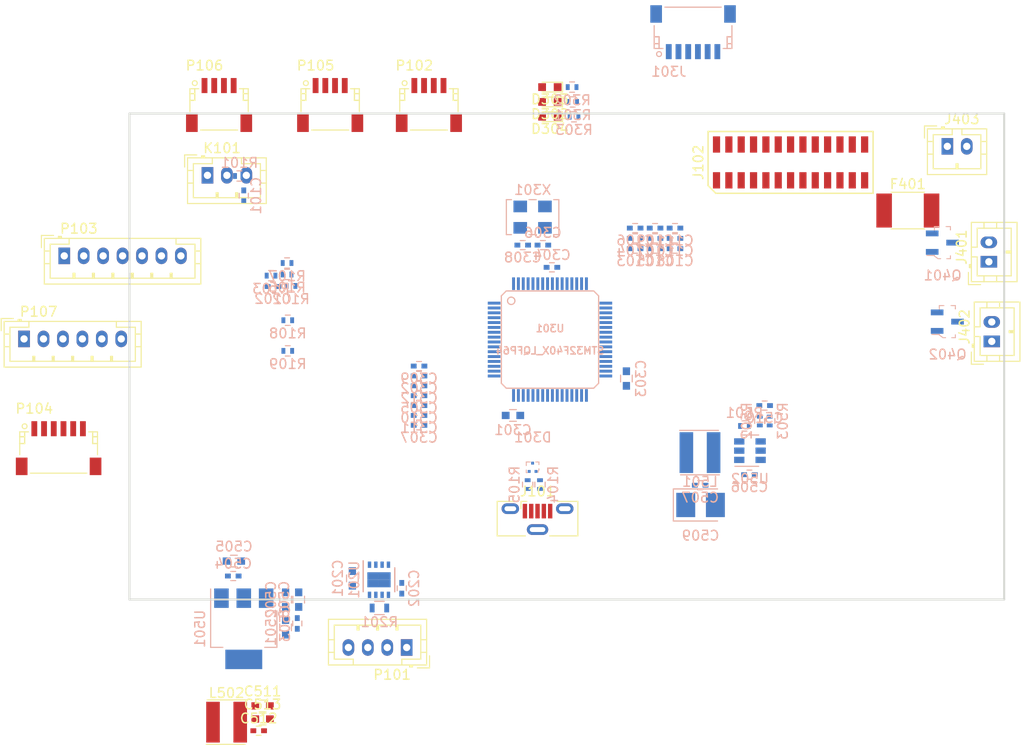
<source format=kicad_pcb>
(kicad_pcb (version 20171130) (host pcbnew "(5.1.2)-1")

  (general
    (thickness 1.6)
    (drawings 4)
    (tracks 0)
    (zones 0)
    (modules 82)
    (nets 96)
  )

  (page A4)
  (layers
    (0 F.Cu signal)
    (31 B.Cu signal)
    (32 B.Adhes user hide)
    (33 F.Adhes user hide)
    (34 B.Paste user hide)
    (35 F.Paste user hide)
    (36 B.SilkS user)
    (37 F.SilkS user)
    (38 B.Mask user)
    (39 F.Mask user)
    (40 Dwgs.User user)
    (41 Cmts.User user hide)
    (42 Eco1.User user hide)
    (43 Eco2.User user hide)
    (44 Edge.Cuts user)
    (45 Margin user)
    (46 B.CrtYd user hide)
    (47 F.CrtYd user hide)
    (48 B.Fab user hide)
    (49 F.Fab user hide)
  )

  (setup
    (last_trace_width 0.25)
    (trace_clearance 0.2)
    (zone_clearance 0.508)
    (zone_45_only no)
    (trace_min 0.2)
    (via_size 0.8)
    (via_drill 0.4)
    (via_min_size 0.4)
    (via_min_drill 0.3)
    (uvia_size 0.3)
    (uvia_drill 0.1)
    (uvias_allowed no)
    (uvia_min_size 0.2)
    (uvia_min_drill 0.1)
    (edge_width 0.2)
    (segment_width 0.2)
    (pcb_text_width 0.3)
    (pcb_text_size 1.5 1.5)
    (mod_edge_width 0.15)
    (mod_text_size 1 1)
    (mod_text_width 0.15)
    (pad_size 1.5 1.5)
    (pad_drill 0.6)
    (pad_to_mask_clearance 0)
    (solder_mask_min_width 0.25)
    (aux_axis_origin 0 0)
    (visible_elements 7FFBFF9F)
    (pcbplotparams
      (layerselection 0x010fc_ffffffff)
      (usegerberextensions false)
      (usegerberattributes false)
      (usegerberadvancedattributes false)
      (creategerberjobfile false)
      (excludeedgelayer true)
      (linewidth 0.100000)
      (plotframeref false)
      (viasonmask false)
      (mode 1)
      (useauxorigin false)
      (hpglpennumber 1)
      (hpglpenspeed 20)
      (hpglpendiameter 15.000000)
      (psnegative false)
      (psa4output false)
      (plotreference true)
      (plotvalue true)
      (plotinvisibletext false)
      (padsonsilk false)
      (subtractmaskfromsilk false)
      (outputformat 1)
      (mirror false)
      (drillshape 1)
      (scaleselection 1)
      (outputdirectory ""))
  )

  (net 0 "")
  (net 1 GND)
  (net 2 /sheet5B3977E0/SERVO)
  (net 3 /sheet5B3977E0/TEMP_MOTOR)
  (net 4 +5V)
  (net 5 +3V3)
  (net 6 /sheet5B3977E0/VCAP2)
  (net 7 /sheet5B3977E0/VCAP1)
  (net 8 NRST)
  (net 9 "Net-(C306-Pad1)")
  (net 10 "Net-(C308-Pad1)")
  (net 11 +12V)
  (net 12 "Net-(C506-Pad2)")
  (net 13 "Net-(C506-Pad1)")
  (net 14 "Net-(C510-Pad2)")
  (net 15 /sheet5B3977E0/USB_DP)
  (net 16 /sheet5B3977E0/USB_DM)
  (net 17 "Net-(D302-Pad1)")
  (net 18 "Net-(D303-Pad1)")
  (net 19 "Net-(D304-Pad1)")
  (net 20 "Net-(J101-Pad1)")
  (net 21 "Net-(J101-Pad2)")
  (net 22 "Net-(J101-Pad4)")
  (net 23 "Net-(J101-Pad3)")
  (net 24 SWDIO)
  (net 25 SWCLK)
  (net 26 "Net-(F401-Pad2)")
  (net 27 "Net-(J401-Pad2)")
  (net 28 "Net-(J402-Pad2)")
  (net 29 "Net-(JP101-Pad2)")
  (net 30 "Net-(K101-Pad1)")
  (net 31 "Net-(P101-Pad4)")
  (net 32 /sheet5B3977DF/CANH)
  (net 33 /sheet5B3977DF/CANL)
  (net 34 /sheet5B3977E0/USART3_TX)
  (net 35 /sheet5B3977E0/USART3_RX)
  (net 36 "Net-(P103-Pad6)")
  (net 37 "Net-(P103-Pad5)")
  (net 38 /sheet5B3977E0/ADC_BRAKE)
  (net 39 /sheet5B3977E0/ADC_THROTTLE)
  (net 40 /sheet5B3977E0/SPI3_SCK)
  (net 41 /sheet5B3977E0/SPI3_MOSI)
  (net 42 /sheet5B3977E0/SPI3_NSS)
  (net 43 /sheet5B3977E0/SPI3_MISO)
  (net 44 /sheet5B3977E0/USART1_TX)
  (net 45 /sheet5B3977E0/USART1_RX)
  (net 46 /sheet5B3977E0/SCL_2)
  (net 47 /sheet5B3977E0/SDA_2)
  (net 48 /sheet5B3977E0/HALL_3)
  (net 49 /sheet5B3977E0/HALL_2)
  (net 50 /sheet5B3977E0/HALL_1)
  (net 51 GNDPWR)
  (net 52 /aux_outputs/AUX1_PWM)
  (net 53 /aux_outputs/AUX2_PWM)
  (net 54 /sheet5B3977E0/LED_GREEN)
  (net 55 /sheet5B3977E0/LED_RED)
  (net 56 "Net-(R501-Pad1)")
  (net 57 /sheet5B3977DF/CAN_RX)
  (net 58 /sheet5B3977DF/CAN_TX)
  (net 59 /sheet5B3977E0/REVERSE_SW)
  (net 60 /12v_buck_trim)
  (net 61 /12vbuck_SENSE)
  (net 62 /sheet5B3977E0/ADC_TEMP)
  (net 63 /sheet5B3977E0/FAULT)
  (net 64 /sheet5B3977E0/L1)
  (net 65 /sheet5B3977E0/L2)
  (net 66 /sheet5B3977E0/L3)
  (net 67 /sheet5B3977E0/EN_GATE)
  (net 68 /sheet5B3977E0/FAULT_RESET)
  (net 69 /sheet5B3977E0/ADC_VBUS)
  (net 70 /sheet5B3977E0/H1)
  (net 71 /sheet5B3977E0/H2)
  (net 72 /sheet5B3977E0/H3)
  (net 73 /sheet5B3977E0/BRAKE_CUTOFF_SW)
  (net 74 "Net-(U301-Pad28)")
  (net 75 /PHASE_CURRENT_1_ADC)
  (net 76 /PHASE_CURRENT_2_ADC)
  (net 77 /PHASE_CURRENT_3_ADC)
  (net 78 /PHASE_V_1_ADC)
  (net 79 /PHASE_V_2_ADC)
  (net 80 /PHASE_V_3_ADC)
  (net 81 /12vgatedrive)
  (net 82 /FAULT)
  (net 83 "Net-(J102-Pad6)")
  (net 84 /EN_GATE)
  (net 85 /FAULT_RESET)
  (net 86 /ADC_VBUS)
  (net 87 /L1)
  (net 88 /FET_TEMP_SENSE)
  (net 89 /H1)
  (net 90 /L2)
  (net 91 /H2)
  (net 92 /H3)
  (net 93 /L3)
  (net 94 "Net-(J102-Pad16)")
  (net 95 "Net-(L502-Pad1)")

  (net_class Default "This is the default net class."
    (clearance 0.2)
    (trace_width 0.25)
    (via_dia 0.8)
    (via_drill 0.4)
    (uvia_dia 0.3)
    (uvia_drill 0.1)
    (add_net +12V)
    (add_net +3V3)
    (add_net +5V)
    (add_net /12v_buck_trim)
    (add_net /12vbuck_SENSE)
    (add_net /12vgatedrive)
    (add_net /ADC_VBUS)
    (add_net /EN_GATE)
    (add_net /FAULT)
    (add_net /FAULT_RESET)
    (add_net /FET_TEMP_SENSE)
    (add_net /H1)
    (add_net /H2)
    (add_net /H3)
    (add_net /L1)
    (add_net /L2)
    (add_net /L3)
    (add_net /PHASE_CURRENT_1_ADC)
    (add_net /PHASE_CURRENT_2_ADC)
    (add_net /PHASE_CURRENT_3_ADC)
    (add_net /PHASE_V_1_ADC)
    (add_net /PHASE_V_2_ADC)
    (add_net /PHASE_V_3_ADC)
    (add_net /aux_outputs/AUX1_PWM)
    (add_net /aux_outputs/AUX2_PWM)
    (add_net /sheet5B3977DF/CANH)
    (add_net /sheet5B3977DF/CANL)
    (add_net /sheet5B3977DF/CAN_RX)
    (add_net /sheet5B3977DF/CAN_TX)
    (add_net /sheet5B3977E0/ADC_BRAKE)
    (add_net /sheet5B3977E0/ADC_TEMP)
    (add_net /sheet5B3977E0/ADC_THROTTLE)
    (add_net /sheet5B3977E0/ADC_VBUS)
    (add_net /sheet5B3977E0/BRAKE_CUTOFF_SW)
    (add_net /sheet5B3977E0/EN_GATE)
    (add_net /sheet5B3977E0/FAULT)
    (add_net /sheet5B3977E0/FAULT_RESET)
    (add_net /sheet5B3977E0/H1)
    (add_net /sheet5B3977E0/H2)
    (add_net /sheet5B3977E0/H3)
    (add_net /sheet5B3977E0/HALL_1)
    (add_net /sheet5B3977E0/HALL_2)
    (add_net /sheet5B3977E0/HALL_3)
    (add_net /sheet5B3977E0/L1)
    (add_net /sheet5B3977E0/L2)
    (add_net /sheet5B3977E0/L3)
    (add_net /sheet5B3977E0/LED_GREEN)
    (add_net /sheet5B3977E0/LED_RED)
    (add_net /sheet5B3977E0/REVERSE_SW)
    (add_net /sheet5B3977E0/SCL_2)
    (add_net /sheet5B3977E0/SDA_2)
    (add_net /sheet5B3977E0/SERVO)
    (add_net /sheet5B3977E0/SPI3_MISO)
    (add_net /sheet5B3977E0/SPI3_MOSI)
    (add_net /sheet5B3977E0/SPI3_NSS)
    (add_net /sheet5B3977E0/SPI3_SCK)
    (add_net /sheet5B3977E0/TEMP_MOTOR)
    (add_net /sheet5B3977E0/USART1_RX)
    (add_net /sheet5B3977E0/USART1_TX)
    (add_net /sheet5B3977E0/USART3_RX)
    (add_net /sheet5B3977E0/USART3_TX)
    (add_net /sheet5B3977E0/USB_DM)
    (add_net /sheet5B3977E0/USB_DP)
    (add_net /sheet5B3977E0/VCAP1)
    (add_net /sheet5B3977E0/VCAP2)
    (add_net GND)
    (add_net GNDPWR)
    (add_net NRST)
    (add_net "Net-(C306-Pad1)")
    (add_net "Net-(C308-Pad1)")
    (add_net "Net-(C506-Pad1)")
    (add_net "Net-(C506-Pad2)")
    (add_net "Net-(C510-Pad2)")
    (add_net "Net-(D302-Pad1)")
    (add_net "Net-(D303-Pad1)")
    (add_net "Net-(D304-Pad1)")
    (add_net "Net-(F401-Pad2)")
    (add_net "Net-(J101-Pad1)")
    (add_net "Net-(J101-Pad2)")
    (add_net "Net-(J101-Pad3)")
    (add_net "Net-(J101-Pad4)")
    (add_net "Net-(J102-Pad16)")
    (add_net "Net-(J102-Pad6)")
    (add_net "Net-(J401-Pad2)")
    (add_net "Net-(J402-Pad2)")
    (add_net "Net-(JP101-Pad2)")
    (add_net "Net-(K101-Pad1)")
    (add_net "Net-(L502-Pad1)")
    (add_net "Net-(P101-Pad4)")
    (add_net "Net-(P103-Pad5)")
    (add_net "Net-(P103-Pad6)")
    (add_net "Net-(R501-Pad1)")
    (add_net "Net-(U301-Pad28)")
    (add_net SWCLK)
    (add_net SWDIO)
  )

  (module Capacitors_SMD:C_0402 (layer B.Cu) (tedit 58AA841A) (tstamp 5B3BA7A9)
    (at 111.76 108.458 90)
    (descr "Capacitor SMD 0402, reflow soldering, AVX (see smccp.pdf)")
    (tags "capacitor 0402")
    (path /5B397894)
    (attr smd)
    (fp_text reference C101 (at 0 1.27 90) (layer B.SilkS)
      (effects (font (size 1 1) (thickness 0.15)) (justify mirror))
    )
    (fp_text value 100n (at 0 -1.27 90) (layer B.Fab)
      (effects (font (size 1 1) (thickness 0.15)) (justify mirror))
    )
    (fp_text user %R (at 0 1.27 90) (layer B.Fab)
      (effects (font (size 1 1) (thickness 0.15)) (justify mirror))
    )
    (fp_line (start -0.5 -0.25) (end -0.5 0.25) (layer B.Fab) (width 0.1))
    (fp_line (start 0.5 -0.25) (end -0.5 -0.25) (layer B.Fab) (width 0.1))
    (fp_line (start 0.5 0.25) (end 0.5 -0.25) (layer B.Fab) (width 0.1))
    (fp_line (start -0.5 0.25) (end 0.5 0.25) (layer B.Fab) (width 0.1))
    (fp_line (start 0.25 0.47) (end -0.25 0.47) (layer B.SilkS) (width 0.12))
    (fp_line (start -0.25 -0.47) (end 0.25 -0.47) (layer B.SilkS) (width 0.12))
    (fp_line (start -1 0.4) (end 1 0.4) (layer B.CrtYd) (width 0.05))
    (fp_line (start -1 0.4) (end -1 -0.4) (layer B.CrtYd) (width 0.05))
    (fp_line (start 1 -0.4) (end 1 0.4) (layer B.CrtYd) (width 0.05))
    (fp_line (start 1 -0.4) (end -1 -0.4) (layer B.CrtYd) (width 0.05))
    (pad 1 smd rect (at -0.55 0 90) (size 0.6 0.5) (layers B.Cu B.Paste B.Mask)
      (net 1 GND))
    (pad 2 smd rect (at 0.55 0 90) (size 0.6 0.5) (layers B.Cu B.Paste B.Mask)
      (net 2 /sheet5B3977E0/SERVO))
    (model Capacitors_SMD.3dshapes/C_0402.wrl
      (at (xyz 0 0 0))
      (scale (xyz 1 1 1))
      (rotate (xyz 0 0 0))
    )
  )

  (module Capacitors_SMD:C_0402 (layer B.Cu) (tedit 58AA841A) (tstamp 5B3BA7BA)
    (at 114.766936 117.800038)
    (descr "Capacitor SMD 0402, reflow soldering, AVX (see smccp.pdf)")
    (tags "capacitor 0402")
    (path /5B4142A5)
    (attr smd)
    (fp_text reference C102 (at 0 1.27) (layer B.SilkS)
      (effects (font (size 1 1) (thickness 0.15)) (justify mirror))
    )
    (fp_text value 100nf (at 0 -1.27) (layer B.Fab)
      (effects (font (size 1 1) (thickness 0.15)) (justify mirror))
    )
    (fp_line (start 1 -0.4) (end -1 -0.4) (layer B.CrtYd) (width 0.05))
    (fp_line (start 1 -0.4) (end 1 0.4) (layer B.CrtYd) (width 0.05))
    (fp_line (start -1 0.4) (end -1 -0.4) (layer B.CrtYd) (width 0.05))
    (fp_line (start -1 0.4) (end 1 0.4) (layer B.CrtYd) (width 0.05))
    (fp_line (start -0.25 -0.47) (end 0.25 -0.47) (layer B.SilkS) (width 0.12))
    (fp_line (start 0.25 0.47) (end -0.25 0.47) (layer B.SilkS) (width 0.12))
    (fp_line (start -0.5 0.25) (end 0.5 0.25) (layer B.Fab) (width 0.1))
    (fp_line (start 0.5 0.25) (end 0.5 -0.25) (layer B.Fab) (width 0.1))
    (fp_line (start 0.5 -0.25) (end -0.5 -0.25) (layer B.Fab) (width 0.1))
    (fp_line (start -0.5 -0.25) (end -0.5 0.25) (layer B.Fab) (width 0.1))
    (fp_text user %R (at 0 1.27) (layer B.Fab)
      (effects (font (size 1 1) (thickness 0.15)) (justify mirror))
    )
    (pad 2 smd rect (at 0.55 0) (size 0.6 0.5) (layers B.Cu B.Paste B.Mask)
      (net 1 GND))
    (pad 1 smd rect (at -0.55 0) (size 0.6 0.5) (layers B.Cu B.Paste B.Mask)
      (net 62 /sheet5B3977E0/ADC_TEMP))
    (model Capacitors_SMD.3dshapes/C_0402.wrl
      (at (xyz 0 0 0))
      (scale (xyz 1 1 1))
      (rotate (xyz 0 0 0))
    )
  )

  (module Capacitors_SMD:C_0603 (layer B.Cu) (tedit 59958EE7) (tstamp 5B3BA7CB)
    (at 122.936 147.828 270)
    (descr "Capacitor SMD 0603, reflow soldering, AVX (see smccp.pdf)")
    (tags "capacitor 0603")
    (path /5B39780A/53F59FA3)
    (attr smd)
    (fp_text reference C201 (at 0 1.5 270) (layer B.SilkS)
      (effects (font (size 1 1) (thickness 0.15)) (justify mirror))
    )
    (fp_text value 2.2u (at 0 -1.5 270) (layer B.Fab)
      (effects (font (size 1 1) (thickness 0.15)) (justify mirror))
    )
    (fp_text user %R (at 0 0 270) (layer B.Fab)
      (effects (font (size 0.3 0.3) (thickness 0.075)) (justify mirror))
    )
    (fp_line (start -0.8 -0.4) (end -0.8 0.4) (layer B.Fab) (width 0.1))
    (fp_line (start 0.8 -0.4) (end -0.8 -0.4) (layer B.Fab) (width 0.1))
    (fp_line (start 0.8 0.4) (end 0.8 -0.4) (layer B.Fab) (width 0.1))
    (fp_line (start -0.8 0.4) (end 0.8 0.4) (layer B.Fab) (width 0.1))
    (fp_line (start -0.35 0.6) (end 0.35 0.6) (layer B.SilkS) (width 0.12))
    (fp_line (start 0.35 -0.6) (end -0.35 -0.6) (layer B.SilkS) (width 0.12))
    (fp_line (start -1.4 0.65) (end 1.4 0.65) (layer B.CrtYd) (width 0.05))
    (fp_line (start -1.4 0.65) (end -1.4 -0.65) (layer B.CrtYd) (width 0.05))
    (fp_line (start 1.4 -0.65) (end 1.4 0.65) (layer B.CrtYd) (width 0.05))
    (fp_line (start 1.4 -0.65) (end -1.4 -0.65) (layer B.CrtYd) (width 0.05))
    (pad 1 smd rect (at -0.75 0 270) (size 0.8 0.75) (layers B.Cu B.Paste B.Mask)
      (net 4 +5V))
    (pad 2 smd rect (at 0.75 0 270) (size 0.8 0.75) (layers B.Cu B.Paste B.Mask)
      (net 1 GND))
    (model Capacitors_SMD.3dshapes/C_0603.wrl
      (at (xyz 0 0 0))
      (scale (xyz 1 1 1))
      (rotate (xyz 0 0 0))
    )
  )

  (module Capacitors_SMD:C_0402 (layer B.Cu) (tedit 58AA841A) (tstamp 5B3BA7DC)
    (at 128.016 148.844 90)
    (descr "Capacitor SMD 0402, reflow soldering, AVX (see smccp.pdf)")
    (tags "capacitor 0402")
    (path /5B39780A/5AF0D22C)
    (attr smd)
    (fp_text reference C202 (at 0 1.27 90) (layer B.SilkS)
      (effects (font (size 1 1) (thickness 0.15)) (justify mirror))
    )
    (fp_text value 100nf (at 0 -1.27 90) (layer B.Fab)
      (effects (font (size 1 1) (thickness 0.15)) (justify mirror))
    )
    (fp_text user %R (at 0 1.27 90) (layer B.Fab)
      (effects (font (size 1 1) (thickness 0.15)) (justify mirror))
    )
    (fp_line (start -0.5 -0.25) (end -0.5 0.25) (layer B.Fab) (width 0.1))
    (fp_line (start 0.5 -0.25) (end -0.5 -0.25) (layer B.Fab) (width 0.1))
    (fp_line (start 0.5 0.25) (end 0.5 -0.25) (layer B.Fab) (width 0.1))
    (fp_line (start -0.5 0.25) (end 0.5 0.25) (layer B.Fab) (width 0.1))
    (fp_line (start 0.25 0.47) (end -0.25 0.47) (layer B.SilkS) (width 0.12))
    (fp_line (start -0.25 -0.47) (end 0.25 -0.47) (layer B.SilkS) (width 0.12))
    (fp_line (start -1 0.4) (end 1 0.4) (layer B.CrtYd) (width 0.05))
    (fp_line (start -1 0.4) (end -1 -0.4) (layer B.CrtYd) (width 0.05))
    (fp_line (start 1 -0.4) (end 1 0.4) (layer B.CrtYd) (width 0.05))
    (fp_line (start 1 -0.4) (end -1 -0.4) (layer B.CrtYd) (width 0.05))
    (pad 1 smd rect (at -0.55 0 90) (size 0.6 0.5) (layers B.Cu B.Paste B.Mask)
      (net 5 +3V3))
    (pad 2 smd rect (at 0.55 0 90) (size 0.6 0.5) (layers B.Cu B.Paste B.Mask)
      (net 1 GND))
    (model Capacitors_SMD.3dshapes/C_0402.wrl
      (at (xyz 0 0 0))
      (scale (xyz 1 1 1))
      (rotate (xyz 0 0 0))
    )
  )

  (module Capacitors_SMD:C_0603 (layer B.Cu) (tedit 59958EE7) (tstamp 5B3BA7ED)
    (at 139.458 131.064)
    (descr "Capacitor SMD 0603, reflow soldering, AVX (see smccp.pdf)")
    (tags "capacitor 0603")
    (path /5B397924/53F757B5)
    (attr smd)
    (fp_text reference C301 (at 0 1.5) (layer B.SilkS)
      (effects (font (size 1 1) (thickness 0.15)) (justify mirror))
    )
    (fp_text value 2.2u (at 0 -1.5) (layer B.Fab)
      (effects (font (size 1 1) (thickness 0.15)) (justify mirror))
    )
    (fp_text user %R (at 0 0) (layer B.Fab)
      (effects (font (size 0.3 0.3) (thickness 0.075)) (justify mirror))
    )
    (fp_line (start -0.8 -0.4) (end -0.8 0.4) (layer B.Fab) (width 0.1))
    (fp_line (start 0.8 -0.4) (end -0.8 -0.4) (layer B.Fab) (width 0.1))
    (fp_line (start 0.8 0.4) (end 0.8 -0.4) (layer B.Fab) (width 0.1))
    (fp_line (start -0.8 0.4) (end 0.8 0.4) (layer B.Fab) (width 0.1))
    (fp_line (start -0.35 0.6) (end 0.35 0.6) (layer B.SilkS) (width 0.12))
    (fp_line (start 0.35 -0.6) (end -0.35 -0.6) (layer B.SilkS) (width 0.12))
    (fp_line (start -1.4 0.65) (end 1.4 0.65) (layer B.CrtYd) (width 0.05))
    (fp_line (start -1.4 0.65) (end -1.4 -0.65) (layer B.CrtYd) (width 0.05))
    (fp_line (start 1.4 -0.65) (end 1.4 0.65) (layer B.CrtYd) (width 0.05))
    (fp_line (start 1.4 -0.65) (end -1.4 -0.65) (layer B.CrtYd) (width 0.05))
    (pad 1 smd rect (at -0.75 0) (size 0.8 0.75) (layers B.Cu B.Paste B.Mask)
      (net 1 GND))
    (pad 2 smd rect (at 0.75 0) (size 0.8 0.75) (layers B.Cu B.Paste B.Mask)
      (net 6 /sheet5B3977E0/VCAP2))
    (model Capacitors_SMD.3dshapes/C_0603.wrl
      (at (xyz 0 0 0))
      (scale (xyz 1 1 1))
      (rotate (xyz 0 0 0))
    )
  )

  (module Capacitors_SMD:C_0402 (layer B.Cu) (tedit 58AA841A) (tstamp 5B3BA7FE)
    (at 129.794 127)
    (descr "Capacitor SMD 0402, reflow soldering, AVX (see smccp.pdf)")
    (tags "capacitor 0402")
    (path /5B397924/53F757F8)
    (attr smd)
    (fp_text reference C302 (at 0 1.27) (layer B.SilkS)
      (effects (font (size 1 1) (thickness 0.15)) (justify mirror))
    )
    (fp_text value 2.2u (at 0 -1.27) (layer B.Fab)
      (effects (font (size 1 1) (thickness 0.15)) (justify mirror))
    )
    (fp_text user %R (at 0 1.27) (layer B.Fab)
      (effects (font (size 1 1) (thickness 0.15)) (justify mirror))
    )
    (fp_line (start -0.5 -0.25) (end -0.5 0.25) (layer B.Fab) (width 0.1))
    (fp_line (start 0.5 -0.25) (end -0.5 -0.25) (layer B.Fab) (width 0.1))
    (fp_line (start 0.5 0.25) (end 0.5 -0.25) (layer B.Fab) (width 0.1))
    (fp_line (start -0.5 0.25) (end 0.5 0.25) (layer B.Fab) (width 0.1))
    (fp_line (start 0.25 0.47) (end -0.25 0.47) (layer B.SilkS) (width 0.12))
    (fp_line (start -0.25 -0.47) (end 0.25 -0.47) (layer B.SilkS) (width 0.12))
    (fp_line (start -1 0.4) (end 1 0.4) (layer B.CrtYd) (width 0.05))
    (fp_line (start -1 0.4) (end -1 -0.4) (layer B.CrtYd) (width 0.05))
    (fp_line (start 1 -0.4) (end 1 0.4) (layer B.CrtYd) (width 0.05))
    (fp_line (start 1 -0.4) (end -1 -0.4) (layer B.CrtYd) (width 0.05))
    (pad 1 smd rect (at -0.55 0) (size 0.6 0.5) (layers B.Cu B.Paste B.Mask)
      (net 1 GND))
    (pad 2 smd rect (at 0.55 0) (size 0.6 0.5) (layers B.Cu B.Paste B.Mask)
      (net 5 +3V3))
    (model Capacitors_SMD.3dshapes/C_0402.wrl
      (at (xyz 0 0 0))
      (scale (xyz 1 1 1))
      (rotate (xyz 0 0 0))
    )
  )

  (module Capacitors_SMD:C_0603 (layer B.Cu) (tedit 59958EE7) (tstamp 5B3BA80F)
    (at 151.13 127.266 90)
    (descr "Capacitor SMD 0603, reflow soldering, AVX (see smccp.pdf)")
    (tags "capacitor 0603")
    (path /5B397924/53F757AE)
    (attr smd)
    (fp_text reference C303 (at 0 1.5 90) (layer B.SilkS)
      (effects (font (size 1 1) (thickness 0.15)) (justify mirror))
    )
    (fp_text value 2.2u (at 0 -1.5 90) (layer B.Fab)
      (effects (font (size 1 1) (thickness 0.15)) (justify mirror))
    )
    (fp_line (start 1.4 -0.65) (end -1.4 -0.65) (layer B.CrtYd) (width 0.05))
    (fp_line (start 1.4 -0.65) (end 1.4 0.65) (layer B.CrtYd) (width 0.05))
    (fp_line (start -1.4 0.65) (end -1.4 -0.65) (layer B.CrtYd) (width 0.05))
    (fp_line (start -1.4 0.65) (end 1.4 0.65) (layer B.CrtYd) (width 0.05))
    (fp_line (start 0.35 -0.6) (end -0.35 -0.6) (layer B.SilkS) (width 0.12))
    (fp_line (start -0.35 0.6) (end 0.35 0.6) (layer B.SilkS) (width 0.12))
    (fp_line (start -0.8 0.4) (end 0.8 0.4) (layer B.Fab) (width 0.1))
    (fp_line (start 0.8 0.4) (end 0.8 -0.4) (layer B.Fab) (width 0.1))
    (fp_line (start 0.8 -0.4) (end -0.8 -0.4) (layer B.Fab) (width 0.1))
    (fp_line (start -0.8 -0.4) (end -0.8 0.4) (layer B.Fab) (width 0.1))
    (fp_text user %R (at 0 0 90) (layer B.Fab)
      (effects (font (size 0.3 0.3) (thickness 0.075)) (justify mirror))
    )
    (pad 2 smd rect (at 0.75 0 90) (size 0.8 0.75) (layers B.Cu B.Paste B.Mask)
      (net 7 /sheet5B3977E0/VCAP1))
    (pad 1 smd rect (at -0.75 0 90) (size 0.8 0.75) (layers B.Cu B.Paste B.Mask)
      (net 1 GND))
    (model Capacitors_SMD.3dshapes/C_0603.wrl
      (at (xyz 0 0 0))
      (scale (xyz 1 1 1))
      (rotate (xyz 0 0 0))
    )
  )

  (module Capacitors_SMD:C_0402 (layer B.Cu) (tedit 58AA841A) (tstamp 5B3BA820)
    (at 143.468 115.824 180)
    (descr "Capacitor SMD 0402, reflow soldering, AVX (see smccp.pdf)")
    (tags "capacitor 0402")
    (path /5B397924/53F75896)
    (attr smd)
    (fp_text reference C304 (at 0 1.27 180) (layer B.SilkS)
      (effects (font (size 1 1) (thickness 0.15)) (justify mirror))
    )
    (fp_text value 100n (at 0 -1.27 180) (layer B.Fab)
      (effects (font (size 1 1) (thickness 0.15)) (justify mirror))
    )
    (fp_text user %R (at 0 1.27 180) (layer B.Fab)
      (effects (font (size 1 1) (thickness 0.15)) (justify mirror))
    )
    (fp_line (start -0.5 -0.25) (end -0.5 0.25) (layer B.Fab) (width 0.1))
    (fp_line (start 0.5 -0.25) (end -0.5 -0.25) (layer B.Fab) (width 0.1))
    (fp_line (start 0.5 0.25) (end 0.5 -0.25) (layer B.Fab) (width 0.1))
    (fp_line (start -0.5 0.25) (end 0.5 0.25) (layer B.Fab) (width 0.1))
    (fp_line (start 0.25 0.47) (end -0.25 0.47) (layer B.SilkS) (width 0.12))
    (fp_line (start -0.25 -0.47) (end 0.25 -0.47) (layer B.SilkS) (width 0.12))
    (fp_line (start -1 0.4) (end 1 0.4) (layer B.CrtYd) (width 0.05))
    (fp_line (start -1 0.4) (end -1 -0.4) (layer B.CrtYd) (width 0.05))
    (fp_line (start 1 -0.4) (end 1 0.4) (layer B.CrtYd) (width 0.05))
    (fp_line (start 1 -0.4) (end -1 -0.4) (layer B.CrtYd) (width 0.05))
    (pad 1 smd rect (at -0.55 0 180) (size 0.6 0.5) (layers B.Cu B.Paste B.Mask)
      (net 1 GND))
    (pad 2 smd rect (at 0.55 0 180) (size 0.6 0.5) (layers B.Cu B.Paste B.Mask)
      (net 8 NRST))
    (model Capacitors_SMD.3dshapes/C_0402.wrl
      (at (xyz 0 0 0))
      (scale (xyz 1 1 1))
      (rotate (xyz 0 0 0))
    )
  )

  (module Capacitors_SMD:C_0402 (layer B.Cu) (tedit 58AA841A) (tstamp 5B3BA831)
    (at 129.794 129.032)
    (descr "Capacitor SMD 0402, reflow soldering, AVX (see smccp.pdf)")
    (tags "capacitor 0402")
    (path /5B397924/53F757FF)
    (attr smd)
    (fp_text reference C305 (at 0 1.27) (layer B.SilkS)
      (effects (font (size 1 1) (thickness 0.15)) (justify mirror))
    )
    (fp_text value 2.2u (at 0 -1.27) (layer B.Fab)
      (effects (font (size 1 1) (thickness 0.15)) (justify mirror))
    )
    (fp_line (start 1 -0.4) (end -1 -0.4) (layer B.CrtYd) (width 0.05))
    (fp_line (start 1 -0.4) (end 1 0.4) (layer B.CrtYd) (width 0.05))
    (fp_line (start -1 0.4) (end -1 -0.4) (layer B.CrtYd) (width 0.05))
    (fp_line (start -1 0.4) (end 1 0.4) (layer B.CrtYd) (width 0.05))
    (fp_line (start -0.25 -0.47) (end 0.25 -0.47) (layer B.SilkS) (width 0.12))
    (fp_line (start 0.25 0.47) (end -0.25 0.47) (layer B.SilkS) (width 0.12))
    (fp_line (start -0.5 0.25) (end 0.5 0.25) (layer B.Fab) (width 0.1))
    (fp_line (start 0.5 0.25) (end 0.5 -0.25) (layer B.Fab) (width 0.1))
    (fp_line (start 0.5 -0.25) (end -0.5 -0.25) (layer B.Fab) (width 0.1))
    (fp_line (start -0.5 -0.25) (end -0.5 0.25) (layer B.Fab) (width 0.1))
    (fp_text user %R (at 0 1.27) (layer B.Fab)
      (effects (font (size 1 1) (thickness 0.15)) (justify mirror))
    )
    (pad 2 smd rect (at 0.55 0) (size 0.6 0.5) (layers B.Cu B.Paste B.Mask)
      (net 5 +3V3))
    (pad 1 smd rect (at -0.55 0) (size 0.6 0.5) (layers B.Cu B.Paste B.Mask)
      (net 1 GND))
    (model Capacitors_SMD.3dshapes/C_0402.wrl
      (at (xyz 0 0 0))
      (scale (xyz 1 1 1))
      (rotate (xyz 0 0 0))
    )
  )

  (module Capacitors_SMD:C_0402 (layer B.Cu) (tedit 58AA841A) (tstamp 5B3BA842)
    (at 142.536 113.538 180)
    (descr "Capacitor SMD 0402, reflow soldering, AVX (see smccp.pdf)")
    (tags "capacitor 0402")
    (path /5B397924/53F757DB)
    (attr smd)
    (fp_text reference C306 (at 0 1.27 180) (layer B.SilkS)
      (effects (font (size 1 1) (thickness 0.15)) (justify mirror))
    )
    (fp_text value 15p (at 0 -1.27 180) (layer B.Fab)
      (effects (font (size 1 1) (thickness 0.15)) (justify mirror))
    )
    (fp_text user %R (at 0 1.27 180) (layer B.Fab)
      (effects (font (size 1 1) (thickness 0.15)) (justify mirror))
    )
    (fp_line (start -0.5 -0.25) (end -0.5 0.25) (layer B.Fab) (width 0.1))
    (fp_line (start 0.5 -0.25) (end -0.5 -0.25) (layer B.Fab) (width 0.1))
    (fp_line (start 0.5 0.25) (end 0.5 -0.25) (layer B.Fab) (width 0.1))
    (fp_line (start -0.5 0.25) (end 0.5 0.25) (layer B.Fab) (width 0.1))
    (fp_line (start 0.25 0.47) (end -0.25 0.47) (layer B.SilkS) (width 0.12))
    (fp_line (start -0.25 -0.47) (end 0.25 -0.47) (layer B.SilkS) (width 0.12))
    (fp_line (start -1 0.4) (end 1 0.4) (layer B.CrtYd) (width 0.05))
    (fp_line (start -1 0.4) (end -1 -0.4) (layer B.CrtYd) (width 0.05))
    (fp_line (start 1 -0.4) (end 1 0.4) (layer B.CrtYd) (width 0.05))
    (fp_line (start 1 -0.4) (end -1 -0.4) (layer B.CrtYd) (width 0.05))
    (pad 1 smd rect (at -0.55 0 180) (size 0.6 0.5) (layers B.Cu B.Paste B.Mask)
      (net 9 "Net-(C306-Pad1)"))
    (pad 2 smd rect (at 0.55 0 180) (size 0.6 0.5) (layers B.Cu B.Paste B.Mask)
      (net 1 GND))
    (model Capacitors_SMD.3dshapes/C_0402.wrl
      (at (xyz 0 0 0))
      (scale (xyz 1 1 1))
      (rotate (xyz 0 0 0))
    )
  )

  (module Capacitors_SMD:C_0402 (layer B.Cu) (tedit 58AA841A) (tstamp 5B3BA853)
    (at 129.794 132.08)
    (descr "Capacitor SMD 0402, reflow soldering, AVX (see smccp.pdf)")
    (tags "capacitor 0402")
    (path /5B397924/53F77426)
    (attr smd)
    (fp_text reference C307 (at 0 1.27) (layer B.SilkS)
      (effects (font (size 1 1) (thickness 0.15)) (justify mirror))
    )
    (fp_text value 2.2u (at 0 -1.27) (layer B.Fab)
      (effects (font (size 1 1) (thickness 0.15)) (justify mirror))
    )
    (fp_line (start 1 -0.4) (end -1 -0.4) (layer B.CrtYd) (width 0.05))
    (fp_line (start 1 -0.4) (end 1 0.4) (layer B.CrtYd) (width 0.05))
    (fp_line (start -1 0.4) (end -1 -0.4) (layer B.CrtYd) (width 0.05))
    (fp_line (start -1 0.4) (end 1 0.4) (layer B.CrtYd) (width 0.05))
    (fp_line (start -0.25 -0.47) (end 0.25 -0.47) (layer B.SilkS) (width 0.12))
    (fp_line (start 0.25 0.47) (end -0.25 0.47) (layer B.SilkS) (width 0.12))
    (fp_line (start -0.5 0.25) (end 0.5 0.25) (layer B.Fab) (width 0.1))
    (fp_line (start 0.5 0.25) (end 0.5 -0.25) (layer B.Fab) (width 0.1))
    (fp_line (start 0.5 -0.25) (end -0.5 -0.25) (layer B.Fab) (width 0.1))
    (fp_line (start -0.5 -0.25) (end -0.5 0.25) (layer B.Fab) (width 0.1))
    (fp_text user %R (at 0 1.27) (layer B.Fab)
      (effects (font (size 1 1) (thickness 0.15)) (justify mirror))
    )
    (pad 2 smd rect (at 0.55 0) (size 0.6 0.5) (layers B.Cu B.Paste B.Mask)
      (net 5 +3V3))
    (pad 1 smd rect (at -0.55 0) (size 0.6 0.5) (layers B.Cu B.Paste B.Mask)
      (net 1 GND))
    (model Capacitors_SMD.3dshapes/C_0402.wrl
      (at (xyz 0 0 0))
      (scale (xyz 1 1 1))
      (rotate (xyz 0 0 0))
    )
  )

  (module Capacitors_SMD:C_0402 (layer B.Cu) (tedit 58AA841A) (tstamp 5B3BA864)
    (at 140.462 113.538)
    (descr "Capacitor SMD 0402, reflow soldering, AVX (see smccp.pdf)")
    (tags "capacitor 0402")
    (path /5B397924/53F757E2)
    (attr smd)
    (fp_text reference C308 (at 0 1.27) (layer B.SilkS)
      (effects (font (size 1 1) (thickness 0.15)) (justify mirror))
    )
    (fp_text value 15p (at 0 -1.27) (layer B.Fab)
      (effects (font (size 1 1) (thickness 0.15)) (justify mirror))
    )
    (fp_line (start 1 -0.4) (end -1 -0.4) (layer B.CrtYd) (width 0.05))
    (fp_line (start 1 -0.4) (end 1 0.4) (layer B.CrtYd) (width 0.05))
    (fp_line (start -1 0.4) (end -1 -0.4) (layer B.CrtYd) (width 0.05))
    (fp_line (start -1 0.4) (end 1 0.4) (layer B.CrtYd) (width 0.05))
    (fp_line (start -0.25 -0.47) (end 0.25 -0.47) (layer B.SilkS) (width 0.12))
    (fp_line (start 0.25 0.47) (end -0.25 0.47) (layer B.SilkS) (width 0.12))
    (fp_line (start -0.5 0.25) (end 0.5 0.25) (layer B.Fab) (width 0.1))
    (fp_line (start 0.5 0.25) (end 0.5 -0.25) (layer B.Fab) (width 0.1))
    (fp_line (start 0.5 -0.25) (end -0.5 -0.25) (layer B.Fab) (width 0.1))
    (fp_line (start -0.5 -0.25) (end -0.5 0.25) (layer B.Fab) (width 0.1))
    (fp_text user %R (at 0 1.27) (layer B.Fab)
      (effects (font (size 1 1) (thickness 0.15)) (justify mirror))
    )
    (pad 2 smd rect (at 0.55 0) (size 0.6 0.5) (layers B.Cu B.Paste B.Mask)
      (net 1 GND))
    (pad 1 smd rect (at -0.55 0) (size 0.6 0.5) (layers B.Cu B.Paste B.Mask)
      (net 10 "Net-(C308-Pad1)"))
    (model Capacitors_SMD.3dshapes/C_0402.wrl
      (at (xyz 0 0 0))
      (scale (xyz 1 1 1))
      (rotate (xyz 0 0 0))
    )
  )

  (module Capacitors_SMD:C_0402 (layer B.Cu) (tedit 58AA841A) (tstamp 5B3BA875)
    (at 129.794 125.984)
    (descr "Capacitor SMD 0402, reflow soldering, AVX (see smccp.pdf)")
    (tags "capacitor 0402")
    (path /5B397924/53F7742D)
    (attr smd)
    (fp_text reference C309 (at 0 1.27) (layer B.SilkS)
      (effects (font (size 1 1) (thickness 0.15)) (justify mirror))
    )
    (fp_text value 2.2u (at 0 -1.27) (layer B.Fab)
      (effects (font (size 1 1) (thickness 0.15)) (justify mirror))
    )
    (fp_text user %R (at 0 1.27) (layer B.Fab)
      (effects (font (size 1 1) (thickness 0.15)) (justify mirror))
    )
    (fp_line (start -0.5 -0.25) (end -0.5 0.25) (layer B.Fab) (width 0.1))
    (fp_line (start 0.5 -0.25) (end -0.5 -0.25) (layer B.Fab) (width 0.1))
    (fp_line (start 0.5 0.25) (end 0.5 -0.25) (layer B.Fab) (width 0.1))
    (fp_line (start -0.5 0.25) (end 0.5 0.25) (layer B.Fab) (width 0.1))
    (fp_line (start 0.25 0.47) (end -0.25 0.47) (layer B.SilkS) (width 0.12))
    (fp_line (start -0.25 -0.47) (end 0.25 -0.47) (layer B.SilkS) (width 0.12))
    (fp_line (start -1 0.4) (end 1 0.4) (layer B.CrtYd) (width 0.05))
    (fp_line (start -1 0.4) (end -1 -0.4) (layer B.CrtYd) (width 0.05))
    (fp_line (start 1 -0.4) (end 1 0.4) (layer B.CrtYd) (width 0.05))
    (fp_line (start 1 -0.4) (end -1 -0.4) (layer B.CrtYd) (width 0.05))
    (pad 1 smd rect (at -0.55 0) (size 0.6 0.5) (layers B.Cu B.Paste B.Mask)
      (net 1 GND))
    (pad 2 smd rect (at 0.55 0) (size 0.6 0.5) (layers B.Cu B.Paste B.Mask)
      (net 5 +3V3))
    (model Capacitors_SMD.3dshapes/C_0402.wrl
      (at (xyz 0 0 0))
      (scale (xyz 1 1 1))
      (rotate (xyz 0 0 0))
    )
  )

  (module Capacitors_SMD:C_0402 (layer B.Cu) (tedit 58AA841A) (tstamp 5B3BA886)
    (at 129.794 130.048)
    (descr "Capacitor SMD 0402, reflow soldering, AVX (see smccp.pdf)")
    (tags "capacitor 0402")
    (path /5B397924/53F77447)
    (attr smd)
    (fp_text reference C310 (at 0 1.27) (layer B.SilkS)
      (effects (font (size 1 1) (thickness 0.15)) (justify mirror))
    )
    (fp_text value 2.2u (at 0 -1.27) (layer B.Fab)
      (effects (font (size 1 1) (thickness 0.15)) (justify mirror))
    )
    (fp_text user %R (at 0 1.27) (layer B.Fab)
      (effects (font (size 1 1) (thickness 0.15)) (justify mirror))
    )
    (fp_line (start -0.5 -0.25) (end -0.5 0.25) (layer B.Fab) (width 0.1))
    (fp_line (start 0.5 -0.25) (end -0.5 -0.25) (layer B.Fab) (width 0.1))
    (fp_line (start 0.5 0.25) (end 0.5 -0.25) (layer B.Fab) (width 0.1))
    (fp_line (start -0.5 0.25) (end 0.5 0.25) (layer B.Fab) (width 0.1))
    (fp_line (start 0.25 0.47) (end -0.25 0.47) (layer B.SilkS) (width 0.12))
    (fp_line (start -0.25 -0.47) (end 0.25 -0.47) (layer B.SilkS) (width 0.12))
    (fp_line (start -1 0.4) (end 1 0.4) (layer B.CrtYd) (width 0.05))
    (fp_line (start -1 0.4) (end -1 -0.4) (layer B.CrtYd) (width 0.05))
    (fp_line (start 1 -0.4) (end 1 0.4) (layer B.CrtYd) (width 0.05))
    (fp_line (start 1 -0.4) (end -1 -0.4) (layer B.CrtYd) (width 0.05))
    (pad 1 smd rect (at -0.55 0) (size 0.6 0.5) (layers B.Cu B.Paste B.Mask)
      (net 1 GND))
    (pad 2 smd rect (at 0.55 0) (size 0.6 0.5) (layers B.Cu B.Paste B.Mask)
      (net 5 +3V3))
    (model Capacitors_SMD.3dshapes/C_0402.wrl
      (at (xyz 0 0 0))
      (scale (xyz 1 1 1))
      (rotate (xyz 0 0 0))
    )
  )

  (module Capacitors_SMD:C_0402 (layer B.Cu) (tedit 58AA841A) (tstamp 5B3BA897)
    (at 129.794 131.064)
    (descr "Capacitor SMD 0402, reflow soldering, AVX (see smccp.pdf)")
    (tags "capacitor 0402")
    (path /5B397924/53F7744E)
    (attr smd)
    (fp_text reference C311 (at 0 1.27) (layer B.SilkS)
      (effects (font (size 1 1) (thickness 0.15)) (justify mirror))
    )
    (fp_text value 2.2u (at 0 -1.27) (layer B.Fab)
      (effects (font (size 1 1) (thickness 0.15)) (justify mirror))
    )
    (fp_text user %R (at 0 1.27) (layer B.Fab)
      (effects (font (size 1 1) (thickness 0.15)) (justify mirror))
    )
    (fp_line (start -0.5 -0.25) (end -0.5 0.25) (layer B.Fab) (width 0.1))
    (fp_line (start 0.5 -0.25) (end -0.5 -0.25) (layer B.Fab) (width 0.1))
    (fp_line (start 0.5 0.25) (end 0.5 -0.25) (layer B.Fab) (width 0.1))
    (fp_line (start -0.5 0.25) (end 0.5 0.25) (layer B.Fab) (width 0.1))
    (fp_line (start 0.25 0.47) (end -0.25 0.47) (layer B.SilkS) (width 0.12))
    (fp_line (start -0.25 -0.47) (end 0.25 -0.47) (layer B.SilkS) (width 0.12))
    (fp_line (start -1 0.4) (end 1 0.4) (layer B.CrtYd) (width 0.05))
    (fp_line (start -1 0.4) (end -1 -0.4) (layer B.CrtYd) (width 0.05))
    (fp_line (start 1 -0.4) (end 1 0.4) (layer B.CrtYd) (width 0.05))
    (fp_line (start 1 -0.4) (end -1 -0.4) (layer B.CrtYd) (width 0.05))
    (pad 1 smd rect (at -0.55 0) (size 0.6 0.5) (layers B.Cu B.Paste B.Mask)
      (net 1 GND))
    (pad 2 smd rect (at 0.55 0) (size 0.6 0.5) (layers B.Cu B.Paste B.Mask)
      (net 5 +3V3))
    (model Capacitors_SMD.3dshapes/C_0402.wrl
      (at (xyz 0 0 0))
      (scale (xyz 1 1 1))
      (rotate (xyz 0 0 0))
    )
  )

  (module Capacitors_SMD:C_0402 (layer B.Cu) (tedit 58AA841A) (tstamp 5B3BA8A8)
    (at 129.794 128.016)
    (descr "Capacitor SMD 0402, reflow soldering, AVX (see smccp.pdf)")
    (tags "capacitor 0402")
    (path /5B397924/53F77434)
    (attr smd)
    (fp_text reference C312 (at 0 1.27) (layer B.SilkS)
      (effects (font (size 1 1) (thickness 0.15)) (justify mirror))
    )
    (fp_text value 2.2u (at 0 -1.27) (layer B.Fab)
      (effects (font (size 1 1) (thickness 0.15)) (justify mirror))
    )
    (fp_line (start 1 -0.4) (end -1 -0.4) (layer B.CrtYd) (width 0.05))
    (fp_line (start 1 -0.4) (end 1 0.4) (layer B.CrtYd) (width 0.05))
    (fp_line (start -1 0.4) (end -1 -0.4) (layer B.CrtYd) (width 0.05))
    (fp_line (start -1 0.4) (end 1 0.4) (layer B.CrtYd) (width 0.05))
    (fp_line (start -0.25 -0.47) (end 0.25 -0.47) (layer B.SilkS) (width 0.12))
    (fp_line (start 0.25 0.47) (end -0.25 0.47) (layer B.SilkS) (width 0.12))
    (fp_line (start -0.5 0.25) (end 0.5 0.25) (layer B.Fab) (width 0.1))
    (fp_line (start 0.5 0.25) (end 0.5 -0.25) (layer B.Fab) (width 0.1))
    (fp_line (start 0.5 -0.25) (end -0.5 -0.25) (layer B.Fab) (width 0.1))
    (fp_line (start -0.5 -0.25) (end -0.5 0.25) (layer B.Fab) (width 0.1))
    (fp_text user %R (at 0 1.27) (layer B.Fab)
      (effects (font (size 1 1) (thickness 0.15)) (justify mirror))
    )
    (pad 2 smd rect (at 0.55 0) (size 0.6 0.5) (layers B.Cu B.Paste B.Mask)
      (net 5 +3V3))
    (pad 1 smd rect (at -0.55 0) (size 0.6 0.5) (layers B.Cu B.Paste B.Mask)
      (net 1 GND))
    (model Capacitors_SMD.3dshapes/C_0402.wrl
      (at (xyz 0 0 0))
      (scale (xyz 1 1 1))
      (rotate (xyz 0 0 0))
    )
  )

  (module Capacitors_SMD:C_0603 (layer B.Cu) (tedit 59958EE7) (tstamp 5B3BA8B9)
    (at 116.061698 152.865475 270)
    (descr "Capacitor SMD 0603, reflow soldering, AVX (see smccp.pdf)")
    (tags "capacitor 0603")
    (path /5B3979B7/5AEA78DF)
    (attr smd)
    (fp_text reference C501 (at 0 1.5 270) (layer B.SilkS)
      (effects (font (size 1 1) (thickness 0.15)) (justify mirror))
    )
    (fp_text value 2.2uf (at 0 -1.5 270) (layer B.Fab)
      (effects (font (size 1 1) (thickness 0.15)) (justify mirror))
    )
    (fp_text user %R (at 0 0 270) (layer B.Fab)
      (effects (font (size 0.3 0.3) (thickness 0.075)) (justify mirror))
    )
    (fp_line (start -0.8 -0.4) (end -0.8 0.4) (layer B.Fab) (width 0.1))
    (fp_line (start 0.8 -0.4) (end -0.8 -0.4) (layer B.Fab) (width 0.1))
    (fp_line (start 0.8 0.4) (end 0.8 -0.4) (layer B.Fab) (width 0.1))
    (fp_line (start -0.8 0.4) (end 0.8 0.4) (layer B.Fab) (width 0.1))
    (fp_line (start -0.35 0.6) (end 0.35 0.6) (layer B.SilkS) (width 0.12))
    (fp_line (start 0.35 -0.6) (end -0.35 -0.6) (layer B.SilkS) (width 0.12))
    (fp_line (start -1.4 0.65) (end 1.4 0.65) (layer B.CrtYd) (width 0.05))
    (fp_line (start -1.4 0.65) (end -1.4 -0.65) (layer B.CrtYd) (width 0.05))
    (fp_line (start 1.4 -0.65) (end 1.4 0.65) (layer B.CrtYd) (width 0.05))
    (fp_line (start 1.4 -0.65) (end -1.4 -0.65) (layer B.CrtYd) (width 0.05))
    (pad 1 smd rect (at -0.75 0 270) (size 0.8 0.75) (layers B.Cu B.Paste B.Mask)
      (net 11 +12V))
    (pad 2 smd rect (at 0.75 0 270) (size 0.8 0.75) (layers B.Cu B.Paste B.Mask)
      (net 1 GND))
    (model Capacitors_SMD.3dshapes/C_0603.wrl
      (at (xyz 0 0 0))
      (scale (xyz 1 1 1))
      (rotate (xyz 0 0 0))
    )
  )

  (module Capacitors_SMD:C_0603 (layer B.Cu) (tedit 59958EE7) (tstamp 5B3BA8CA)
    (at 116.061698 150.015475 270)
    (descr "Capacitor SMD 0603, reflow soldering, AVX (see smccp.pdf)")
    (tags "capacitor 0603")
    (path /5B3979B7/5B4DF42E)
    (attr smd)
    (fp_text reference C502 (at 0 1.5 270) (layer B.SilkS)
      (effects (font (size 1 1) (thickness 0.15)) (justify mirror))
    )
    (fp_text value 2.2u (at 0 -1.5 270) (layer B.Fab)
      (effects (font (size 1 1) (thickness 0.15)) (justify mirror))
    )
    (fp_line (start 1.4 -0.65) (end -1.4 -0.65) (layer B.CrtYd) (width 0.05))
    (fp_line (start 1.4 -0.65) (end 1.4 0.65) (layer B.CrtYd) (width 0.05))
    (fp_line (start -1.4 0.65) (end -1.4 -0.65) (layer B.CrtYd) (width 0.05))
    (fp_line (start -1.4 0.65) (end 1.4 0.65) (layer B.CrtYd) (width 0.05))
    (fp_line (start 0.35 -0.6) (end -0.35 -0.6) (layer B.SilkS) (width 0.12))
    (fp_line (start -0.35 0.6) (end 0.35 0.6) (layer B.SilkS) (width 0.12))
    (fp_line (start -0.8 0.4) (end 0.8 0.4) (layer B.Fab) (width 0.1))
    (fp_line (start 0.8 0.4) (end 0.8 -0.4) (layer B.Fab) (width 0.1))
    (fp_line (start 0.8 -0.4) (end -0.8 -0.4) (layer B.Fab) (width 0.1))
    (fp_line (start -0.8 -0.4) (end -0.8 0.4) (layer B.Fab) (width 0.1))
    (fp_text user %R (at 0 0 270) (layer B.Fab)
      (effects (font (size 0.3 0.3) (thickness 0.075)) (justify mirror))
    )
    (pad 2 smd rect (at 0.75 0 270) (size 0.8 0.75) (layers B.Cu B.Paste B.Mask)
      (net 1 GND))
    (pad 1 smd rect (at -0.75 0 270) (size 0.8 0.75) (layers B.Cu B.Paste B.Mask)
      (net 11 +12V))
    (model Capacitors_SMD.3dshapes/C_0603.wrl
      (at (xyz 0 0 0))
      (scale (xyz 1 1 1))
      (rotate (xyz 0 0 0))
    )
  )

  (module Capacitors_SMD:C_0402 (layer B.Cu) (tedit 58AA841A) (tstamp 5B3BA8DB)
    (at 117.266698 152.465475 270)
    (descr "Capacitor SMD 0402, reflow soldering, AVX (see smccp.pdf)")
    (tags "capacitor 0402")
    (path /5B3979B7/5ADFCC9E)
    (attr smd)
    (fp_text reference C503 (at 0 1.27 270) (layer B.SilkS)
      (effects (font (size 1 1) (thickness 0.15)) (justify mirror))
    )
    (fp_text value 100nf (at 0 -1.27 270) (layer B.Fab)
      (effects (font (size 1 1) (thickness 0.15)) (justify mirror))
    )
    (fp_line (start 1 -0.4) (end -1 -0.4) (layer B.CrtYd) (width 0.05))
    (fp_line (start 1 -0.4) (end 1 0.4) (layer B.CrtYd) (width 0.05))
    (fp_line (start -1 0.4) (end -1 -0.4) (layer B.CrtYd) (width 0.05))
    (fp_line (start -1 0.4) (end 1 0.4) (layer B.CrtYd) (width 0.05))
    (fp_line (start -0.25 -0.47) (end 0.25 -0.47) (layer B.SilkS) (width 0.12))
    (fp_line (start 0.25 0.47) (end -0.25 0.47) (layer B.SilkS) (width 0.12))
    (fp_line (start -0.5 0.25) (end 0.5 0.25) (layer B.Fab) (width 0.1))
    (fp_line (start 0.5 0.25) (end 0.5 -0.25) (layer B.Fab) (width 0.1))
    (fp_line (start 0.5 -0.25) (end -0.5 -0.25) (layer B.Fab) (width 0.1))
    (fp_line (start -0.5 -0.25) (end -0.5 0.25) (layer B.Fab) (width 0.1))
    (fp_text user %R (at 0 1.27 270) (layer B.Fab)
      (effects (font (size 1 1) (thickness 0.15)) (justify mirror))
    )
    (pad 2 smd rect (at 0.55 0 270) (size 0.6 0.5) (layers B.Cu B.Paste B.Mask)
      (net 1 GND))
    (pad 1 smd rect (at -0.55 0 270) (size 0.6 0.5) (layers B.Cu B.Paste B.Mask)
      (net 11 +12V))
    (model Capacitors_SMD.3dshapes/C_0402.wrl
      (at (xyz 0 0 0))
      (scale (xyz 1 1 1))
      (rotate (xyz 0 0 0))
    )
  )

  (module Capacitors_SMD:C_0402 (layer B.Cu) (tedit 58AA841A) (tstamp 5B3BA8EC)
    (at 110.676697 147.584474 180)
    (descr "Capacitor SMD 0402, reflow soldering, AVX (see smccp.pdf)")
    (tags "capacitor 0402")
    (path /5B3979B7/5B4DF435)
    (attr smd)
    (fp_text reference C504 (at 0 1.27 180) (layer B.SilkS)
      (effects (font (size 1 1) (thickness 0.15)) (justify mirror))
    )
    (fp_text value 2.2u (at 0 -1.27 180) (layer B.Fab)
      (effects (font (size 1 1) (thickness 0.15)) (justify mirror))
    )
    (fp_line (start 1 -0.4) (end -1 -0.4) (layer B.CrtYd) (width 0.05))
    (fp_line (start 1 -0.4) (end 1 0.4) (layer B.CrtYd) (width 0.05))
    (fp_line (start -1 0.4) (end -1 -0.4) (layer B.CrtYd) (width 0.05))
    (fp_line (start -1 0.4) (end 1 0.4) (layer B.CrtYd) (width 0.05))
    (fp_line (start -0.25 -0.47) (end 0.25 -0.47) (layer B.SilkS) (width 0.12))
    (fp_line (start 0.25 0.47) (end -0.25 0.47) (layer B.SilkS) (width 0.12))
    (fp_line (start -0.5 0.25) (end 0.5 0.25) (layer B.Fab) (width 0.1))
    (fp_line (start 0.5 0.25) (end 0.5 -0.25) (layer B.Fab) (width 0.1))
    (fp_line (start 0.5 -0.25) (end -0.5 -0.25) (layer B.Fab) (width 0.1))
    (fp_line (start -0.5 -0.25) (end -0.5 0.25) (layer B.Fab) (width 0.1))
    (fp_text user %R (at 0 1.27 180) (layer B.Fab)
      (effects (font (size 1 1) (thickness 0.15)) (justify mirror))
    )
    (pad 2 smd rect (at 0.55 0 180) (size 0.6 0.5) (layers B.Cu B.Paste B.Mask)
      (net 1 GND))
    (pad 1 smd rect (at -0.55 0 180) (size 0.6 0.5) (layers B.Cu B.Paste B.Mask)
      (net 4 +5V))
    (model Capacitors_SMD.3dshapes/C_0402.wrl
      (at (xyz 0 0 0))
      (scale (xyz 1 1 1))
      (rotate (xyz 0 0 0))
    )
  )

  (module Capacitors_SMD:C_0603 (layer B.Cu) (tedit 59958EE7) (tstamp 5B3BA8FD)
    (at 110.744 146.05 180)
    (descr "Capacitor SMD 0603, reflow soldering, AVX (see smccp.pdf)")
    (tags "capacitor 0603")
    (path /5B3979B7/5B4DF44F)
    (attr smd)
    (fp_text reference C505 (at 0 1.5 180) (layer B.SilkS)
      (effects (font (size 1 1) (thickness 0.15)) (justify mirror))
    )
    (fp_text value 10u (at 0 -1.5 180) (layer B.Fab)
      (effects (font (size 1 1) (thickness 0.15)) (justify mirror))
    )
    (fp_text user %R (at 0 0 180) (layer B.Fab)
      (effects (font (size 0.3 0.3) (thickness 0.075)) (justify mirror))
    )
    (fp_line (start -0.8 -0.4) (end -0.8 0.4) (layer B.Fab) (width 0.1))
    (fp_line (start 0.8 -0.4) (end -0.8 -0.4) (layer B.Fab) (width 0.1))
    (fp_line (start 0.8 0.4) (end 0.8 -0.4) (layer B.Fab) (width 0.1))
    (fp_line (start -0.8 0.4) (end 0.8 0.4) (layer B.Fab) (width 0.1))
    (fp_line (start -0.35 0.6) (end 0.35 0.6) (layer B.SilkS) (width 0.12))
    (fp_line (start 0.35 -0.6) (end -0.35 -0.6) (layer B.SilkS) (width 0.12))
    (fp_line (start -1.4 0.65) (end 1.4 0.65) (layer B.CrtYd) (width 0.05))
    (fp_line (start -1.4 0.65) (end -1.4 -0.65) (layer B.CrtYd) (width 0.05))
    (fp_line (start 1.4 -0.65) (end 1.4 0.65) (layer B.CrtYd) (width 0.05))
    (fp_line (start 1.4 -0.65) (end -1.4 -0.65) (layer B.CrtYd) (width 0.05))
    (pad 1 smd rect (at -0.75 0 180) (size 0.8 0.75) (layers B.Cu B.Paste B.Mask)
      (net 4 +5V))
    (pad 2 smd rect (at 0.75 0 180) (size 0.8 0.75) (layers B.Cu B.Paste B.Mask)
      (net 1 GND))
    (model Capacitors_SMD.3dshapes/C_0603.wrl
      (at (xyz 0 0 0))
      (scale (xyz 1 1 1))
      (rotate (xyz 0 0 0))
    )
  )

  (module Capacitors_SMD:C_0402 (layer B.Cu) (tedit 58AA841A) (tstamp 5B3BA90E)
    (at 163.788 137.16)
    (descr "Capacitor SMD 0402, reflow soldering, AVX (see smccp.pdf)")
    (tags "capacitor 0402")
    (path /5B3979B7/5ADFCBEE)
    (attr smd)
    (fp_text reference C506 (at 0 1.27) (layer B.SilkS)
      (effects (font (size 1 1) (thickness 0.15)) (justify mirror))
    )
    (fp_text value 100nf (at 0 -1.27) (layer B.Fab)
      (effects (font (size 1 1) (thickness 0.15)) (justify mirror))
    )
    (fp_line (start 1 -0.4) (end -1 -0.4) (layer B.CrtYd) (width 0.05))
    (fp_line (start 1 -0.4) (end 1 0.4) (layer B.CrtYd) (width 0.05))
    (fp_line (start -1 0.4) (end -1 -0.4) (layer B.CrtYd) (width 0.05))
    (fp_line (start -1 0.4) (end 1 0.4) (layer B.CrtYd) (width 0.05))
    (fp_line (start -0.25 -0.47) (end 0.25 -0.47) (layer B.SilkS) (width 0.12))
    (fp_line (start 0.25 0.47) (end -0.25 0.47) (layer B.SilkS) (width 0.12))
    (fp_line (start -0.5 0.25) (end 0.5 0.25) (layer B.Fab) (width 0.1))
    (fp_line (start 0.5 0.25) (end 0.5 -0.25) (layer B.Fab) (width 0.1))
    (fp_line (start 0.5 -0.25) (end -0.5 -0.25) (layer B.Fab) (width 0.1))
    (fp_line (start -0.5 -0.25) (end -0.5 0.25) (layer B.Fab) (width 0.1))
    (fp_text user %R (at 0 1.27) (layer B.Fab)
      (effects (font (size 1 1) (thickness 0.15)) (justify mirror))
    )
    (pad 2 smd rect (at 0.55 0) (size 0.6 0.5) (layers B.Cu B.Paste B.Mask)
      (net 12 "Net-(C506-Pad2)"))
    (pad 1 smd rect (at -0.55 0) (size 0.6 0.5) (layers B.Cu B.Paste B.Mask)
      (net 13 "Net-(C506-Pad1)"))
    (model Capacitors_SMD.3dshapes/C_0402.wrl
      (at (xyz 0 0 0))
      (scale (xyz 1 1 1))
      (rotate (xyz 0 0 0))
    )
  )

  (module Capacitors_SMD:C_0402 (layer B.Cu) (tedit 58AA841A) (tstamp 5B3BA91F)
    (at 158.718474 138.243303)
    (descr "Capacitor SMD 0402, reflow soldering, AVX (see smccp.pdf)")
    (tags "capacitor 0402")
    (path /5B3979B7/5ADFCC20)
    (attr smd)
    (fp_text reference C507 (at 0 1.27) (layer B.SilkS)
      (effects (font (size 1 1) (thickness 0.15)) (justify mirror))
    )
    (fp_text value 100nf (at 0 -1.27) (layer B.Fab)
      (effects (font (size 1 1) (thickness 0.15)) (justify mirror))
    )
    (fp_line (start 1 -0.4) (end -1 -0.4) (layer B.CrtYd) (width 0.05))
    (fp_line (start 1 -0.4) (end 1 0.4) (layer B.CrtYd) (width 0.05))
    (fp_line (start -1 0.4) (end -1 -0.4) (layer B.CrtYd) (width 0.05))
    (fp_line (start -1 0.4) (end 1 0.4) (layer B.CrtYd) (width 0.05))
    (fp_line (start -0.25 -0.47) (end 0.25 -0.47) (layer B.SilkS) (width 0.12))
    (fp_line (start 0.25 0.47) (end -0.25 0.47) (layer B.SilkS) (width 0.12))
    (fp_line (start -0.5 0.25) (end 0.5 0.25) (layer B.Fab) (width 0.1))
    (fp_line (start 0.5 0.25) (end 0.5 -0.25) (layer B.Fab) (width 0.1))
    (fp_line (start 0.5 -0.25) (end -0.5 -0.25) (layer B.Fab) (width 0.1))
    (fp_line (start -0.5 -0.25) (end -0.5 0.25) (layer B.Fab) (width 0.1))
    (fp_text user %R (at 0 1.27) (layer B.Fab)
      (effects (font (size 1 1) (thickness 0.15)) (justify mirror))
    )
    (pad 2 smd rect (at 0.55 0) (size 0.6 0.5) (layers B.Cu B.Paste B.Mask)
      (net 1 GND))
    (pad 1 smd rect (at -0.55 0) (size 0.6 0.5) (layers B.Cu B.Paste B.Mask)
      (net 5 +3V3))
    (model Capacitors_SMD.3dshapes/C_0402.wrl
      (at (xyz 0 0 0))
      (scale (xyz 1 1 1))
      (rotate (xyz 0 0 0))
    )
  )

  (module Capacitors_SMD:C_0603 (layer B.Cu) (tedit 59958EE7) (tstamp 5B3BA930)
    (at 117.411698 150.015475 270)
    (descr "Capacitor SMD 0603, reflow soldering, AVX (see smccp.pdf)")
    (tags "capacitor 0603")
    (path /5B3979B7/5ADFCC27)
    (attr smd)
    (fp_text reference C508 (at 0 1.5 270) (layer B.SilkS)
      (effects (font (size 1 1) (thickness 0.15)) (justify mirror))
    )
    (fp_text value 2.2uf (at 0 -1.5 270) (layer B.Fab)
      (effects (font (size 1 1) (thickness 0.15)) (justify mirror))
    )
    (fp_line (start 1.4 -0.65) (end -1.4 -0.65) (layer B.CrtYd) (width 0.05))
    (fp_line (start 1.4 -0.65) (end 1.4 0.65) (layer B.CrtYd) (width 0.05))
    (fp_line (start -1.4 0.65) (end -1.4 -0.65) (layer B.CrtYd) (width 0.05))
    (fp_line (start -1.4 0.65) (end 1.4 0.65) (layer B.CrtYd) (width 0.05))
    (fp_line (start 0.35 -0.6) (end -0.35 -0.6) (layer B.SilkS) (width 0.12))
    (fp_line (start -0.35 0.6) (end 0.35 0.6) (layer B.SilkS) (width 0.12))
    (fp_line (start -0.8 0.4) (end 0.8 0.4) (layer B.Fab) (width 0.1))
    (fp_line (start 0.8 0.4) (end 0.8 -0.4) (layer B.Fab) (width 0.1))
    (fp_line (start 0.8 -0.4) (end -0.8 -0.4) (layer B.Fab) (width 0.1))
    (fp_line (start -0.8 -0.4) (end -0.8 0.4) (layer B.Fab) (width 0.1))
    (fp_text user %R (at 0 0 270) (layer B.Fab)
      (effects (font (size 0.3 0.3) (thickness 0.075)) (justify mirror))
    )
    (pad 2 smd rect (at 0.75 0 270) (size 0.8 0.75) (layers B.Cu B.Paste B.Mask)
      (net 1 GND))
    (pad 1 smd rect (at -0.75 0 270) (size 0.8 0.75) (layers B.Cu B.Paste B.Mask)
      (net 5 +3V3))
    (model Capacitors_SMD.3dshapes/C_0603.wrl
      (at (xyz 0 0 0))
      (scale (xyz 1 1 1))
      (rotate (xyz 0 0 0))
    )
  )

  (module Capacitors_Tantalum_SMD:CP_Tantalum_Case-B_EIA-3528-21_Reflow (layer B.Cu) (tedit 58CC8C08) (tstamp 5B3BA944)
    (at 158.760474 140.275303)
    (descr "Tantalum capacitor, Case B, EIA 3528-21, 3.5x2.8x1.9mm, Reflow soldering footprint")
    (tags "capacitor tantalum smd")
    (path /5B3979B7/5ADFCC2F)
    (attr smd)
    (fp_text reference C509 (at 0 3.15) (layer B.SilkS)
      (effects (font (size 1 1) (thickness 0.15)) (justify mirror))
    )
    (fp_text value 100uf (at 0 -3.15) (layer B.Fab)
      (effects (font (size 1 1) (thickness 0.15)) (justify mirror))
    )
    (fp_line (start -2.8 1.65) (end -2.8 -1.65) (layer B.SilkS) (width 0.12))
    (fp_line (start -2.8 -1.65) (end 1.75 -1.65) (layer B.SilkS) (width 0.12))
    (fp_line (start -2.8 1.65) (end 1.75 1.65) (layer B.SilkS) (width 0.12))
    (fp_line (start -1.225 1.4) (end -1.225 -1.4) (layer B.Fab) (width 0.1))
    (fp_line (start -1.4 1.4) (end -1.4 -1.4) (layer B.Fab) (width 0.1))
    (fp_line (start 1.75 1.4) (end -1.75 1.4) (layer B.Fab) (width 0.1))
    (fp_line (start 1.75 -1.4) (end 1.75 1.4) (layer B.Fab) (width 0.1))
    (fp_line (start -1.75 -1.4) (end 1.75 -1.4) (layer B.Fab) (width 0.1))
    (fp_line (start -1.75 1.4) (end -1.75 -1.4) (layer B.Fab) (width 0.1))
    (fp_line (start 2.85 1.75) (end -2.85 1.75) (layer B.CrtYd) (width 0.05))
    (fp_line (start 2.85 -1.75) (end 2.85 1.75) (layer B.CrtYd) (width 0.05))
    (fp_line (start -2.85 -1.75) (end 2.85 -1.75) (layer B.CrtYd) (width 0.05))
    (fp_line (start -2.85 1.75) (end -2.85 -1.75) (layer B.CrtYd) (width 0.05))
    (fp_text user %R (at 0 0) (layer B.Fab)
      (effects (font (size 0.8 0.8) (thickness 0.12)) (justify mirror))
    )
    (pad 2 smd rect (at 1.525 0) (size 1.95 2.5) (layers B.Cu B.Paste B.Mask)
      (net 1 GND))
    (pad 1 smd rect (at -1.525 0) (size 1.95 2.5) (layers B.Cu B.Paste B.Mask)
      (net 5 +3V3))
    (model Capacitors_Tantalum_SMD.3dshapes/CP_Tantalum_Case-B_EIA-3528-21.wrl
      (at (xyz 0 0 0))
      (scale (xyz 1 1 1))
      (rotate (xyz 0 0 0))
    )
  )

  (module Capacitors_SMD:C_0402 (layer B.Cu) (tedit 58AA841A) (tstamp 5B3BA955)
    (at 165.354 130.048)
    (descr "Capacitor SMD 0402, reflow soldering, AVX (see smccp.pdf)")
    (tags "capacitor 0402")
    (path /5B3979B7/5ADFCC65)
    (attr smd)
    (fp_text reference C510 (at 0 1.27) (layer B.SilkS)
      (effects (font (size 1 1) (thickness 0.15)) (justify mirror))
    )
    (fp_text value NP (at 0 -1.27) (layer B.Fab)
      (effects (font (size 1 1) (thickness 0.15)) (justify mirror))
    )
    (fp_text user %R (at 0 1.27) (layer B.Fab)
      (effects (font (size 1 1) (thickness 0.15)) (justify mirror))
    )
    (fp_line (start -0.5 -0.25) (end -0.5 0.25) (layer B.Fab) (width 0.1))
    (fp_line (start 0.5 -0.25) (end -0.5 -0.25) (layer B.Fab) (width 0.1))
    (fp_line (start 0.5 0.25) (end 0.5 -0.25) (layer B.Fab) (width 0.1))
    (fp_line (start -0.5 0.25) (end 0.5 0.25) (layer B.Fab) (width 0.1))
    (fp_line (start 0.25 0.47) (end -0.25 0.47) (layer B.SilkS) (width 0.12))
    (fp_line (start -0.25 -0.47) (end 0.25 -0.47) (layer B.SilkS) (width 0.12))
    (fp_line (start -1 0.4) (end 1 0.4) (layer B.CrtYd) (width 0.05))
    (fp_line (start -1 0.4) (end -1 -0.4) (layer B.CrtYd) (width 0.05))
    (fp_line (start 1 -0.4) (end 1 0.4) (layer B.CrtYd) (width 0.05))
    (fp_line (start 1 -0.4) (end -1 -0.4) (layer B.CrtYd) (width 0.05))
    (pad 1 smd rect (at -0.55 0) (size 0.6 0.5) (layers B.Cu B.Paste B.Mask)
      (net 5 +3V3))
    (pad 2 smd rect (at 0.55 0) (size 0.6 0.5) (layers B.Cu B.Paste B.Mask)
      (net 14 "Net-(C510-Pad2)"))
    (model Capacitors_SMD.3dshapes/C_0402.wrl
      (at (xyz 0 0 0))
      (scale (xyz 1 1 1))
      (rotate (xyz 0 0 0))
    )
  )

  (module digikey-footprints:SOT-3 (layer B.Cu) (tedit 59D27770) (tstamp 5B3BA96F)
    (at 141.478 136.398 180)
    (descr http://www.ti.com/lit/ds/symlink/tpd2eusb30.pdf)
    (path /5B397924/5AF238F9)
    (fp_text reference D301 (at -0.025 3.075 180) (layer B.SilkS)
      (effects (font (size 1 1) (thickness 0.15)) (justify mirror))
    )
    (fp_text value TPD2EUSB30DRTR (at -0.025 -2.975 180) (layer B.Fab)
      (effects (font (size 1 1) (thickness 0.15)) (justify mirror))
    )
    (fp_line (start -0.65 -0.275) (end -0.65 -0.15) (layer B.SilkS) (width 0.1))
    (fp_line (start -0.65 -0.275) (end -0.575 -0.375) (layer B.SilkS) (width 0.1))
    (fp_line (start -0.575 -0.375) (end -0.575 -0.525) (layer B.SilkS) (width 0.1))
    (fp_line (start -0.325 0.55) (end -0.65 0.55) (layer B.SilkS) (width 0.1))
    (fp_line (start -0.65 0.55) (end -0.65 0.275) (layer B.SilkS) (width 0.1))
    (fp_line (start 0.65 -0.275) (end 0.65 -0.55) (layer B.SilkS) (width 0.1))
    (fp_line (start 0.65 -0.55) (end 0.55 -0.55) (layer B.SilkS) (width 0.1))
    (fp_line (start 0.25 0.55) (end 0.65 0.55) (layer B.SilkS) (width 0.1))
    (fp_line (start 0.65 0.55) (end 0.65 0.175) (layer B.SilkS) (width 0.1))
    (fp_line (start -0.825 -0.825) (end -0.825 0.825) (layer B.CrtYd) (width 0.05))
    (fp_line (start 0.825 -0.825) (end -0.825 -0.825) (layer B.CrtYd) (width 0.05))
    (fp_line (start 0.825 0.825) (end 0.825 -0.825) (layer B.CrtYd) (width 0.05))
    (fp_line (start -0.825 0.825) (end 0.825 0.825) (layer B.CrtYd) (width 0.05))
    (fp_text user %R (at 0 0 180) (layer B.Fab)
      (effects (font (size 0.2 0.2) (thickness 0.025)) (justify mirror))
    )
    (fp_line (start -0.35 -0.425) (end 0.525 -0.425) (layer B.Fab) (width 0.1))
    (fp_line (start -0.525 -0.225) (end -0.525 0.425) (layer B.Fab) (width 0.1))
    (fp_line (start -0.525 -0.225) (end -0.35 -0.425) (layer B.Fab) (width 0.1))
    (fp_line (start 0.525 0.425) (end 0.525 -0.425) (layer B.Fab) (width 0.1))
    (fp_line (start -0.525 0.425) (end 0.525 0.425) (layer B.Fab) (width 0.1))
    (pad 1 smd rect (at -0.35 -0.425 180) (size 0.3 0.3) (layers B.Cu B.Paste B.Mask)
      (net 15 /sheet5B3977E0/USB_DP) (solder_mask_margin 0.05))
    (pad 3 smd rect (at 0 0.425 180) (size 0.3 0.3) (layers B.Cu B.Paste B.Mask)
      (net 1 GND) (solder_mask_margin 0.05))
    (pad 2 smd rect (at 0.35 -0.425 180) (size 0.3 0.3) (layers B.Cu B.Paste B.Mask)
      (net 16 /sheet5B3977E0/USB_DM) (solder_mask_margin 0.05))
  )

  (module LEDs:LED_0603 (layer F.Cu) (tedit 57FE93A5) (tstamp 5B3BA984)
    (at 143.256 98.806 180)
    (descr "LED 0603 smd package")
    (tags "LED led 0603 SMD smd SMT smt smdled SMDLED smtled SMTLED")
    (path /5B397924/5B0EBA55)
    (attr smd)
    (fp_text reference D302 (at 0 -1.25 180) (layer F.SilkS)
      (effects (font (size 1 1) (thickness 0.15)))
    )
    (fp_text value BLUE (at 0 1.35 180) (layer F.Fab)
      (effects (font (size 1 1) (thickness 0.15)))
    )
    (fp_line (start -1.3 -0.5) (end -1.3 0.5) (layer F.SilkS) (width 0.12))
    (fp_line (start -0.2 -0.2) (end -0.2 0.2) (layer F.Fab) (width 0.1))
    (fp_line (start -0.15 0) (end 0.15 -0.2) (layer F.Fab) (width 0.1))
    (fp_line (start 0.15 0.2) (end -0.15 0) (layer F.Fab) (width 0.1))
    (fp_line (start 0.15 -0.2) (end 0.15 0.2) (layer F.Fab) (width 0.1))
    (fp_line (start 0.8 0.4) (end -0.8 0.4) (layer F.Fab) (width 0.1))
    (fp_line (start 0.8 -0.4) (end 0.8 0.4) (layer F.Fab) (width 0.1))
    (fp_line (start -0.8 -0.4) (end 0.8 -0.4) (layer F.Fab) (width 0.1))
    (fp_line (start -0.8 0.4) (end -0.8 -0.4) (layer F.Fab) (width 0.1))
    (fp_line (start -1.3 0.5) (end 0.8 0.5) (layer F.SilkS) (width 0.12))
    (fp_line (start -1.3 -0.5) (end 0.8 -0.5) (layer F.SilkS) (width 0.12))
    (fp_line (start 1.45 -0.65) (end 1.45 0.65) (layer F.CrtYd) (width 0.05))
    (fp_line (start 1.45 0.65) (end -1.45 0.65) (layer F.CrtYd) (width 0.05))
    (fp_line (start -1.45 0.65) (end -1.45 -0.65) (layer F.CrtYd) (width 0.05))
    (fp_line (start -1.45 -0.65) (end 1.45 -0.65) (layer F.CrtYd) (width 0.05))
    (pad 2 smd rect (at 0.8 0) (size 0.8 0.8) (layers F.Cu F.Paste F.Mask)
      (net 1 GND))
    (pad 1 smd rect (at -0.8 0) (size 0.8 0.8) (layers F.Cu F.Paste F.Mask)
      (net 17 "Net-(D302-Pad1)"))
    (model ${KISYS3DMOD}/LEDs.3dshapes/LED_0603.wrl
      (at (xyz 0 0 0))
      (scale (xyz 1 1 1))
      (rotate (xyz 0 0 180))
    )
  )

  (module LEDs:LED_0603 (layer F.Cu) (tedit 57FE93A5) (tstamp 5B3BA999)
    (at 143.256 97.282 180)
    (descr "LED 0603 smd package")
    (tags "LED led 0603 SMD smd SMT smt smdled SMDLED smtled SMTLED")
    (path /5B397924/5B0EBA48)
    (attr smd)
    (fp_text reference D303 (at 0 -1.25 180) (layer F.SilkS)
      (effects (font (size 1 1) (thickness 0.15)))
    )
    (fp_text value GREEN (at 0 1.35 180) (layer F.Fab)
      (effects (font (size 1 1) (thickness 0.15)))
    )
    (fp_line (start -1.45 -0.65) (end 1.45 -0.65) (layer F.CrtYd) (width 0.05))
    (fp_line (start -1.45 0.65) (end -1.45 -0.65) (layer F.CrtYd) (width 0.05))
    (fp_line (start 1.45 0.65) (end -1.45 0.65) (layer F.CrtYd) (width 0.05))
    (fp_line (start 1.45 -0.65) (end 1.45 0.65) (layer F.CrtYd) (width 0.05))
    (fp_line (start -1.3 -0.5) (end 0.8 -0.5) (layer F.SilkS) (width 0.12))
    (fp_line (start -1.3 0.5) (end 0.8 0.5) (layer F.SilkS) (width 0.12))
    (fp_line (start -0.8 0.4) (end -0.8 -0.4) (layer F.Fab) (width 0.1))
    (fp_line (start -0.8 -0.4) (end 0.8 -0.4) (layer F.Fab) (width 0.1))
    (fp_line (start 0.8 -0.4) (end 0.8 0.4) (layer F.Fab) (width 0.1))
    (fp_line (start 0.8 0.4) (end -0.8 0.4) (layer F.Fab) (width 0.1))
    (fp_line (start 0.15 -0.2) (end 0.15 0.2) (layer F.Fab) (width 0.1))
    (fp_line (start 0.15 0.2) (end -0.15 0) (layer F.Fab) (width 0.1))
    (fp_line (start -0.15 0) (end 0.15 -0.2) (layer F.Fab) (width 0.1))
    (fp_line (start -0.2 -0.2) (end -0.2 0.2) (layer F.Fab) (width 0.1))
    (fp_line (start -1.3 -0.5) (end -1.3 0.5) (layer F.SilkS) (width 0.12))
    (pad 1 smd rect (at -0.8 0) (size 0.8 0.8) (layers F.Cu F.Paste F.Mask)
      (net 18 "Net-(D303-Pad1)"))
    (pad 2 smd rect (at 0.8 0) (size 0.8 0.8) (layers F.Cu F.Paste F.Mask)
      (net 1 GND))
    (model ${KISYS3DMOD}/LEDs.3dshapes/LED_0603.wrl
      (at (xyz 0 0 0))
      (scale (xyz 1 1 1))
      (rotate (xyz 0 0 180))
    )
  )

  (module LEDs:LED_0603 (layer F.Cu) (tedit 57FE93A5) (tstamp 5B3BA9AE)
    (at 143.256 100.33 180)
    (descr "LED 0603 smd package")
    (tags "LED led 0603 SMD smd SMT smt smdled SMDLED smtled SMTLED")
    (path /5B397924/5B0EBA3B)
    (attr smd)
    (fp_text reference D304 (at 0 -1.25 180) (layer F.SilkS)
      (effects (font (size 1 1) (thickness 0.15)))
    )
    (fp_text value RED (at 0 1.35 180) (layer F.Fab)
      (effects (font (size 1 1) (thickness 0.15)))
    )
    (fp_line (start -1.45 -0.65) (end 1.45 -0.65) (layer F.CrtYd) (width 0.05))
    (fp_line (start -1.45 0.65) (end -1.45 -0.65) (layer F.CrtYd) (width 0.05))
    (fp_line (start 1.45 0.65) (end -1.45 0.65) (layer F.CrtYd) (width 0.05))
    (fp_line (start 1.45 -0.65) (end 1.45 0.65) (layer F.CrtYd) (width 0.05))
    (fp_line (start -1.3 -0.5) (end 0.8 -0.5) (layer F.SilkS) (width 0.12))
    (fp_line (start -1.3 0.5) (end 0.8 0.5) (layer F.SilkS) (width 0.12))
    (fp_line (start -0.8 0.4) (end -0.8 -0.4) (layer F.Fab) (width 0.1))
    (fp_line (start -0.8 -0.4) (end 0.8 -0.4) (layer F.Fab) (width 0.1))
    (fp_line (start 0.8 -0.4) (end 0.8 0.4) (layer F.Fab) (width 0.1))
    (fp_line (start 0.8 0.4) (end -0.8 0.4) (layer F.Fab) (width 0.1))
    (fp_line (start 0.15 -0.2) (end 0.15 0.2) (layer F.Fab) (width 0.1))
    (fp_line (start 0.15 0.2) (end -0.15 0) (layer F.Fab) (width 0.1))
    (fp_line (start -0.15 0) (end 0.15 -0.2) (layer F.Fab) (width 0.1))
    (fp_line (start -0.2 -0.2) (end -0.2 0.2) (layer F.Fab) (width 0.1))
    (fp_line (start -1.3 -0.5) (end -1.3 0.5) (layer F.SilkS) (width 0.12))
    (pad 1 smd rect (at -0.8 0) (size 0.8 0.8) (layers F.Cu F.Paste F.Mask)
      (net 19 "Net-(D304-Pad1)"))
    (pad 2 smd rect (at 0.8 0) (size 0.8 0.8) (layers F.Cu F.Paste F.Mask)
      (net 1 GND))
    (model ${KISYS3DMOD}/LEDs.3dshapes/LED_0603.wrl
      (at (xyz 0 0 0))
      (scale (xyz 1 1 1))
      (rotate (xyz 0 0 180))
    )
  )

  (module Connectors_USB:USB_Micro-B_Vertical_Molex-105133-0001 (layer F.Cu) (tedit 59402B8E) (tstamp 5B3BA9D0)
    (at 141.986 141.732)
    (descr "Molex Vertical Micro USB Typ-B (http://www.molex.com/pdm_docs/sd/1051330001_sd.pdf)")
    (tags "Micro-USB SMD Typ-B Vertical")
    (path /5B397876)
    (attr smd)
    (fp_text reference J101 (at 0 -2.85) (layer F.SilkS)
      (effects (font (size 1 1) (thickness 0.15)))
    )
    (fp_text value USB_B_Micro (at -0.025 3) (layer F.Fab)
      (effects (font (size 1 1) (thickness 0.15)))
    )
    (fp_line (start 4.5 2.13) (end 4.5 -2.13) (layer F.CrtYd) (width 0.05))
    (fp_line (start -4.5 2.13) (end 4.5 2.13) (layer F.CrtYd) (width 0.05))
    (fp_line (start -4.5 -2.13) (end 4.5 -2.13) (layer F.CrtYd) (width 0.05))
    (fp_line (start -4.5 2.13) (end -4.5 -2.13) (layer F.CrtYd) (width 0.05))
    (fp_line (start -1.075 -2.075) (end -1.075 -1.85) (layer F.Fab) (width 0.1))
    (fp_line (start -1.525 -1.85) (end -1.525 -2.075) (layer F.Fab) (width 0.1))
    (fp_line (start -1.3 -1.675) (end -1.075 -1.85) (layer F.Fab) (width 0.1))
    (fp_line (start -1.525 -2.075) (end -1.075 -2.075) (layer F.Fab) (width 0.1))
    (fp_line (start -1.3 -1.675) (end -1.525 -1.85) (layer F.Fab) (width 0.1))
    (fp_line (start 2 -1.825) (end 4.15 -1.825) (layer F.SilkS) (width 0.12))
    (fp_line (start 4.15 1.725) (end 1.25 1.725) (layer F.SilkS) (width 0.12))
    (fp_line (start -4.15 -1.825) (end -4.15 1.725) (layer F.SilkS) (width 0.12))
    (fp_line (start -4.15 1.725) (end -1.25 1.725) (layer F.SilkS) (width 0.12))
    (fp_line (start 4.15 -1.825) (end 4.15 1.725) (layer F.SilkS) (width 0.12))
    (fp_line (start -2 -1.825) (end -4.15 -1.825) (layer F.SilkS) (width 0.12))
    (fp_line (start -1.7 -1.825) (end -1.1 -1.825) (layer F.SilkS) (width 0.12))
    (fp_line (start -1.7 -1.075) (end -1.7 -1.825) (layer F.SilkS) (width 0.12))
    (fp_line (start 4 -1.435) (end -4 -1.435) (layer F.Fab) (width 0.1))
    (fp_line (start -4 1.565) (end 4 1.565) (layer F.Fab) (width 0.1))
    (fp_line (start 4 1.565) (end 4 -1.435) (layer F.Fab) (width 0.1))
    (fp_line (start -4 1.565) (end -4 -1.435) (layer F.Fab) (width 0.1))
    (fp_text user %R (at 0 -0.375) (layer F.Fab)
      (effects (font (size 1 1) (thickness 0.15)))
    )
    (pad 6 thru_hole oval (at 0 1.075) (size 2.2 1.1) (drill oval 1.6 0.5) (layers *.Cu *.Mask)
      (net 1 GND))
    (pad 6 thru_hole oval (at 2.8 -1.075) (size 1.8 1.1) (drill oval 1.2 0.5) (layers *.Cu *.Mask)
      (net 1 GND))
    (pad 6 thru_hole oval (at -2.8 -1.075) (size 1.8 1.1) (drill oval 1.2 0.5) (layers *.Cu *.Mask)
      (net 1 GND))
    (pad 1 smd rect (at -1.3 -0.825) (size 0.45 1.5) (layers F.Cu F.Paste F.Mask)
      (net 20 "Net-(J101-Pad1)"))
    (pad 5 smd rect (at 1.3 -0.825) (size 0.45 1.5) (layers F.Cu F.Paste F.Mask)
      (net 1 GND))
    (pad 2 smd rect (at -0.65 -0.825) (size 0.45 1.5) (layers F.Cu F.Paste F.Mask)
      (net 21 "Net-(J101-Pad2)"))
    (pad 4 smd rect (at 0.65 -0.825) (size 0.45 1.5) (layers F.Cu F.Paste F.Mask)
      (net 22 "Net-(J101-Pad4)"))
    (pad 3 smd rect (at 0 -0.825) (size 0.45 1.5) (layers F.Cu F.Paste F.Mask)
      (net 23 "Net-(J101-Pad3)"))
    (model ${KISYS3DMOD}/Connectors_USB.3dshapes/USB_Micro-B_Vertical_Molex-105133-0001.step
      (at (xyz 0 0 0))
      (scale (xyz 1 1 1))
      (rotate (xyz 0 0 0))
    )
  )

  (module Connectors_JST:JST_PH_B2B-PH-K_02x2.00mm_Straight (layer F.Cu) (tedit 58D3FE4F) (tstamp 5B3BAA30)
    (at 188.422999 115.251001 90)
    (descr "JST PH series connector, B2B-PH-K, top entry type, through hole, Datasheet: http://www.jst-mfg.com/product/pdf/eng/ePH.pdf")
    (tags "connector jst ph")
    (path /5B397952/5AE6F23B)
    (fp_text reference J401 (at 1.5 -2.8 90) (layer F.SilkS)
      (effects (font (size 1 1) (thickness 0.15)))
    )
    (fp_text value Conn_01x02 (at 1 3.8 90) (layer F.Fab)
      (effects (font (size 1 1) (thickness 0.15)))
    )
    (fp_line (start -2.05 -1.8) (end -2.05 2.9) (layer F.SilkS) (width 0.12))
    (fp_line (start -2.05 2.9) (end 4.05 2.9) (layer F.SilkS) (width 0.12))
    (fp_line (start 4.05 2.9) (end 4.05 -1.8) (layer F.SilkS) (width 0.12))
    (fp_line (start 4.05 -1.8) (end -2.05 -1.8) (layer F.SilkS) (width 0.12))
    (fp_line (start 0.5 -1.8) (end 0.5 -1.2) (layer F.SilkS) (width 0.12))
    (fp_line (start 0.5 -1.2) (end -1.45 -1.2) (layer F.SilkS) (width 0.12))
    (fp_line (start -1.45 -1.2) (end -1.45 2.3) (layer F.SilkS) (width 0.12))
    (fp_line (start -1.45 2.3) (end 3.45 2.3) (layer F.SilkS) (width 0.12))
    (fp_line (start 3.45 2.3) (end 3.45 -1.2) (layer F.SilkS) (width 0.12))
    (fp_line (start 3.45 -1.2) (end 1.5 -1.2) (layer F.SilkS) (width 0.12))
    (fp_line (start 1.5 -1.2) (end 1.5 -1.8) (layer F.SilkS) (width 0.12))
    (fp_line (start -2.05 -0.5) (end -1.45 -0.5) (layer F.SilkS) (width 0.12))
    (fp_line (start -2.05 0.8) (end -1.45 0.8) (layer F.SilkS) (width 0.12))
    (fp_line (start 4.05 -0.5) (end 3.45 -0.5) (layer F.SilkS) (width 0.12))
    (fp_line (start 4.05 0.8) (end 3.45 0.8) (layer F.SilkS) (width 0.12))
    (fp_line (start -0.3 -1.8) (end -0.3 -2) (layer F.SilkS) (width 0.12))
    (fp_line (start -0.3 -2) (end -0.6 -2) (layer F.SilkS) (width 0.12))
    (fp_line (start -0.6 -2) (end -0.6 -1.8) (layer F.SilkS) (width 0.12))
    (fp_line (start -0.3 -1.9) (end -0.6 -1.9) (layer F.SilkS) (width 0.12))
    (fp_line (start 0.9 2.3) (end 0.9 1.8) (layer F.SilkS) (width 0.12))
    (fp_line (start 0.9 1.8) (end 1.1 1.8) (layer F.SilkS) (width 0.12))
    (fp_line (start 1.1 1.8) (end 1.1 2.3) (layer F.SilkS) (width 0.12))
    (fp_line (start 1 2.3) (end 1 1.8) (layer F.SilkS) (width 0.12))
    (fp_line (start -1.1 -2.1) (end -2.35 -2.1) (layer F.SilkS) (width 0.12))
    (fp_line (start -2.35 -2.1) (end -2.35 -0.85) (layer F.SilkS) (width 0.12))
    (fp_line (start -1.1 -2.1) (end -2.35 -2.1) (layer F.Fab) (width 0.1))
    (fp_line (start -2.35 -2.1) (end -2.35 -0.85) (layer F.Fab) (width 0.1))
    (fp_line (start -1.95 -1.7) (end -1.95 2.8) (layer F.Fab) (width 0.1))
    (fp_line (start -1.95 2.8) (end 3.95 2.8) (layer F.Fab) (width 0.1))
    (fp_line (start 3.95 2.8) (end 3.95 -1.7) (layer F.Fab) (width 0.1))
    (fp_line (start 3.95 -1.7) (end -1.95 -1.7) (layer F.Fab) (width 0.1))
    (fp_line (start -2.45 -2.2) (end -2.45 3.3) (layer F.CrtYd) (width 0.05))
    (fp_line (start -2.45 3.3) (end 4.45 3.3) (layer F.CrtYd) (width 0.05))
    (fp_line (start 4.45 3.3) (end 4.45 -2.2) (layer F.CrtYd) (width 0.05))
    (fp_line (start 4.45 -2.2) (end -2.45 -2.2) (layer F.CrtYd) (width 0.05))
    (fp_text user %R (at 1 1.5 90) (layer F.Fab)
      (effects (font (size 1 1) (thickness 0.15)))
    )
    (pad 1 thru_hole rect (at 0 0 90) (size 1.2 1.7) (drill 0.75) (layers *.Cu *.Mask)
      (net 26 "Net-(F401-Pad2)"))
    (pad 2 thru_hole oval (at 2 0 90) (size 1.2 1.7) (drill 0.75) (layers *.Cu *.Mask)
      (net 27 "Net-(J401-Pad2)"))
    (model ${KISYS3DMOD}/Connectors_JST.3dshapes/JST_PH_B2B-PH-K_02x2.00mm_Straight.wrl
      (at (xyz 0 0 0))
      (scale (xyz 1 1 1))
      (rotate (xyz 0 0 0))
    )
  )

  (module Connectors_JST:JST_PH_B2B-PH-K_02x2.00mm_Straight (layer F.Cu) (tedit 58D3FE4F) (tstamp 5B3BAA5A)
    (at 188.722 123.444 90)
    (descr "JST PH series connector, B2B-PH-K, top entry type, through hole, Datasheet: http://www.jst-mfg.com/product/pdf/eng/ePH.pdf")
    (tags "connector jst ph")
    (path /5B397952/5AE6F252)
    (fp_text reference J402 (at 1.5 -2.8 90) (layer F.SilkS)
      (effects (font (size 1 1) (thickness 0.15)))
    )
    (fp_text value Conn_01x02 (at 1 3.8 90) (layer F.Fab)
      (effects (font (size 1 1) (thickness 0.15)))
    )
    (fp_text user %R (at 1 1.5 90) (layer F.Fab)
      (effects (font (size 1 1) (thickness 0.15)))
    )
    (fp_line (start 4.45 -2.2) (end -2.45 -2.2) (layer F.CrtYd) (width 0.05))
    (fp_line (start 4.45 3.3) (end 4.45 -2.2) (layer F.CrtYd) (width 0.05))
    (fp_line (start -2.45 3.3) (end 4.45 3.3) (layer F.CrtYd) (width 0.05))
    (fp_line (start -2.45 -2.2) (end -2.45 3.3) (layer F.CrtYd) (width 0.05))
    (fp_line (start 3.95 -1.7) (end -1.95 -1.7) (layer F.Fab) (width 0.1))
    (fp_line (start 3.95 2.8) (end 3.95 -1.7) (layer F.Fab) (width 0.1))
    (fp_line (start -1.95 2.8) (end 3.95 2.8) (layer F.Fab) (width 0.1))
    (fp_line (start -1.95 -1.7) (end -1.95 2.8) (layer F.Fab) (width 0.1))
    (fp_line (start -2.35 -2.1) (end -2.35 -0.85) (layer F.Fab) (width 0.1))
    (fp_line (start -1.1 -2.1) (end -2.35 -2.1) (layer F.Fab) (width 0.1))
    (fp_line (start -2.35 -2.1) (end -2.35 -0.85) (layer F.SilkS) (width 0.12))
    (fp_line (start -1.1 -2.1) (end -2.35 -2.1) (layer F.SilkS) (width 0.12))
    (fp_line (start 1 2.3) (end 1 1.8) (layer F.SilkS) (width 0.12))
    (fp_line (start 1.1 1.8) (end 1.1 2.3) (layer F.SilkS) (width 0.12))
    (fp_line (start 0.9 1.8) (end 1.1 1.8) (layer F.SilkS) (width 0.12))
    (fp_line (start 0.9 2.3) (end 0.9 1.8) (layer F.SilkS) (width 0.12))
    (fp_line (start -0.3 -1.9) (end -0.6 -1.9) (layer F.SilkS) (width 0.12))
    (fp_line (start -0.6 -2) (end -0.6 -1.8) (layer F.SilkS) (width 0.12))
    (fp_line (start -0.3 -2) (end -0.6 -2) (layer F.SilkS) (width 0.12))
    (fp_line (start -0.3 -1.8) (end -0.3 -2) (layer F.SilkS) (width 0.12))
    (fp_line (start 4.05 0.8) (end 3.45 0.8) (layer F.SilkS) (width 0.12))
    (fp_line (start 4.05 -0.5) (end 3.45 -0.5) (layer F.SilkS) (width 0.12))
    (fp_line (start -2.05 0.8) (end -1.45 0.8) (layer F.SilkS) (width 0.12))
    (fp_line (start -2.05 -0.5) (end -1.45 -0.5) (layer F.SilkS) (width 0.12))
    (fp_line (start 1.5 -1.2) (end 1.5 -1.8) (layer F.SilkS) (width 0.12))
    (fp_line (start 3.45 -1.2) (end 1.5 -1.2) (layer F.SilkS) (width 0.12))
    (fp_line (start 3.45 2.3) (end 3.45 -1.2) (layer F.SilkS) (width 0.12))
    (fp_line (start -1.45 2.3) (end 3.45 2.3) (layer F.SilkS) (width 0.12))
    (fp_line (start -1.45 -1.2) (end -1.45 2.3) (layer F.SilkS) (width 0.12))
    (fp_line (start 0.5 -1.2) (end -1.45 -1.2) (layer F.SilkS) (width 0.12))
    (fp_line (start 0.5 -1.8) (end 0.5 -1.2) (layer F.SilkS) (width 0.12))
    (fp_line (start 4.05 -1.8) (end -2.05 -1.8) (layer F.SilkS) (width 0.12))
    (fp_line (start 4.05 2.9) (end 4.05 -1.8) (layer F.SilkS) (width 0.12))
    (fp_line (start -2.05 2.9) (end 4.05 2.9) (layer F.SilkS) (width 0.12))
    (fp_line (start -2.05 -1.8) (end -2.05 2.9) (layer F.SilkS) (width 0.12))
    (pad 2 thru_hole oval (at 2 0 90) (size 1.2 1.7) (drill 0.75) (layers *.Cu *.Mask)
      (net 28 "Net-(J402-Pad2)"))
    (pad 1 thru_hole rect (at 0 0 90) (size 1.2 1.7) (drill 0.75) (layers *.Cu *.Mask)
      (net 26 "Net-(F401-Pad2)"))
    (model ${KISYS3DMOD}/Connectors_JST.3dshapes/JST_PH_B2B-PH-K_02x2.00mm_Straight.wrl
      (at (xyz 0 0 0))
      (scale (xyz 1 1 1))
      (rotate (xyz 0 0 0))
    )
  )

  (module Mas_custom_parts:L_Bourns_SRN-4018 (layer B.Cu) (tedit 5ADC33EC) (tstamp 5B3BAA82)
    (at 158.699475 134.887302)
    (descr "Inductor, Taiyo Yuden, MD series, Taiyo-Yuden_MD-4040, 4.0mmx4.0mm")
    (tags "inductor taiyo-yuden md smd")
    (path /5B3979B7/5ADFCBE7)
    (attr smd)
    (fp_text reference L501 (at 0 3) (layer B.SilkS)
      (effects (font (size 1 1) (thickness 0.15)) (justify mirror))
    )
    (fp_text value 3.3uH (at 0 -3.5) (layer B.Fab)
      (effects (font (size 1 1) (thickness 0.15)) (justify mirror))
    )
    (fp_line (start 2.25 2.25) (end -2.25 2.25) (layer B.CrtYd) (width 0.05))
    (fp_line (start 2.25 -2.25) (end 2.25 2.25) (layer B.CrtYd) (width 0.05))
    (fp_line (start -2.25 -2.25) (end 2.25 -2.25) (layer B.CrtYd) (width 0.05))
    (fp_line (start -2.25 2.25) (end -2.25 -2.25) (layer B.CrtYd) (width 0.05))
    (fp_line (start -2.095 -2.286) (end 1.905 -2.286) (layer B.SilkS) (width 0.12))
    (fp_line (start -2 2.286) (end 2 2.286) (layer B.SilkS) (width 0.12))
    (fp_line (start 2 2.159) (end -2 2.159) (layer B.Fab) (width 0.1))
    (fp_line (start 2 -2) (end 2 2) (layer B.Fab) (width 0.1))
    (fp_line (start -2 -2.159) (end 2 -2.159) (layer B.Fab) (width 0.1))
    (fp_line (start -2 2) (end -2 -2) (layer B.Fab) (width 0.1))
    (fp_text user %R (at 0 0) (layer B.Fab)
      (effects (font (size 1 1) (thickness 0.15)) (justify mirror))
    )
    (pad 1 smd rect (at -1.4 0) (size 1.4 4.2) (layers B.Cu B.Paste B.Mask)
      (net 5 +3V3))
    (pad 2 smd rect (at 1.4 0) (size 1.4 4.2) (layers B.Cu B.Paste B.Mask)
      (net 13 "Net-(C506-Pad1)"))
    (model ${KISYS3DMOD}/Inductors_SMD.3dshapes/L_Taiyo-Yuden_MD-4040.wrl
      (at (xyz 0 0 0))
      (scale (xyz 1 1 1))
      (rotate (xyz 0 0 0))
    )
  )

  (module Connectors_JST:JST_PH_B4B-PH-K_04x2.00mm_Straight (layer F.Cu) (tedit 58D3FE4F) (tstamp 5B3BAAB6)
    (at 128.524 154.94 180)
    (descr "JST PH series connector, B4B-PH-K, top entry type, through hole, Datasheet: http://www.jst-mfg.com/product/pdf/eng/ePH.pdf")
    (tags "connector jst ph")
    (path /5B397829)
    (fp_text reference P101 (at 1.5 -2.8 180) (layer F.SilkS)
      (effects (font (size 1 1) (thickness 0.15)))
    )
    (fp_text value CANBUS (at 3 3.8 180) (layer F.Fab)
      (effects (font (size 1 1) (thickness 0.15)))
    )
    (fp_text user %R (at 3 1.5 180) (layer F.Fab)
      (effects (font (size 1 1) (thickness 0.15)))
    )
    (fp_line (start 8.45 -2.2) (end -2.45 -2.2) (layer F.CrtYd) (width 0.05))
    (fp_line (start 8.45 3.3) (end 8.45 -2.2) (layer F.CrtYd) (width 0.05))
    (fp_line (start -2.45 3.3) (end 8.45 3.3) (layer F.CrtYd) (width 0.05))
    (fp_line (start -2.45 -2.2) (end -2.45 3.3) (layer F.CrtYd) (width 0.05))
    (fp_line (start 7.95 -1.7) (end -1.95 -1.7) (layer F.Fab) (width 0.1))
    (fp_line (start 7.95 2.8) (end 7.95 -1.7) (layer F.Fab) (width 0.1))
    (fp_line (start -1.95 2.8) (end 7.95 2.8) (layer F.Fab) (width 0.1))
    (fp_line (start -1.95 -1.7) (end -1.95 2.8) (layer F.Fab) (width 0.1))
    (fp_line (start -2.35 -2.1) (end -2.35 -0.85) (layer F.Fab) (width 0.1))
    (fp_line (start -1.1 -2.1) (end -2.35 -2.1) (layer F.Fab) (width 0.1))
    (fp_line (start -2.35 -2.1) (end -2.35 -0.85) (layer F.SilkS) (width 0.12))
    (fp_line (start -1.1 -2.1) (end -2.35 -2.1) (layer F.SilkS) (width 0.12))
    (fp_line (start 5 2.3) (end 5 1.8) (layer F.SilkS) (width 0.12))
    (fp_line (start 5.1 1.8) (end 5.1 2.3) (layer F.SilkS) (width 0.12))
    (fp_line (start 4.9 1.8) (end 5.1 1.8) (layer F.SilkS) (width 0.12))
    (fp_line (start 4.9 2.3) (end 4.9 1.8) (layer F.SilkS) (width 0.12))
    (fp_line (start 3 2.3) (end 3 1.8) (layer F.SilkS) (width 0.12))
    (fp_line (start 3.1 1.8) (end 3.1 2.3) (layer F.SilkS) (width 0.12))
    (fp_line (start 2.9 1.8) (end 3.1 1.8) (layer F.SilkS) (width 0.12))
    (fp_line (start 2.9 2.3) (end 2.9 1.8) (layer F.SilkS) (width 0.12))
    (fp_line (start 1 2.3) (end 1 1.8) (layer F.SilkS) (width 0.12))
    (fp_line (start 1.1 1.8) (end 1.1 2.3) (layer F.SilkS) (width 0.12))
    (fp_line (start 0.9 1.8) (end 1.1 1.8) (layer F.SilkS) (width 0.12))
    (fp_line (start 0.9 2.3) (end 0.9 1.8) (layer F.SilkS) (width 0.12))
    (fp_line (start -0.3 -1.9) (end -0.6 -1.9) (layer F.SilkS) (width 0.12))
    (fp_line (start -0.6 -2) (end -0.6 -1.8) (layer F.SilkS) (width 0.12))
    (fp_line (start -0.3 -2) (end -0.6 -2) (layer F.SilkS) (width 0.12))
    (fp_line (start -0.3 -1.8) (end -0.3 -2) (layer F.SilkS) (width 0.12))
    (fp_line (start 8.05 0.8) (end 7.45 0.8) (layer F.SilkS) (width 0.12))
    (fp_line (start 8.05 -0.5) (end 7.45 -0.5) (layer F.SilkS) (width 0.12))
    (fp_line (start -2.05 0.8) (end -1.45 0.8) (layer F.SilkS) (width 0.12))
    (fp_line (start -2.05 -0.5) (end -1.45 -0.5) (layer F.SilkS) (width 0.12))
    (fp_line (start 5.5 -1.2) (end 5.5 -1.8) (layer F.SilkS) (width 0.12))
    (fp_line (start 7.45 -1.2) (end 5.5 -1.2) (layer F.SilkS) (width 0.12))
    (fp_line (start 7.45 2.3) (end 7.45 -1.2) (layer F.SilkS) (width 0.12))
    (fp_line (start -1.45 2.3) (end 7.45 2.3) (layer F.SilkS) (width 0.12))
    (fp_line (start -1.45 -1.2) (end -1.45 2.3) (layer F.SilkS) (width 0.12))
    (fp_line (start 0.5 -1.2) (end -1.45 -1.2) (layer F.SilkS) (width 0.12))
    (fp_line (start 0.5 -1.8) (end 0.5 -1.2) (layer F.SilkS) (width 0.12))
    (fp_line (start 8.05 -1.8) (end -2.05 -1.8) (layer F.SilkS) (width 0.12))
    (fp_line (start 8.05 2.9) (end 8.05 -1.8) (layer F.SilkS) (width 0.12))
    (fp_line (start -2.05 2.9) (end 8.05 2.9) (layer F.SilkS) (width 0.12))
    (fp_line (start -2.05 -1.8) (end -2.05 2.9) (layer F.SilkS) (width 0.12))
    (pad 4 thru_hole oval (at 6 0 180) (size 1.2 1.7) (drill 0.75) (layers *.Cu *.Mask)
      (net 31 "Net-(P101-Pad4)"))
    (pad 3 thru_hole oval (at 4 0 180) (size 1.2 1.7) (drill 0.75) (layers *.Cu *.Mask)
      (net 32 /sheet5B3977DF/CANH))
    (pad 2 thru_hole oval (at 2 0 180) (size 1.2 1.7) (drill 0.75) (layers *.Cu *.Mask)
      (net 33 /sheet5B3977DF/CANL))
    (pad 1 thru_hole rect (at 0 0 180) (size 1.2 1.7) (drill 0.75) (layers *.Cu *.Mask)
      (net 1 GND))
    (model ${KISYS3DMOD}/Connectors_JST.3dshapes/JST_PH_B4B-PH-K_04x2.00mm_Straight.wrl
      (at (xyz 0 0 0))
      (scale (xyz 1 1 1))
      (rotate (xyz 0 0 0))
    )
  )

  (module Connectors_JST:JST_PH_B6B-PH-K_06x2.00mm_Straight (layer F.Cu) (tedit 58D3FE4F) (tstamp 5B3BABF6)
    (at 89.154 123.19)
    (descr "JST PH series connector, B6B-PH-K, top entry type, through hole, Datasheet: http://www.jst-mfg.com/product/pdf/eng/ePH.pdf")
    (tags "connector jst ph")
    (path /5B3977E8)
    (fp_text reference P107 (at 1.5 -2.8) (layer F.SilkS)
      (effects (font (size 1 1) (thickness 0.15)))
    )
    (fp_text value HALL/Encoder (at 5 3.8) (layer F.Fab)
      (effects (font (size 1 1) (thickness 0.15)))
    )
    (fp_text user %R (at 5 1.5) (layer F.Fab)
      (effects (font (size 1 1) (thickness 0.15)))
    )
    (fp_line (start 12.45 -2.2) (end -2.45 -2.2) (layer F.CrtYd) (width 0.05))
    (fp_line (start 12.45 3.3) (end 12.45 -2.2) (layer F.CrtYd) (width 0.05))
    (fp_line (start -2.45 3.3) (end 12.45 3.3) (layer F.CrtYd) (width 0.05))
    (fp_line (start -2.45 -2.2) (end -2.45 3.3) (layer F.CrtYd) (width 0.05))
    (fp_line (start 11.95 -1.7) (end -1.95 -1.7) (layer F.Fab) (width 0.1))
    (fp_line (start 11.95 2.8) (end 11.95 -1.7) (layer F.Fab) (width 0.1))
    (fp_line (start -1.95 2.8) (end 11.95 2.8) (layer F.Fab) (width 0.1))
    (fp_line (start -1.95 -1.7) (end -1.95 2.8) (layer F.Fab) (width 0.1))
    (fp_line (start -2.35 -2.1) (end -2.35 -0.85) (layer F.Fab) (width 0.1))
    (fp_line (start -1.1 -2.1) (end -2.35 -2.1) (layer F.Fab) (width 0.1))
    (fp_line (start -2.35 -2.1) (end -2.35 -0.85) (layer F.SilkS) (width 0.12))
    (fp_line (start -1.1 -2.1) (end -2.35 -2.1) (layer F.SilkS) (width 0.12))
    (fp_line (start 9 2.3) (end 9 1.8) (layer F.SilkS) (width 0.12))
    (fp_line (start 9.1 1.8) (end 9.1 2.3) (layer F.SilkS) (width 0.12))
    (fp_line (start 8.9 1.8) (end 9.1 1.8) (layer F.SilkS) (width 0.12))
    (fp_line (start 8.9 2.3) (end 8.9 1.8) (layer F.SilkS) (width 0.12))
    (fp_line (start 7 2.3) (end 7 1.8) (layer F.SilkS) (width 0.12))
    (fp_line (start 7.1 1.8) (end 7.1 2.3) (layer F.SilkS) (width 0.12))
    (fp_line (start 6.9 1.8) (end 7.1 1.8) (layer F.SilkS) (width 0.12))
    (fp_line (start 6.9 2.3) (end 6.9 1.8) (layer F.SilkS) (width 0.12))
    (fp_line (start 5 2.3) (end 5 1.8) (layer F.SilkS) (width 0.12))
    (fp_line (start 5.1 1.8) (end 5.1 2.3) (layer F.SilkS) (width 0.12))
    (fp_line (start 4.9 1.8) (end 5.1 1.8) (layer F.SilkS) (width 0.12))
    (fp_line (start 4.9 2.3) (end 4.9 1.8) (layer F.SilkS) (width 0.12))
    (fp_line (start 3 2.3) (end 3 1.8) (layer F.SilkS) (width 0.12))
    (fp_line (start 3.1 1.8) (end 3.1 2.3) (layer F.SilkS) (width 0.12))
    (fp_line (start 2.9 1.8) (end 3.1 1.8) (layer F.SilkS) (width 0.12))
    (fp_line (start 2.9 2.3) (end 2.9 1.8) (layer F.SilkS) (width 0.12))
    (fp_line (start 1 2.3) (end 1 1.8) (layer F.SilkS) (width 0.12))
    (fp_line (start 1.1 1.8) (end 1.1 2.3) (layer F.SilkS) (width 0.12))
    (fp_line (start 0.9 1.8) (end 1.1 1.8) (layer F.SilkS) (width 0.12))
    (fp_line (start 0.9 2.3) (end 0.9 1.8) (layer F.SilkS) (width 0.12))
    (fp_line (start -0.3 -1.9) (end -0.6 -1.9) (layer F.SilkS) (width 0.12))
    (fp_line (start -0.6 -2) (end -0.6 -1.8) (layer F.SilkS) (width 0.12))
    (fp_line (start -0.3 -2) (end -0.6 -2) (layer F.SilkS) (width 0.12))
    (fp_line (start -0.3 -1.8) (end -0.3 -2) (layer F.SilkS) (width 0.12))
    (fp_line (start 12.05 0.8) (end 11.45 0.8) (layer F.SilkS) (width 0.12))
    (fp_line (start 12.05 -0.5) (end 11.45 -0.5) (layer F.SilkS) (width 0.12))
    (fp_line (start -2.05 0.8) (end -1.45 0.8) (layer F.SilkS) (width 0.12))
    (fp_line (start -2.05 -0.5) (end -1.45 -0.5) (layer F.SilkS) (width 0.12))
    (fp_line (start 9.5 -1.2) (end 9.5 -1.8) (layer F.SilkS) (width 0.12))
    (fp_line (start 11.45 -1.2) (end 9.5 -1.2) (layer F.SilkS) (width 0.12))
    (fp_line (start 11.45 2.3) (end 11.45 -1.2) (layer F.SilkS) (width 0.12))
    (fp_line (start -1.45 2.3) (end 11.45 2.3) (layer F.SilkS) (width 0.12))
    (fp_line (start -1.45 -1.2) (end -1.45 2.3) (layer F.SilkS) (width 0.12))
    (fp_line (start 0.5 -1.2) (end -1.45 -1.2) (layer F.SilkS) (width 0.12))
    (fp_line (start 0.5 -1.8) (end 0.5 -1.2) (layer F.SilkS) (width 0.12))
    (fp_line (start 12.05 -1.8) (end -2.05 -1.8) (layer F.SilkS) (width 0.12))
    (fp_line (start 12.05 2.9) (end 12.05 -1.8) (layer F.SilkS) (width 0.12))
    (fp_line (start -2.05 2.9) (end 12.05 2.9) (layer F.SilkS) (width 0.12))
    (fp_line (start -2.05 -1.8) (end -2.05 2.9) (layer F.SilkS) (width 0.12))
    (pad 6 thru_hole oval (at 10 0) (size 1.2 1.7) (drill 0.75) (layers *.Cu *.Mask)
      (net 1 GND))
    (pad 5 thru_hole oval (at 8 0) (size 1.2 1.7) (drill 0.75) (layers *.Cu *.Mask)
      (net 48 /sheet5B3977E0/HALL_3))
    (pad 4 thru_hole oval (at 6 0) (size 1.2 1.7) (drill 0.75) (layers *.Cu *.Mask)
      (net 49 /sheet5B3977E0/HALL_2))
    (pad 3 thru_hole oval (at 4 0) (size 1.2 1.7) (drill 0.75) (layers *.Cu *.Mask)
      (net 50 /sheet5B3977E0/HALL_1))
    (pad 2 thru_hole oval (at 2 0) (size 1.2 1.7) (drill 0.75) (layers *.Cu *.Mask)
      (net 3 /sheet5B3977E0/TEMP_MOTOR))
    (pad 1 thru_hole rect (at 0 0) (size 1.2 1.7) (drill 0.75) (layers *.Cu *.Mask)
      (net 5 +3V3))
    (model ${KISYS3DMOD}/Connectors_JST.3dshapes/JST_PH_B6B-PH-K_06x2.00mm_Straight.wrl
      (at (xyz 0 0 0))
      (scale (xyz 1 1 1))
      (rotate (xyz 0 0 0))
    )
  )

  (module digikey-footprints:SOT-23-3 (layer B.Cu) (tedit 59D275F3) (tstamp 5B3BAC12)
    (at 183.642 113.284)
    (path /5B397952/5AE6F28B)
    (fp_text reference Q401 (at 0.025 3.375) (layer B.SilkS)
      (effects (font (size 1 1) (thickness 0.15)) (justify mirror))
    )
    (fp_text value IRLML6344TRPBF (at 0.025 -3.25) (layer B.Fab)
      (effects (font (size 1 1) (thickness 0.15)) (justify mirror))
    )
    (fp_line (start -1.825 1.95) (end 1.825 1.95) (layer B.CrtYd) (width 0.05))
    (fp_line (start -1.825 1.95) (end -1.825 -1.95) (layer B.CrtYd) (width 0.05))
    (fp_line (start 1.825 -1.95) (end -1.825 -1.95) (layer B.CrtYd) (width 0.05))
    (fp_line (start 1.825 1.95) (end 1.825 -1.95) (layer B.CrtYd) (width 0.05))
    (fp_line (start -0.175 1.65) (end -0.45 1.65) (layer B.SilkS) (width 0.1))
    (fp_line (start -0.45 1.65) (end -0.825 1.375) (layer B.SilkS) (width 0.1))
    (fp_line (start -0.825 1.375) (end -0.825 1.325) (layer B.SilkS) (width 0.1))
    (fp_line (start -0.825 1.325) (end -1.6 1.325) (layer B.SilkS) (width 0.1))
    (fp_line (start -0.7 1.325) (end -0.7 -1.525) (layer B.Fab) (width 0.1))
    (fp_line (start -0.425 1.525) (end 0.7 1.525) (layer B.Fab) (width 0.1))
    (fp_line (start -0.425 1.525) (end -0.7 1.325) (layer B.Fab) (width 0.1))
    (fp_line (start -0.35 -1.65) (end -0.825 -1.65) (layer B.SilkS) (width 0.1))
    (fp_line (start -0.825 -1.65) (end -0.825 -1.3) (layer B.SilkS) (width 0.1))
    (fp_line (start 0.825 -1.425) (end 0.825 -1.3) (layer B.SilkS) (width 0.1))
    (fp_line (start 0.825 -1.35) (end 0.825 -1.65) (layer B.SilkS) (width 0.1))
    (fp_line (start 0.825 -1.65) (end 0.375 -1.65) (layer B.SilkS) (width 0.1))
    (fp_line (start 0.45 1.65) (end 0.825 1.65) (layer B.SilkS) (width 0.1))
    (fp_line (start 0.825 1.65) (end 0.825 1.35) (layer B.SilkS) (width 0.1))
    (fp_text user %R (at -0.125 -0.15) (layer B.Fab)
      (effects (font (size 0.25 0.25) (thickness 0.05)) (justify mirror))
    )
    (fp_line (start -0.7 -1.52) (end 0.7 -1.52) (layer B.Fab) (width 0.1))
    (fp_line (start 0.7 -1.52) (end 0.7 1.52) (layer B.Fab) (width 0.1))
    (pad 3 smd rect (at 1.05 0) (size 1.3 0.6) (layers B.Cu B.Paste B.Mask)
      (net 27 "Net-(J401-Pad2)") (solder_mask_margin 0.07))
    (pad 2 smd rect (at -1.05 -0.95) (size 1.3 0.6) (layers B.Cu B.Paste B.Mask)
      (net 51 GNDPWR) (solder_mask_margin 0.07))
    (pad 1 smd rect (at -1.05 0.95) (size 1.3 0.6) (layers B.Cu B.Paste B.Mask)
      (net 52 /aux_outputs/AUX1_PWM) (solder_mask_margin 0.07))
  )

  (module digikey-footprints:SOT-23-3 (layer B.Cu) (tedit 59D275F3) (tstamp 5B3BAC2E)
    (at 184.15 121.412)
    (path /5B397952/5AE6F272)
    (fp_text reference Q402 (at 0.025 3.375) (layer B.SilkS)
      (effects (font (size 1 1) (thickness 0.15)) (justify mirror))
    )
    (fp_text value IRLML6344TRPBF (at 0.025 -3.25) (layer B.Fab)
      (effects (font (size 1 1) (thickness 0.15)) (justify mirror))
    )
    (fp_line (start 0.7 -1.52) (end 0.7 1.52) (layer B.Fab) (width 0.1))
    (fp_line (start -0.7 -1.52) (end 0.7 -1.52) (layer B.Fab) (width 0.1))
    (fp_text user %R (at -0.125 -0.15) (layer B.Fab)
      (effects (font (size 0.25 0.25) (thickness 0.05)) (justify mirror))
    )
    (fp_line (start 0.825 1.65) (end 0.825 1.35) (layer B.SilkS) (width 0.1))
    (fp_line (start 0.45 1.65) (end 0.825 1.65) (layer B.SilkS) (width 0.1))
    (fp_line (start 0.825 -1.65) (end 0.375 -1.65) (layer B.SilkS) (width 0.1))
    (fp_line (start 0.825 -1.35) (end 0.825 -1.65) (layer B.SilkS) (width 0.1))
    (fp_line (start 0.825 -1.425) (end 0.825 -1.3) (layer B.SilkS) (width 0.1))
    (fp_line (start -0.825 -1.65) (end -0.825 -1.3) (layer B.SilkS) (width 0.1))
    (fp_line (start -0.35 -1.65) (end -0.825 -1.65) (layer B.SilkS) (width 0.1))
    (fp_line (start -0.425 1.525) (end -0.7 1.325) (layer B.Fab) (width 0.1))
    (fp_line (start -0.425 1.525) (end 0.7 1.525) (layer B.Fab) (width 0.1))
    (fp_line (start -0.7 1.325) (end -0.7 -1.525) (layer B.Fab) (width 0.1))
    (fp_line (start -0.825 1.325) (end -1.6 1.325) (layer B.SilkS) (width 0.1))
    (fp_line (start -0.825 1.375) (end -0.825 1.325) (layer B.SilkS) (width 0.1))
    (fp_line (start -0.45 1.65) (end -0.825 1.375) (layer B.SilkS) (width 0.1))
    (fp_line (start -0.175 1.65) (end -0.45 1.65) (layer B.SilkS) (width 0.1))
    (fp_line (start 1.825 1.95) (end 1.825 -1.95) (layer B.CrtYd) (width 0.05))
    (fp_line (start 1.825 -1.95) (end -1.825 -1.95) (layer B.CrtYd) (width 0.05))
    (fp_line (start -1.825 1.95) (end -1.825 -1.95) (layer B.CrtYd) (width 0.05))
    (fp_line (start -1.825 1.95) (end 1.825 1.95) (layer B.CrtYd) (width 0.05))
    (pad 1 smd rect (at -1.05 0.95) (size 1.3 0.6) (layers B.Cu B.Paste B.Mask)
      (net 53 /aux_outputs/AUX2_PWM) (solder_mask_margin 0.07))
    (pad 2 smd rect (at -1.05 -0.95) (size 1.3 0.6) (layers B.Cu B.Paste B.Mask)
      (net 51 GNDPWR) (solder_mask_margin 0.07))
    (pad 3 smd rect (at 1.05 0) (size 1.3 0.6) (layers B.Cu B.Paste B.Mask)
      (net 28 "Net-(J402-Pad2)") (solder_mask_margin 0.07))
  )

  (module Resistors_SMD:R_0402 (layer B.Cu) (tedit 58E0A804) (tstamp 5B3BAC3F)
    (at 111.31 106.426 180)
    (descr "Resistor SMD 0402, reflow soldering, Vishay (see dcrcw.pdf)")
    (tags "resistor 0402")
    (path /5B3977F5)
    (attr smd)
    (fp_text reference R101 (at 0 1.35 180) (layer B.SilkS)
      (effects (font (size 1 1) (thickness 0.15)) (justify mirror))
    )
    (fp_text value 100R (at 0 -1.45 180) (layer B.Fab)
      (effects (font (size 1 1) (thickness 0.15)) (justify mirror))
    )
    (fp_line (start 0.8 -0.45) (end -0.8 -0.45) (layer B.CrtYd) (width 0.05))
    (fp_line (start 0.8 -0.45) (end 0.8 0.45) (layer B.CrtYd) (width 0.05))
    (fp_line (start -0.8 0.45) (end -0.8 -0.45) (layer B.CrtYd) (width 0.05))
    (fp_line (start -0.8 0.45) (end 0.8 0.45) (layer B.CrtYd) (width 0.05))
    (fp_line (start -0.25 -0.53) (end 0.25 -0.53) (layer B.SilkS) (width 0.12))
    (fp_line (start 0.25 0.53) (end -0.25 0.53) (layer B.SilkS) (width 0.12))
    (fp_line (start -0.5 0.25) (end 0.5 0.25) (layer B.Fab) (width 0.1))
    (fp_line (start 0.5 0.25) (end 0.5 -0.25) (layer B.Fab) (width 0.1))
    (fp_line (start 0.5 -0.25) (end -0.5 -0.25) (layer B.Fab) (width 0.1))
    (fp_line (start -0.5 -0.25) (end -0.5 0.25) (layer B.Fab) (width 0.1))
    (fp_text user %R (at 0 1.35 180) (layer B.Fab)
      (effects (font (size 1 1) (thickness 0.15)) (justify mirror))
    )
    (pad 2 smd rect (at 0.45 0 180) (size 0.4 0.6) (layers B.Cu B.Paste B.Mask)
      (net 30 "Net-(K101-Pad1)"))
    (pad 1 smd rect (at -0.45 0 180) (size 0.4 0.6) (layers B.Cu B.Paste B.Mask)
      (net 2 /sheet5B3977E0/SERVO))
    (model ${KISYS3DMOD}/Resistors_SMD.3dshapes/R_0402.wrl
      (at (xyz 0 0 0))
      (scale (xyz 1 1 1))
      (rotate (xyz 0 0 0))
    )
  )

  (module Resistors_SMD:R_0402 (layer B.Cu) (tedit 58E0A804) (tstamp 5B3BAC50)
    (at 116.616936 117.740038)
    (descr "Resistor SMD 0402, reflow soldering, Vishay (see dcrcw.pdf)")
    (tags "resistor 0402")
    (path /5B39793A)
    (attr smd)
    (fp_text reference R102 (at 0 1.35) (layer B.SilkS)
      (effects (font (size 1 1) (thickness 0.15)) (justify mirror))
    )
    (fp_text value 100k (at 0 -1.45) (layer B.Fab)
      (effects (font (size 1 1) (thickness 0.15)) (justify mirror))
    )
    (fp_line (start 0.8 -0.45) (end -0.8 -0.45) (layer B.CrtYd) (width 0.05))
    (fp_line (start 0.8 -0.45) (end 0.8 0.45) (layer B.CrtYd) (width 0.05))
    (fp_line (start -0.8 0.45) (end -0.8 -0.45) (layer B.CrtYd) (width 0.05))
    (fp_line (start -0.8 0.45) (end 0.8 0.45) (layer B.CrtYd) (width 0.05))
    (fp_line (start -0.25 -0.53) (end 0.25 -0.53) (layer B.SilkS) (width 0.12))
    (fp_line (start 0.25 0.53) (end -0.25 0.53) (layer B.SilkS) (width 0.12))
    (fp_line (start -0.5 0.25) (end 0.5 0.25) (layer B.Fab) (width 0.1))
    (fp_line (start 0.5 0.25) (end 0.5 -0.25) (layer B.Fab) (width 0.1))
    (fp_line (start 0.5 -0.25) (end -0.5 -0.25) (layer B.Fab) (width 0.1))
    (fp_line (start -0.5 -0.25) (end -0.5 0.25) (layer B.Fab) (width 0.1))
    (fp_text user %R (at 0 1.35) (layer B.Fab)
      (effects (font (size 1 1) (thickness 0.15)) (justify mirror))
    )
    (pad 2 smd rect (at 0.45 0) (size 0.4 0.6) (layers B.Cu B.Paste B.Mask)
      (net 1 GND))
    (pad 1 smd rect (at -0.45 0) (size 0.4 0.6) (layers B.Cu B.Paste B.Mask)
      (net 39 /sheet5B3977E0/ADC_THROTTLE))
    (model ${KISYS3DMOD}/Resistors_SMD.3dshapes/R_0402.wrl
      (at (xyz 0 0 0))
      (scale (xyz 1 1 1))
      (rotate (xyz 0 0 0))
    )
  )

  (module Resistors_SMD:R_0402 (layer B.Cu) (tedit 58E0A804) (tstamp 5B3BAC61)
    (at 114.566936 116.680038)
    (descr "Resistor SMD 0402, reflow soldering, Vishay (see dcrcw.pdf)")
    (tags "resistor 0402")
    (path /5B397933)
    (attr smd)
    (fp_text reference R103 (at 0 1.35) (layer B.SilkS)
      (effects (font (size 1 1) (thickness 0.15)) (justify mirror))
    )
    (fp_text value 100k (at 0 -1.45) (layer B.Fab)
      (effects (font (size 1 1) (thickness 0.15)) (justify mirror))
    )
    (fp_text user %R (at 0 1.35) (layer B.Fab)
      (effects (font (size 1 1) (thickness 0.15)) (justify mirror))
    )
    (fp_line (start -0.5 -0.25) (end -0.5 0.25) (layer B.Fab) (width 0.1))
    (fp_line (start 0.5 -0.25) (end -0.5 -0.25) (layer B.Fab) (width 0.1))
    (fp_line (start 0.5 0.25) (end 0.5 -0.25) (layer B.Fab) (width 0.1))
    (fp_line (start -0.5 0.25) (end 0.5 0.25) (layer B.Fab) (width 0.1))
    (fp_line (start 0.25 0.53) (end -0.25 0.53) (layer B.SilkS) (width 0.12))
    (fp_line (start -0.25 -0.53) (end 0.25 -0.53) (layer B.SilkS) (width 0.12))
    (fp_line (start -0.8 0.45) (end 0.8 0.45) (layer B.CrtYd) (width 0.05))
    (fp_line (start -0.8 0.45) (end -0.8 -0.45) (layer B.CrtYd) (width 0.05))
    (fp_line (start 0.8 -0.45) (end 0.8 0.45) (layer B.CrtYd) (width 0.05))
    (fp_line (start 0.8 -0.45) (end -0.8 -0.45) (layer B.CrtYd) (width 0.05))
    (pad 1 smd rect (at -0.45 0) (size 0.4 0.6) (layers B.Cu B.Paste B.Mask)
      (net 38 /sheet5B3977E0/ADC_BRAKE))
    (pad 2 smd rect (at 0.45 0) (size 0.4 0.6) (layers B.Cu B.Paste B.Mask)
      (net 1 GND))
    (model ${KISYS3DMOD}/Resistors_SMD.3dshapes/R_0402.wrl
      (at (xyz 0 0 0))
      (scale (xyz 1 1 1))
      (rotate (xyz 0 0 0))
    )
  )

  (module Resistors_SMD:R_0402 (layer B.Cu) (tedit 58E0A804) (tstamp 5B3BAC72)
    (at 142.24 138.176 90)
    (descr "Resistor SMD 0402, reflow soldering, Vishay (see dcrcw.pdf)")
    (tags "resistor 0402")
    (path /5B397816)
    (attr smd)
    (fp_text reference R104 (at 0 1.35 90) (layer B.SilkS)
      (effects (font (size 1 1) (thickness 0.15)) (justify mirror))
    )
    (fp_text value 22R (at 0 -1.45 90) (layer B.Fab)
      (effects (font (size 1 1) (thickness 0.15)) (justify mirror))
    )
    (fp_text user %R (at 0 1.35 90) (layer B.Fab)
      (effects (font (size 1 1) (thickness 0.15)) (justify mirror))
    )
    (fp_line (start -0.5 -0.25) (end -0.5 0.25) (layer B.Fab) (width 0.1))
    (fp_line (start 0.5 -0.25) (end -0.5 -0.25) (layer B.Fab) (width 0.1))
    (fp_line (start 0.5 0.25) (end 0.5 -0.25) (layer B.Fab) (width 0.1))
    (fp_line (start -0.5 0.25) (end 0.5 0.25) (layer B.Fab) (width 0.1))
    (fp_line (start 0.25 0.53) (end -0.25 0.53) (layer B.SilkS) (width 0.12))
    (fp_line (start -0.25 -0.53) (end 0.25 -0.53) (layer B.SilkS) (width 0.12))
    (fp_line (start -0.8 0.45) (end 0.8 0.45) (layer B.CrtYd) (width 0.05))
    (fp_line (start -0.8 0.45) (end -0.8 -0.45) (layer B.CrtYd) (width 0.05))
    (fp_line (start 0.8 -0.45) (end 0.8 0.45) (layer B.CrtYd) (width 0.05))
    (fp_line (start 0.8 -0.45) (end -0.8 -0.45) (layer B.CrtYd) (width 0.05))
    (pad 1 smd rect (at -0.45 0 90) (size 0.4 0.6) (layers B.Cu B.Paste B.Mask)
      (net 15 /sheet5B3977E0/USB_DP))
    (pad 2 smd rect (at 0.45 0 90) (size 0.4 0.6) (layers B.Cu B.Paste B.Mask)
      (net 23 "Net-(J101-Pad3)"))
    (model ${KISYS3DMOD}/Resistors_SMD.3dshapes/R_0402.wrl
      (at (xyz 0 0 0))
      (scale (xyz 1 1 1))
      (rotate (xyz 0 0 0))
    )
  )

  (module Resistors_SMD:R_0402 (layer B.Cu) (tedit 58E0A804) (tstamp 5B3BAC83)
    (at 140.97 138.176 270)
    (descr "Resistor SMD 0402, reflow soldering, Vishay (see dcrcw.pdf)")
    (tags "resistor 0402")
    (path /5B39781D)
    (attr smd)
    (fp_text reference R105 (at 0 1.35 270) (layer B.SilkS)
      (effects (font (size 1 1) (thickness 0.15)) (justify mirror))
    )
    (fp_text value 22R (at 0 -1.45 270) (layer B.Fab)
      (effects (font (size 1 1) (thickness 0.15)) (justify mirror))
    )
    (fp_line (start 0.8 -0.45) (end -0.8 -0.45) (layer B.CrtYd) (width 0.05))
    (fp_line (start 0.8 -0.45) (end 0.8 0.45) (layer B.CrtYd) (width 0.05))
    (fp_line (start -0.8 0.45) (end -0.8 -0.45) (layer B.CrtYd) (width 0.05))
    (fp_line (start -0.8 0.45) (end 0.8 0.45) (layer B.CrtYd) (width 0.05))
    (fp_line (start -0.25 -0.53) (end 0.25 -0.53) (layer B.SilkS) (width 0.12))
    (fp_line (start 0.25 0.53) (end -0.25 0.53) (layer B.SilkS) (width 0.12))
    (fp_line (start -0.5 0.25) (end 0.5 0.25) (layer B.Fab) (width 0.1))
    (fp_line (start 0.5 0.25) (end 0.5 -0.25) (layer B.Fab) (width 0.1))
    (fp_line (start 0.5 -0.25) (end -0.5 -0.25) (layer B.Fab) (width 0.1))
    (fp_line (start -0.5 -0.25) (end -0.5 0.25) (layer B.Fab) (width 0.1))
    (fp_text user %R (at 0 1.35 270) (layer B.Fab)
      (effects (font (size 1 1) (thickness 0.15)) (justify mirror))
    )
    (pad 2 smd rect (at 0.45 0 270) (size 0.4 0.6) (layers B.Cu B.Paste B.Mask)
      (net 21 "Net-(J101-Pad2)"))
    (pad 1 smd rect (at -0.45 0 270) (size 0.4 0.6) (layers B.Cu B.Paste B.Mask)
      (net 16 /sheet5B3977E0/USB_DM))
    (model ${KISYS3DMOD}/Resistors_SMD.3dshapes/R_0402.wrl
      (at (xyz 0 0 0))
      (scale (xyz 1 1 1))
      (rotate (xyz 0 0 0))
    )
  )

  (module Resistors_SMD:R_0402 (layer B.Cu) (tedit 58E0A804) (tstamp 5B3BAC94)
    (at 116.216936 116.560038)
    (descr "Resistor SMD 0402, reflow soldering, Vishay (see dcrcw.pdf)")
    (tags "resistor 0402")
    (path /5B39783E)
    (attr smd)
    (fp_text reference R106 (at 0 1.35) (layer B.SilkS)
      (effects (font (size 1 1) (thickness 0.15)) (justify mirror))
    )
    (fp_text value 2k2 (at 0 -1.45) (layer B.Fab)
      (effects (font (size 1 1) (thickness 0.15)) (justify mirror))
    )
    (fp_text user %R (at 0 1.35) (layer B.Fab)
      (effects (font (size 1 1) (thickness 0.15)) (justify mirror))
    )
    (fp_line (start -0.5 -0.25) (end -0.5 0.25) (layer B.Fab) (width 0.1))
    (fp_line (start 0.5 -0.25) (end -0.5 -0.25) (layer B.Fab) (width 0.1))
    (fp_line (start 0.5 0.25) (end 0.5 -0.25) (layer B.Fab) (width 0.1))
    (fp_line (start -0.5 0.25) (end 0.5 0.25) (layer B.Fab) (width 0.1))
    (fp_line (start 0.25 0.53) (end -0.25 0.53) (layer B.SilkS) (width 0.12))
    (fp_line (start -0.25 -0.53) (end 0.25 -0.53) (layer B.SilkS) (width 0.12))
    (fp_line (start -0.8 0.45) (end 0.8 0.45) (layer B.CrtYd) (width 0.05))
    (fp_line (start -0.8 0.45) (end -0.8 -0.45) (layer B.CrtYd) (width 0.05))
    (fp_line (start 0.8 -0.45) (end 0.8 0.45) (layer B.CrtYd) (width 0.05))
    (fp_line (start 0.8 -0.45) (end -0.8 -0.45) (layer B.CrtYd) (width 0.05))
    (pad 1 smd rect (at -0.45 0) (size 0.4 0.6) (layers B.Cu B.Paste B.Mask)
      (net 50 /sheet5B3977E0/HALL_1))
    (pad 2 smd rect (at 0.45 0) (size 0.4 0.6) (layers B.Cu B.Paste B.Mask)
      (net 5 +3V3))
    (model ${KISYS3DMOD}/Resistors_SMD.3dshapes/R_0402.wrl
      (at (xyz 0 0 0))
      (scale (xyz 1 1 1))
      (rotate (xyz 0 0 0))
    )
  )

  (module Resistors_SMD:R_0402 (layer B.Cu) (tedit 58E0A804) (tstamp 5B3BACA5)
    (at 116.216936 115.380038)
    (descr "Resistor SMD 0402, reflow soldering, Vishay (see dcrcw.pdf)")
    (tags "resistor 0402")
    (path /5B397837)
    (attr smd)
    (fp_text reference R107 (at 0 1.35) (layer B.SilkS)
      (effects (font (size 1 1) (thickness 0.15)) (justify mirror))
    )
    (fp_text value 2k2 (at 0 -1.45) (layer B.Fab)
      (effects (font (size 1 1) (thickness 0.15)) (justify mirror))
    )
    (fp_line (start 0.8 -0.45) (end -0.8 -0.45) (layer B.CrtYd) (width 0.05))
    (fp_line (start 0.8 -0.45) (end 0.8 0.45) (layer B.CrtYd) (width 0.05))
    (fp_line (start -0.8 0.45) (end -0.8 -0.45) (layer B.CrtYd) (width 0.05))
    (fp_line (start -0.8 0.45) (end 0.8 0.45) (layer B.CrtYd) (width 0.05))
    (fp_line (start -0.25 -0.53) (end 0.25 -0.53) (layer B.SilkS) (width 0.12))
    (fp_line (start 0.25 0.53) (end -0.25 0.53) (layer B.SilkS) (width 0.12))
    (fp_line (start -0.5 0.25) (end 0.5 0.25) (layer B.Fab) (width 0.1))
    (fp_line (start 0.5 0.25) (end 0.5 -0.25) (layer B.Fab) (width 0.1))
    (fp_line (start 0.5 -0.25) (end -0.5 -0.25) (layer B.Fab) (width 0.1))
    (fp_line (start -0.5 -0.25) (end -0.5 0.25) (layer B.Fab) (width 0.1))
    (fp_text user %R (at 0 1.35) (layer B.Fab)
      (effects (font (size 1 1) (thickness 0.15)) (justify mirror))
    )
    (pad 2 smd rect (at 0.45 0) (size 0.4 0.6) (layers B.Cu B.Paste B.Mask)
      (net 5 +3V3))
    (pad 1 smd rect (at -0.45 0) (size 0.4 0.6) (layers B.Cu B.Paste B.Mask)
      (net 49 /sheet5B3977E0/HALL_2))
    (model ${KISYS3DMOD}/Resistors_SMD.3dshapes/R_0402.wrl
      (at (xyz 0 0 0))
      (scale (xyz 1 1 1))
      (rotate (xyz 0 0 0))
    )
  )

  (module Resistors_SMD:R_0402 (layer B.Cu) (tedit 58E0A804) (tstamp 5B3BACB6)
    (at 116.286936 121.270038)
    (descr "Resistor SMD 0402, reflow soldering, Vishay (see dcrcw.pdf)")
    (tags "resistor 0402")
    (path /5B397845)
    (attr smd)
    (fp_text reference R108 (at 0 1.35) (layer B.SilkS)
      (effects (font (size 1 1) (thickness 0.15)) (justify mirror))
    )
    (fp_text value 2k2 (at 0 -1.45) (layer B.Fab)
      (effects (font (size 1 1) (thickness 0.15)) (justify mirror))
    )
    (fp_line (start 0.8 -0.45) (end -0.8 -0.45) (layer B.CrtYd) (width 0.05))
    (fp_line (start 0.8 -0.45) (end 0.8 0.45) (layer B.CrtYd) (width 0.05))
    (fp_line (start -0.8 0.45) (end -0.8 -0.45) (layer B.CrtYd) (width 0.05))
    (fp_line (start -0.8 0.45) (end 0.8 0.45) (layer B.CrtYd) (width 0.05))
    (fp_line (start -0.25 -0.53) (end 0.25 -0.53) (layer B.SilkS) (width 0.12))
    (fp_line (start 0.25 0.53) (end -0.25 0.53) (layer B.SilkS) (width 0.12))
    (fp_line (start -0.5 0.25) (end 0.5 0.25) (layer B.Fab) (width 0.1))
    (fp_line (start 0.5 0.25) (end 0.5 -0.25) (layer B.Fab) (width 0.1))
    (fp_line (start 0.5 -0.25) (end -0.5 -0.25) (layer B.Fab) (width 0.1))
    (fp_line (start -0.5 -0.25) (end -0.5 0.25) (layer B.Fab) (width 0.1))
    (fp_text user %R (at 0 1.35) (layer B.Fab)
      (effects (font (size 1 1) (thickness 0.15)) (justify mirror))
    )
    (pad 2 smd rect (at 0.45 0) (size 0.4 0.6) (layers B.Cu B.Paste B.Mask)
      (net 5 +3V3))
    (pad 1 smd rect (at -0.45 0) (size 0.4 0.6) (layers B.Cu B.Paste B.Mask)
      (net 48 /sheet5B3977E0/HALL_3))
    (model ${KISYS3DMOD}/Resistors_SMD.3dshapes/R_0402.wrl
      (at (xyz 0 0 0))
      (scale (xyz 1 1 1))
      (rotate (xyz 0 0 0))
    )
  )

  (module Resistors_SMD:R_0402 (layer B.Cu) (tedit 58E0A804) (tstamp 5B3BACC7)
    (at 116.286936 124.420038)
    (descr "Resistor SMD 0402, reflow soldering, Vishay (see dcrcw.pdf)")
    (tags "resistor 0402")
    (path /5B397830)
    (attr smd)
    (fp_text reference R109 (at 0 1.35) (layer B.SilkS)
      (effects (font (size 1 1) (thickness 0.15)) (justify mirror))
    )
    (fp_text value 10k (at 0 -1.45) (layer B.Fab)
      (effects (font (size 1 1) (thickness 0.15)) (justify mirror))
    )
    (fp_text user %R (at 0 1.35) (layer B.Fab)
      (effects (font (size 1 1) (thickness 0.15)) (justify mirror))
    )
    (fp_line (start -0.5 -0.25) (end -0.5 0.25) (layer B.Fab) (width 0.1))
    (fp_line (start 0.5 -0.25) (end -0.5 -0.25) (layer B.Fab) (width 0.1))
    (fp_line (start 0.5 0.25) (end 0.5 -0.25) (layer B.Fab) (width 0.1))
    (fp_line (start -0.5 0.25) (end 0.5 0.25) (layer B.Fab) (width 0.1))
    (fp_line (start 0.25 0.53) (end -0.25 0.53) (layer B.SilkS) (width 0.12))
    (fp_line (start -0.25 -0.53) (end 0.25 -0.53) (layer B.SilkS) (width 0.12))
    (fp_line (start -0.8 0.45) (end 0.8 0.45) (layer B.CrtYd) (width 0.05))
    (fp_line (start -0.8 0.45) (end -0.8 -0.45) (layer B.CrtYd) (width 0.05))
    (fp_line (start 0.8 -0.45) (end 0.8 0.45) (layer B.CrtYd) (width 0.05))
    (fp_line (start 0.8 -0.45) (end -0.8 -0.45) (layer B.CrtYd) (width 0.05))
    (pad 1 smd rect (at -0.45 0) (size 0.4 0.6) (layers B.Cu B.Paste B.Mask)
      (net 3 /sheet5B3977E0/TEMP_MOTOR))
    (pad 2 smd rect (at 0.45 0) (size 0.4 0.6) (layers B.Cu B.Paste B.Mask)
      (net 5 +3V3))
    (model ${KISYS3DMOD}/Resistors_SMD.3dshapes/R_0402.wrl
      (at (xyz 0 0 0))
      (scale (xyz 1 1 1))
      (rotate (xyz 0 0 0))
    )
  )

  (module Resistors_SMD:R_0603 (layer B.Cu) (tedit 58E0A804) (tstamp 5B3BACD8)
    (at 125.718 150.876)
    (descr "Resistor SMD 0603, reflow soldering, Vishay (see dcrcw.pdf)")
    (tags "resistor 0603")
    (path /5B39780A/540030A8)
    (attr smd)
    (fp_text reference R201 (at 0 1.45) (layer B.SilkS)
      (effects (font (size 1 1) (thickness 0.15)) (justify mirror))
    )
    (fp_text value 220R (at 0 -1.5) (layer B.Fab)
      (effects (font (size 1 1) (thickness 0.15)) (justify mirror))
    )
    (fp_line (start 1.25 -0.7) (end -1.25 -0.7) (layer B.CrtYd) (width 0.05))
    (fp_line (start 1.25 -0.7) (end 1.25 0.7) (layer B.CrtYd) (width 0.05))
    (fp_line (start -1.25 0.7) (end -1.25 -0.7) (layer B.CrtYd) (width 0.05))
    (fp_line (start -1.25 0.7) (end 1.25 0.7) (layer B.CrtYd) (width 0.05))
    (fp_line (start -0.5 0.68) (end 0.5 0.68) (layer B.SilkS) (width 0.12))
    (fp_line (start 0.5 -0.68) (end -0.5 -0.68) (layer B.SilkS) (width 0.12))
    (fp_line (start -0.8 0.4) (end 0.8 0.4) (layer B.Fab) (width 0.1))
    (fp_line (start 0.8 0.4) (end 0.8 -0.4) (layer B.Fab) (width 0.1))
    (fp_line (start 0.8 -0.4) (end -0.8 -0.4) (layer B.Fab) (width 0.1))
    (fp_line (start -0.8 -0.4) (end -0.8 0.4) (layer B.Fab) (width 0.1))
    (fp_text user %R (at 0 0) (layer B.Fab)
      (effects (font (size 0.4 0.4) (thickness 0.075)) (justify mirror))
    )
    (pad 2 smd rect (at 0.75 0) (size 0.5 0.9) (layers B.Cu B.Paste B.Mask)
      (net 33 /sheet5B3977DF/CANL))
    (pad 1 smd rect (at -0.75 0) (size 0.5 0.9) (layers B.Cu B.Paste B.Mask)
      (net 32 /sheet5B3977DF/CANH))
    (model ${KISYS3DMOD}/Resistors_SMD.3dshapes/R_0603.wrl
      (at (xyz 0 0 0))
      (scale (xyz 1 1 1))
      (rotate (xyz 0 0 0))
    )
  )

  (module Resistors_SMD:R_0402 (layer B.Cu) (tedit 58E0A804) (tstamp 5B3BACE9)
    (at 145.6 98.806)
    (descr "Resistor SMD 0402, reflow soldering, Vishay (see dcrcw.pdf)")
    (tags "resistor 0402")
    (path /5B397924/5B0EBA5C)
    (attr smd)
    (fp_text reference R301 (at 0 1.35) (layer B.SilkS)
      (effects (font (size 1 1) (thickness 0.15)) (justify mirror))
    )
    (fp_text value 1k (at 0 -1.45) (layer B.Fab)
      (effects (font (size 1 1) (thickness 0.15)) (justify mirror))
    )
    (fp_text user %R (at 0 1.35) (layer B.Fab)
      (effects (font (size 1 1) (thickness 0.15)) (justify mirror))
    )
    (fp_line (start -0.5 -0.25) (end -0.5 0.25) (layer B.Fab) (width 0.1))
    (fp_line (start 0.5 -0.25) (end -0.5 -0.25) (layer B.Fab) (width 0.1))
    (fp_line (start 0.5 0.25) (end 0.5 -0.25) (layer B.Fab) (width 0.1))
    (fp_line (start -0.5 0.25) (end 0.5 0.25) (layer B.Fab) (width 0.1))
    (fp_line (start 0.25 0.53) (end -0.25 0.53) (layer B.SilkS) (width 0.12))
    (fp_line (start -0.25 -0.53) (end 0.25 -0.53) (layer B.SilkS) (width 0.12))
    (fp_line (start -0.8 0.45) (end 0.8 0.45) (layer B.CrtYd) (width 0.05))
    (fp_line (start -0.8 0.45) (end -0.8 -0.45) (layer B.CrtYd) (width 0.05))
    (fp_line (start 0.8 -0.45) (end 0.8 0.45) (layer B.CrtYd) (width 0.05))
    (fp_line (start 0.8 -0.45) (end -0.8 -0.45) (layer B.CrtYd) (width 0.05))
    (pad 1 smd rect (at -0.45 0) (size 0.4 0.6) (layers B.Cu B.Paste B.Mask)
      (net 17 "Net-(D302-Pad1)"))
    (pad 2 smd rect (at 0.45 0) (size 0.4 0.6) (layers B.Cu B.Paste B.Mask)
      (net 5 +3V3))
    (model ${KISYS3DMOD}/Resistors_SMD.3dshapes/R_0402.wrl
      (at (xyz 0 0 0))
      (scale (xyz 1 1 1))
      (rotate (xyz 0 0 0))
    )
  )

  (module Resistors_SMD:R_0402 (layer B.Cu) (tedit 58E0A804) (tstamp 5B3BACFA)
    (at 145.542 97.282)
    (descr "Resistor SMD 0402, reflow soldering, Vishay (see dcrcw.pdf)")
    (tags "resistor 0402")
    (path /5B397924/5B0EBA71)
    (attr smd)
    (fp_text reference R302 (at 0 1.35) (layer B.SilkS)
      (effects (font (size 1 1) (thickness 0.15)) (justify mirror))
    )
    (fp_text value 1k (at 0 -1.45) (layer B.Fab)
      (effects (font (size 1 1) (thickness 0.15)) (justify mirror))
    )
    (fp_line (start 0.8 -0.45) (end -0.8 -0.45) (layer B.CrtYd) (width 0.05))
    (fp_line (start 0.8 -0.45) (end 0.8 0.45) (layer B.CrtYd) (width 0.05))
    (fp_line (start -0.8 0.45) (end -0.8 -0.45) (layer B.CrtYd) (width 0.05))
    (fp_line (start -0.8 0.45) (end 0.8 0.45) (layer B.CrtYd) (width 0.05))
    (fp_line (start -0.25 -0.53) (end 0.25 -0.53) (layer B.SilkS) (width 0.12))
    (fp_line (start 0.25 0.53) (end -0.25 0.53) (layer B.SilkS) (width 0.12))
    (fp_line (start -0.5 0.25) (end 0.5 0.25) (layer B.Fab) (width 0.1))
    (fp_line (start 0.5 0.25) (end 0.5 -0.25) (layer B.Fab) (width 0.1))
    (fp_line (start 0.5 -0.25) (end -0.5 -0.25) (layer B.Fab) (width 0.1))
    (fp_line (start -0.5 -0.25) (end -0.5 0.25) (layer B.Fab) (width 0.1))
    (fp_text user %R (at 0 1.35) (layer B.Fab)
      (effects (font (size 1 1) (thickness 0.15)) (justify mirror))
    )
    (pad 2 smd rect (at 0.45 0) (size 0.4 0.6) (layers B.Cu B.Paste B.Mask)
      (net 54 /sheet5B3977E0/LED_GREEN))
    (pad 1 smd rect (at -0.45 0) (size 0.4 0.6) (layers B.Cu B.Paste B.Mask)
      (net 18 "Net-(D303-Pad1)"))
    (model ${KISYS3DMOD}/Resistors_SMD.3dshapes/R_0402.wrl
      (at (xyz 0 0 0))
      (scale (xyz 1 1 1))
      (rotate (xyz 0 0 0))
    )
  )

  (module Resistors_SMD:R_0402 (layer B.Cu) (tedit 58E0A804) (tstamp 5B3BAD0B)
    (at 145.738 100.33)
    (descr "Resistor SMD 0402, reflow soldering, Vishay (see dcrcw.pdf)")
    (tags "resistor 0402")
    (path /5B397924/5B0EBA78)
    (attr smd)
    (fp_text reference R303 (at 0 1.35) (layer B.SilkS)
      (effects (font (size 1 1) (thickness 0.15)) (justify mirror))
    )
    (fp_text value 1k (at 0 -1.45) (layer B.Fab)
      (effects (font (size 1 1) (thickness 0.15)) (justify mirror))
    )
    (fp_line (start 0.8 -0.45) (end -0.8 -0.45) (layer B.CrtYd) (width 0.05))
    (fp_line (start 0.8 -0.45) (end 0.8 0.45) (layer B.CrtYd) (width 0.05))
    (fp_line (start -0.8 0.45) (end -0.8 -0.45) (layer B.CrtYd) (width 0.05))
    (fp_line (start -0.8 0.45) (end 0.8 0.45) (layer B.CrtYd) (width 0.05))
    (fp_line (start -0.25 -0.53) (end 0.25 -0.53) (layer B.SilkS) (width 0.12))
    (fp_line (start 0.25 0.53) (end -0.25 0.53) (layer B.SilkS) (width 0.12))
    (fp_line (start -0.5 0.25) (end 0.5 0.25) (layer B.Fab) (width 0.1))
    (fp_line (start 0.5 0.25) (end 0.5 -0.25) (layer B.Fab) (width 0.1))
    (fp_line (start 0.5 -0.25) (end -0.5 -0.25) (layer B.Fab) (width 0.1))
    (fp_line (start -0.5 -0.25) (end -0.5 0.25) (layer B.Fab) (width 0.1))
    (fp_text user %R (at 0 1.35) (layer B.Fab)
      (effects (font (size 1 1) (thickness 0.15)) (justify mirror))
    )
    (pad 2 smd rect (at 0.45 0) (size 0.4 0.6) (layers B.Cu B.Paste B.Mask)
      (net 55 /sheet5B3977E0/LED_RED))
    (pad 1 smd rect (at -0.45 0) (size 0.4 0.6) (layers B.Cu B.Paste B.Mask)
      (net 19 "Net-(D304-Pad1)"))
    (model ${KISYS3DMOD}/Resistors_SMD.3dshapes/R_0402.wrl
      (at (xyz 0 0 0))
      (scale (xyz 1 1 1))
      (rotate (xyz 0 0 0))
    )
  )

  (module Resistors_SMD:R_0402 (layer B.Cu) (tedit 58E0A804) (tstamp 5B3BAD1C)
    (at 163.274474 132.147303 180)
    (descr "Resistor SMD 0402, reflow soldering, Vishay (see dcrcw.pdf)")
    (tags "resistor 0402")
    (path /5B3979B7/5ADFCBF5)
    (attr smd)
    (fp_text reference R501 (at 0 1.35 180) (layer B.SilkS)
      (effects (font (size 1 1) (thickness 0.15)) (justify mirror))
    )
    (fp_text value 1k (at 0 -1.45 180) (layer B.Fab)
      (effects (font (size 1 1) (thickness 0.15)) (justify mirror))
    )
    (fp_text user %R (at 0 1.35 180) (layer B.Fab)
      (effects (font (size 1 1) (thickness 0.15)) (justify mirror))
    )
    (fp_line (start -0.5 -0.25) (end -0.5 0.25) (layer B.Fab) (width 0.1))
    (fp_line (start 0.5 -0.25) (end -0.5 -0.25) (layer B.Fab) (width 0.1))
    (fp_line (start 0.5 0.25) (end 0.5 -0.25) (layer B.Fab) (width 0.1))
    (fp_line (start -0.5 0.25) (end 0.5 0.25) (layer B.Fab) (width 0.1))
    (fp_line (start 0.25 0.53) (end -0.25 0.53) (layer B.SilkS) (width 0.12))
    (fp_line (start -0.25 -0.53) (end 0.25 -0.53) (layer B.SilkS) (width 0.12))
    (fp_line (start -0.8 0.45) (end 0.8 0.45) (layer B.CrtYd) (width 0.05))
    (fp_line (start -0.8 0.45) (end -0.8 -0.45) (layer B.CrtYd) (width 0.05))
    (fp_line (start 0.8 -0.45) (end 0.8 0.45) (layer B.CrtYd) (width 0.05))
    (fp_line (start 0.8 -0.45) (end -0.8 -0.45) (layer B.CrtYd) (width 0.05))
    (pad 1 smd rect (at -0.45 0 180) (size 0.4 0.6) (layers B.Cu B.Paste B.Mask)
      (net 56 "Net-(R501-Pad1)"))
    (pad 2 smd rect (at 0.45 0 180) (size 0.4 0.6) (layers B.Cu B.Paste B.Mask)
      (net 11 +12V))
    (model ${KISYS3DMOD}/Resistors_SMD.3dshapes/R_0402.wrl
      (at (xyz 0 0 0))
      (scale (xyz 1 1 1))
      (rotate (xyz 0 0 0))
    )
  )

  (module Resistors_SMD:R_0402 (layer B.Cu) (tedit 58E0A804) (tstamp 5B3BAD2D)
    (at 164.856474 131.639303 270)
    (descr "Resistor SMD 0402, reflow soldering, Vishay (see dcrcw.pdf)")
    (tags "resistor 0402")
    (path /5B3979B7/5ADFCC03)
    (attr smd)
    (fp_text reference R502 (at 0 1.35 270) (layer B.SilkS)
      (effects (font (size 1 1) (thickness 0.15)) (justify mirror))
    )
    (fp_text value "R33.2k 0.1%" (at 0 -1.45 270) (layer B.Fab)
      (effects (font (size 1 1) (thickness 0.15)) (justify mirror))
    )
    (fp_line (start 0.8 -0.45) (end -0.8 -0.45) (layer B.CrtYd) (width 0.05))
    (fp_line (start 0.8 -0.45) (end 0.8 0.45) (layer B.CrtYd) (width 0.05))
    (fp_line (start -0.8 0.45) (end -0.8 -0.45) (layer B.CrtYd) (width 0.05))
    (fp_line (start -0.8 0.45) (end 0.8 0.45) (layer B.CrtYd) (width 0.05))
    (fp_line (start -0.25 -0.53) (end 0.25 -0.53) (layer B.SilkS) (width 0.12))
    (fp_line (start 0.25 0.53) (end -0.25 0.53) (layer B.SilkS) (width 0.12))
    (fp_line (start -0.5 0.25) (end 0.5 0.25) (layer B.Fab) (width 0.1))
    (fp_line (start 0.5 0.25) (end 0.5 -0.25) (layer B.Fab) (width 0.1))
    (fp_line (start 0.5 -0.25) (end -0.5 -0.25) (layer B.Fab) (width 0.1))
    (fp_line (start -0.5 -0.25) (end -0.5 0.25) (layer B.Fab) (width 0.1))
    (fp_text user %R (at 0 1.35 270) (layer B.Fab)
      (effects (font (size 1 1) (thickness 0.15)) (justify mirror))
    )
    (pad 2 smd rect (at 0.45 0 270) (size 0.4 0.6) (layers B.Cu B.Paste B.Mask)
      (net 14 "Net-(C510-Pad2)"))
    (pad 1 smd rect (at -0.45 0 270) (size 0.4 0.6) (layers B.Cu B.Paste B.Mask)
      (net 5 +3V3))
    (model ${KISYS3DMOD}/Resistors_SMD.3dshapes/R_0402.wrl
      (at (xyz 0 0 0))
      (scale (xyz 1 1 1))
      (rotate (xyz 0 0 0))
    )
  )

  (module Resistors_SMD:R_0402 (layer B.Cu) (tedit 58E0A804) (tstamp 5B3BAD3E)
    (at 165.872474 131.639303 90)
    (descr "Resistor SMD 0402, reflow soldering, Vishay (see dcrcw.pdf)")
    (tags "resistor 0402")
    (path /5B3979B7/5ADFCBFC)
    (attr smd)
    (fp_text reference R503 (at 0 1.35 90) (layer B.SilkS)
      (effects (font (size 1 1) (thickness 0.15)) (justify mirror))
    )
    (fp_text value "10k 0.1%" (at 0 -1.45 90) (layer B.Fab)
      (effects (font (size 1 1) (thickness 0.15)) (justify mirror))
    )
    (fp_text user %R (at 0 1.35 90) (layer B.Fab)
      (effects (font (size 1 1) (thickness 0.15)) (justify mirror))
    )
    (fp_line (start -0.5 -0.25) (end -0.5 0.25) (layer B.Fab) (width 0.1))
    (fp_line (start 0.5 -0.25) (end -0.5 -0.25) (layer B.Fab) (width 0.1))
    (fp_line (start 0.5 0.25) (end 0.5 -0.25) (layer B.Fab) (width 0.1))
    (fp_line (start -0.5 0.25) (end 0.5 0.25) (layer B.Fab) (width 0.1))
    (fp_line (start 0.25 0.53) (end -0.25 0.53) (layer B.SilkS) (width 0.12))
    (fp_line (start -0.25 -0.53) (end 0.25 -0.53) (layer B.SilkS) (width 0.12))
    (fp_line (start -0.8 0.45) (end 0.8 0.45) (layer B.CrtYd) (width 0.05))
    (fp_line (start -0.8 0.45) (end -0.8 -0.45) (layer B.CrtYd) (width 0.05))
    (fp_line (start 0.8 -0.45) (end 0.8 0.45) (layer B.CrtYd) (width 0.05))
    (fp_line (start 0.8 -0.45) (end -0.8 -0.45) (layer B.CrtYd) (width 0.05))
    (pad 1 smd rect (at -0.45 0 90) (size 0.4 0.6) (layers B.Cu B.Paste B.Mask)
      (net 14 "Net-(C510-Pad2)"))
    (pad 2 smd rect (at 0.45 0 90) (size 0.4 0.6) (layers B.Cu B.Paste B.Mask)
      (net 1 GND))
    (model ${KISYS3DMOD}/Resistors_SMD.3dshapes/R_0402.wrl
      (at (xyz 0 0 0))
      (scale (xyz 1 1 1))
      (rotate (xyz 0 0 0))
    )
  )

  (module Housings_DFN_QFN:DFN-8-1EP_3x3mm_Pitch0.65mm (layer B.Cu) (tedit 54130A77) (tstamp 5B3BAD59)
    (at 125.671698 147.971475 270)
    (descr "8-Lead Plastic Dual Flat, No Lead Package (MF) - 3x3x0.9 mm Body [DFN] (see Microchip Packaging Specification 00000049BS.pdf)")
    (tags "DFN 0.65")
    (path /5B39780A/5AF04D85)
    (attr smd)
    (fp_text reference U201 (at 0 2.55 270) (layer B.SilkS)
      (effects (font (size 1 1) (thickness 0.15)) (justify mirror))
    )
    (fp_text value TJA1051TK-3 (at 0 -2.55 270) (layer B.Fab)
      (effects (font (size 1 1) (thickness 0.15)) (justify mirror))
    )
    (fp_line (start -1.95 1.625) (end 1.225 1.625) (layer B.SilkS) (width 0.15))
    (fp_line (start -1.225 -1.625) (end 1.225 -1.625) (layer B.SilkS) (width 0.15))
    (fp_line (start -2.15 -1.8) (end 2.15 -1.8) (layer B.CrtYd) (width 0.05))
    (fp_line (start -2.15 1.8) (end 2.15 1.8) (layer B.CrtYd) (width 0.05))
    (fp_line (start 2.15 1.8) (end 2.15 -1.8) (layer B.CrtYd) (width 0.05))
    (fp_line (start -2.15 1.8) (end -2.15 -1.8) (layer B.CrtYd) (width 0.05))
    (fp_line (start -1.5 0.5) (end -0.5 1.5) (layer B.Fab) (width 0.15))
    (fp_line (start -1.5 -1.5) (end -1.5 0.5) (layer B.Fab) (width 0.15))
    (fp_line (start 1.5 -1.5) (end -1.5 -1.5) (layer B.Fab) (width 0.15))
    (fp_line (start 1.5 1.5) (end 1.5 -1.5) (layer B.Fab) (width 0.15))
    (fp_line (start -0.5 1.5) (end 1.5 1.5) (layer B.Fab) (width 0.15))
    (pad 9 smd rect (at -0.3875 0.6 270) (size 0.775 1.2) (layers B.Cu B.Paste B.Mask)
      (net 1 GND) (solder_paste_margin_ratio -0.2))
    (pad 9 smd rect (at -0.3875 -0.6 270) (size 0.775 1.2) (layers B.Cu B.Paste B.Mask)
      (net 1 GND) (solder_paste_margin_ratio -0.2))
    (pad 9 smd rect (at 0.3875 0.6 270) (size 0.775 1.2) (layers B.Cu B.Paste B.Mask)
      (net 1 GND) (solder_paste_margin_ratio -0.2))
    (pad 9 smd rect (at 0.3875 -0.6 270) (size 0.775 1.2) (layers B.Cu B.Paste B.Mask)
      (net 1 GND) (solder_paste_margin_ratio -0.2))
    (pad 8 smd rect (at 1.55 0.975 270) (size 0.65 0.35) (layers B.Cu B.Paste B.Mask)
      (net 1 GND))
    (pad 7 smd rect (at 1.55 0.325 270) (size 0.65 0.35) (layers B.Cu B.Paste B.Mask)
      (net 32 /sheet5B3977DF/CANH))
    (pad 6 smd rect (at 1.55 -0.325 270) (size 0.65 0.35) (layers B.Cu B.Paste B.Mask)
      (net 33 /sheet5B3977DF/CANL))
    (pad 5 smd rect (at 1.55 -0.975 270) (size 0.65 0.35) (layers B.Cu B.Paste B.Mask)
      (net 5 +3V3))
    (pad 4 smd rect (at -1.55 -0.975 270) (size 0.65 0.35) (layers B.Cu B.Paste B.Mask)
      (net 57 /sheet5B3977DF/CAN_RX))
    (pad 3 smd rect (at -1.55 -0.325 270) (size 0.65 0.35) (layers B.Cu B.Paste B.Mask)
      (net 4 +5V))
    (pad 2 smd rect (at -1.55 0.325 270) (size 0.65 0.35) (layers B.Cu B.Paste B.Mask)
      (net 1 GND))
    (pad 1 smd rect (at -1.55 0.975 270) (size 0.65 0.35) (layers B.Cu B.Paste B.Mask)
      (net 58 /sheet5B3977DF/CAN_TX))
    (model ${KISYS3DMOD}/Housings_DFN_QFN.3dshapes/DFN-8-1EP_3x3mm_Pitch0.65mm.wrl
      (at (xyz 0 0 0))
      (scale (xyz 1 1 1))
      (rotate (xyz 0 0 0))
    )
  )

  (module TO_SOT_Packages_SMD:SOT-223-3_TabPin2 (layer B.Cu) (tedit 58CE4E7E) (tstamp 5B3BAD6F)
    (at 111.761698 153.015475 270)
    (descr "module CMS SOT223 4 pins")
    (tags "CMS SOT")
    (path /5B3979B7/5B4DF410)
    (attr smd)
    (fp_text reference U501 (at 0 4.5 270) (layer B.SilkS)
      (effects (font (size 1 1) (thickness 0.15)) (justify mirror))
    )
    (fp_text value AZ1117-5.0 (at 0 -4.5 270) (layer B.Fab)
      (effects (font (size 1 1) (thickness 0.15)) (justify mirror))
    )
    (fp_line (start 1.85 3.35) (end 1.85 -3.35) (layer B.Fab) (width 0.1))
    (fp_line (start -1.85 -3.35) (end 1.85 -3.35) (layer B.Fab) (width 0.1))
    (fp_line (start -4.1 3.41) (end 1.91 3.41) (layer B.SilkS) (width 0.12))
    (fp_line (start -0.85 3.35) (end 1.85 3.35) (layer B.Fab) (width 0.1))
    (fp_line (start -1.85 -3.41) (end 1.91 -3.41) (layer B.SilkS) (width 0.12))
    (fp_line (start -1.85 2.35) (end -1.85 -3.35) (layer B.Fab) (width 0.1))
    (fp_line (start -1.85 2.35) (end -0.85 3.35) (layer B.Fab) (width 0.1))
    (fp_line (start -4.4 3.6) (end -4.4 -3.6) (layer B.CrtYd) (width 0.05))
    (fp_line (start -4.4 -3.6) (end 4.4 -3.6) (layer B.CrtYd) (width 0.05))
    (fp_line (start 4.4 -3.6) (end 4.4 3.6) (layer B.CrtYd) (width 0.05))
    (fp_line (start 4.4 3.6) (end -4.4 3.6) (layer B.CrtYd) (width 0.05))
    (fp_line (start 1.91 3.41) (end 1.91 2.15) (layer B.SilkS) (width 0.12))
    (fp_line (start 1.91 -3.41) (end 1.91 -2.15) (layer B.SilkS) (width 0.12))
    (fp_text user %R (at 0 0 180) (layer B.Fab)
      (effects (font (size 0.8 0.8) (thickness 0.12)) (justify mirror))
    )
    (pad 1 smd rect (at -3.15 2.3 270) (size 2 1.5) (layers B.Cu B.Paste B.Mask)
      (net 1 GND))
    (pad 3 smd rect (at -3.15 -2.3 270) (size 2 1.5) (layers B.Cu B.Paste B.Mask)
      (net 11 +12V))
    (pad 2 smd rect (at -3.15 0 270) (size 2 1.5) (layers B.Cu B.Paste B.Mask)
      (net 4 +5V))
    (pad 2 smd rect (at 3.15 0 270) (size 2 3.8) (layers B.Cu B.Paste B.Mask)
      (net 4 +5V))
    (model ${KISYS3DMOD}/TO_SOT_Packages_SMD.3dshapes/SOT-223.wrl
      (at (xyz 0 0 0))
      (scale (xyz 1 1 1))
      (rotate (xyz 0 0 0))
    )
  )

  (module TO_SOT_Packages_SMD:SOT-23-6 (layer B.Cu) (tedit 58CE4E7E) (tstamp 5B3BAD85)
    (at 163.840474 134.687303)
    (descr "6-pin SOT-23 package")
    (tags SOT-23-6)
    (path /5B3979B7/5ADFCBDF)
    (attr smd)
    (fp_text reference U502 (at 0 2.9) (layer B.SilkS)
      (effects (font (size 1 1) (thickness 0.15)) (justify mirror))
    )
    (fp_text value TPS561201 (at 0 -2.9) (layer B.Fab)
      (effects (font (size 1 1) (thickness 0.15)) (justify mirror))
    )
    (fp_line (start 0.9 1.55) (end 0.9 -1.55) (layer B.Fab) (width 0.1))
    (fp_line (start 0.9 -1.55) (end -0.9 -1.55) (layer B.Fab) (width 0.1))
    (fp_line (start -0.9 0.9) (end -0.9 -1.55) (layer B.Fab) (width 0.1))
    (fp_line (start 0.9 1.55) (end -0.25 1.55) (layer B.Fab) (width 0.1))
    (fp_line (start -0.9 0.9) (end -0.25 1.55) (layer B.Fab) (width 0.1))
    (fp_line (start -1.9 1.8) (end -1.9 -1.8) (layer B.CrtYd) (width 0.05))
    (fp_line (start -1.9 -1.8) (end 1.9 -1.8) (layer B.CrtYd) (width 0.05))
    (fp_line (start 1.9 -1.8) (end 1.9 1.8) (layer B.CrtYd) (width 0.05))
    (fp_line (start 1.9 1.8) (end -1.9 1.8) (layer B.CrtYd) (width 0.05))
    (fp_line (start 0.9 1.61) (end -1.55 1.61) (layer B.SilkS) (width 0.12))
    (fp_line (start -0.9 -1.61) (end 0.9 -1.61) (layer B.SilkS) (width 0.12))
    (fp_text user %R (at 0 0 -90) (layer B.Fab)
      (effects (font (size 0.5 0.5) (thickness 0.075)) (justify mirror))
    )
    (pad 5 smd rect (at 1.1 0) (size 1.06 0.65) (layers B.Cu B.Paste B.Mask)
      (net 56 "Net-(R501-Pad1)"))
    (pad 6 smd rect (at 1.1 0.95) (size 1.06 0.65) (layers B.Cu B.Paste B.Mask)
      (net 12 "Net-(C506-Pad2)"))
    (pad 4 smd rect (at 1.1 -0.95) (size 1.06 0.65) (layers B.Cu B.Paste B.Mask)
      (net 14 "Net-(C510-Pad2)"))
    (pad 3 smd rect (at -1.1 -0.95) (size 1.06 0.65) (layers B.Cu B.Paste B.Mask)
      (net 11 +12V))
    (pad 2 smd rect (at -1.1 0) (size 1.06 0.65) (layers B.Cu B.Paste B.Mask)
      (net 13 "Net-(C506-Pad1)"))
    (pad 1 smd rect (at -1.1 0.95) (size 1.06 0.65) (layers B.Cu B.Paste B.Mask)
      (net 1 GND))
    (model ${KISYS3DMOD}/TO_SOT_Packages_SMD.3dshapes/SOT-23-6.wrl
      (at (xyz 0 0 0))
      (scale (xyz 1 1 1))
      (rotate (xyz 0 0 0))
    )
  )

  (module Oscillators:Oscillator_SMD_EuroQuartz_XO53-4pin_5.0x3.2mm (layer B.Cu) (tedit 58CD3345) (tstamp 5B3BADA9)
    (at 141.478 110.66 180)
    (descr "Miniature Crystal Clock Oscillator EuroQuartz XO53 series, http://cdn-reichelt.de/documents/datenblatt/B400/XO53.pdf, 5.0x3.2mm^2 package")
    (tags "SMD SMT crystal oscillator")
    (path /5B397924/540978A3)
    (attr smd)
    (fp_text reference X301 (at 0 2.8 180) (layer B.SilkS)
      (effects (font (size 1 1) (thickness 0.15)) (justify mirror))
    )
    (fp_text value "8MHz 10ppm" (at 0 -2.8 180) (layer B.Fab)
      (effects (font (size 1 1) (thickness 0.15)) (justify mirror))
    )
    (fp_circle (center 0 0) (end 0.116667 0) (layer B.Adhes) (width 0.233333))
    (fp_circle (center 0 0) (end 0.266667 0) (layer B.Adhes) (width 0.166667))
    (fp_circle (center 0 0) (end 0.416667 0) (layer B.Adhes) (width 0.166667))
    (fp_circle (center 0 0) (end 0.5 0) (layer B.Adhes) (width 0.1))
    (fp_line (start 2.8 2) (end -2.8 2) (layer B.CrtYd) (width 0.05))
    (fp_line (start 2.8 -2) (end 2.8 2) (layer B.CrtYd) (width 0.05))
    (fp_line (start -2.8 -2) (end 2.8 -2) (layer B.CrtYd) (width 0.05))
    (fp_line (start -2.8 2) (end -2.8 -2) (layer B.CrtYd) (width 0.05))
    (fp_line (start -0.37 -1.8) (end -0.37 -2.04) (layer B.SilkS) (width 0.12))
    (fp_line (start 0.37 -1.8) (end -0.37 -1.8) (layer B.SilkS) (width 0.12))
    (fp_line (start -2.7 1.8) (end -2.17 1.8) (layer B.SilkS) (width 0.12))
    (fp_line (start -2.7 -1.8) (end -2.7 1.8) (layer B.SilkS) (width 0.12))
    (fp_line (start -2.17 -1.8) (end -2.7 -1.8) (layer B.SilkS) (width 0.12))
    (fp_line (start -2.17 -2.04) (end -2.17 -1.8) (layer B.SilkS) (width 0.12))
    (fp_line (start -0.37 1.8) (end 0.37 1.8) (layer B.SilkS) (width 0.12))
    (fp_line (start 2.7 -1.8) (end 2.17 -1.8) (layer B.SilkS) (width 0.12))
    (fp_line (start 2.7 1.8) (end 2.7 -1.8) (layer B.SilkS) (width 0.12))
    (fp_line (start 2.17 1.8) (end 2.7 1.8) (layer B.SilkS) (width 0.12))
    (fp_line (start -2.5 -0.6) (end -1.5 -1.6) (layer B.Fab) (width 0.1))
    (fp_line (start -2.5 1.5) (end -2.4 1.6) (layer B.Fab) (width 0.1))
    (fp_line (start -2.5 -1.5) (end -2.5 1.5) (layer B.Fab) (width 0.1))
    (fp_line (start -2.4 -1.6) (end -2.5 -1.5) (layer B.Fab) (width 0.1))
    (fp_line (start 2.4 -1.6) (end -2.4 -1.6) (layer B.Fab) (width 0.1))
    (fp_line (start 2.5 -1.5) (end 2.4 -1.6) (layer B.Fab) (width 0.1))
    (fp_line (start 2.5 1.5) (end 2.5 -1.5) (layer B.Fab) (width 0.1))
    (fp_line (start 2.4 1.6) (end 2.5 1.5) (layer B.Fab) (width 0.1))
    (fp_line (start -2.4 1.6) (end 2.4 1.6) (layer B.Fab) (width 0.1))
    (fp_text user %R (at 0 0 180) (layer B.Fab)
      (effects (font (size 1 1) (thickness 0.15)) (justify mirror))
    )
    (pad 4 smd rect (at -1.27 1.1 180) (size 1.4 1.2) (layers B.Cu B.Paste B.Mask))
    (pad 3 smd rect (at 1.27 1.1 180) (size 1.4 1.2) (layers B.Cu B.Paste B.Mask)
      (net 1 GND))
    (pad 2 smd rect (at 1.27 -1.1 180) (size 1.4 1.2) (layers B.Cu B.Paste B.Mask)
      (net 10 "Net-(C308-Pad1)"))
    (pad 1 smd rect (at -1.27 -1.1 180) (size 1.4 1.2) (layers B.Cu B.Paste B.Mask)
      (net 9 "Net-(C306-Pad1)"))
    (model ${KISYS3DMOD}/Oscillators.3dshapes/Oscillator_SMD_EuroQuartz_XO53-4pin_5.0x3.2mm.wrl
      (at (xyz 0 0 0))
      (scale (xyz 1 1 1))
      (rotate (xyz 0 0 0))
    )
  )

  (module crf1:lqfp64_pad_mod (layer B.Cu) (tedit 512DF19F) (tstamp 5B3BA474)
    (at 143.266474 123.257303)
    (descr LQFP-64)
    (path /5B397924/53F757A7)
    (fp_text reference U301 (at 0 -1.143) (layer B.SilkS)
      (effects (font (size 0.7493 0.7493) (thickness 0.14986)) (justify mirror))
    )
    (fp_text value STM32F40X_LQFP64 (at 0 1.143) (layer B.SilkS)
      (effects (font (size 0.7493 0.7493) (thickness 0.14986)) (justify mirror))
    )
    (fp_line (start 4.4958 -5.0038) (end -4.4958 -5.0038) (layer B.SilkS) (width 0.127))
    (fp_line (start 5.0038 -4.4958) (end 5.0038 4.4958) (layer B.SilkS) (width 0.127))
    (fp_line (start -4.4958 5.0038) (end 4.4958 5.0038) (layer B.SilkS) (width 0.127))
    (fp_line (start -5.0038 -4.4958) (end -5.0038 4.4958) (layer B.SilkS) (width 0.127))
    (fp_circle (center -3.9878 -3.9878) (end -4.2164 -4.2926) (layer B.SilkS) (width 0.127))
    (fp_line (start -4.4958 -5.0038) (end -5.0038 -4.4958) (layer B.SilkS) (width 0.127))
    (fp_line (start 5.0038 -4.4958) (end 4.4958 -5.0038) (layer B.SilkS) (width 0.127))
    (fp_line (start 4.4958 5.0038) (end 5.0038 4.4958) (layer B.SilkS) (width 0.127))
    (fp_line (start -5.0038 4.4958) (end -4.4958 5.0038) (layer B.SilkS) (width 0.127))
    (pad 4 smd rect (at -2.25044 -5.75056) (size 0.3 1.30048) (layers B.Cu B.Paste B.Mask)
      (net 55 /sheet5B3977E0/LED_RED))
    (pad 5 smd rect (at -1.75006 -5.75056) (size 0.3 1.30048) (layers B.Cu B.Paste B.Mask)
      (net 9 "Net-(C306-Pad1)"))
    (pad 6 smd rect (at -1.24968 -5.75056) (size 0.3 1.30048) (layers B.Cu B.Paste B.Mask)
      (net 10 "Net-(C308-Pad1)"))
    (pad 7 smd rect (at -0.7493 -5.75056) (size 0.3 1.30048) (layers B.Cu B.Paste B.Mask)
      (net 8 NRST))
    (pad 8 smd rect (at -0.24892 -5.75056) (size 0.3 1.30048) (layers B.Cu B.Paste B.Mask)
      (net 75 /PHASE_CURRENT_1_ADC))
    (pad 1 smd rect (at -3.74904 -5.75056) (size 0.3 1.30048) (layers B.Cu B.Paste B.Mask)
      (net 5 +3V3))
    (pad 2 smd rect (at -3.2512 -5.75056) (size 0.3 1.30048) (layers B.Cu B.Paste B.Mask)
      (net 59 /sheet5B3977E0/REVERSE_SW))
    (pad 3 smd rect (at -2.75082 -5.75056) (size 0.3 1.30048) (layers B.Cu B.Paste B.Mask)
      (net 54 /sheet5B3977E0/LED_GREEN))
    (pad 17 smd rect (at 5.75056 -3.74904) (size 1.30048 0.3) (layers B.Cu B.Paste B.Mask)
      (net 2 /sheet5B3977E0/SERVO))
    (pad 18 smd rect (at 5.75056 -3.2512) (size 1.30048 0.3) (layers B.Cu B.Paste B.Mask)
      (net 1 GND))
    (pad 19 smd rect (at 5.75056 -2.75082) (size 1.30048 0.3) (layers B.Cu B.Paste B.Mask)
      (net 5 +3V3))
    (pad 20 smd rect (at 5.75056 -2.25044) (size 1.30048 0.3) (layers B.Cu B.Paste B.Mask)
      (net 60 /12v_buck_trim))
    (pad 21 smd rect (at 5.75056 -1.75006) (size 1.30048 0.3) (layers B.Cu B.Paste B.Mask)
      (net 61 /12vbuck_SENSE))
    (pad 22 smd rect (at 5.75056 -1.24968) (size 1.30048 0.3) (layers B.Cu B.Paste B.Mask)
      (net 52 /aux_outputs/AUX1_PWM))
    (pad 23 smd rect (at 5.75056 -0.7493) (size 1.30048 0.3) (layers B.Cu B.Paste B.Mask)
      (net 53 /aux_outputs/AUX2_PWM))
    (pad 24 smd rect (at 5.75056 -0.24892) (size 1.30048 0.3) (layers B.Cu B.Paste B.Mask)
      (net 62 /sheet5B3977E0/ADC_TEMP))
    (pad 33 smd rect (at 3.74904 5.75056) (size 0.3 1.30048) (layers B.Cu B.Paste B.Mask)
      (net 63 /sheet5B3977E0/FAULT))
    (pad 34 smd rect (at 3.2512 5.75056) (size 0.3 1.30048) (layers B.Cu B.Paste B.Mask)
      (net 64 /sheet5B3977E0/L1))
    (pad 35 smd rect (at 2.75082 5.75056) (size 0.3 1.30048) (layers B.Cu B.Paste B.Mask)
      (net 65 /sheet5B3977E0/L2))
    (pad 36 smd rect (at 2.25044 5.75056) (size 0.3 1.30048) (layers B.Cu B.Paste B.Mask)
      (net 66 /sheet5B3977E0/L3))
    (pad 37 smd rect (at 1.75006 5.75056) (size 0.3 1.30048) (layers B.Cu B.Paste B.Mask)
      (net 50 /sheet5B3977E0/HALL_1))
    (pad 38 smd rect (at 1.24968 5.75056) (size 0.3 1.30048) (layers B.Cu B.Paste B.Mask)
      (net 49 /sheet5B3977E0/HALL_2))
    (pad 39 smd rect (at 0.7493 5.75056) (size 0.3 1.30048) (layers B.Cu B.Paste B.Mask)
      (net 48 /sheet5B3977E0/HALL_3))
    (pad 40 smd rect (at 0.24892 5.75056) (size 0.3 1.30048) (layers B.Cu B.Paste B.Mask)
      (net 67 /sheet5B3977E0/EN_GATE))
    (pad 49 smd rect (at -5.75056 3.74904) (size 1.30048 0.3) (layers B.Cu B.Paste B.Mask)
      (net 25 SWCLK))
    (pad 50 smd rect (at -5.75056 3.2512) (size 1.30048 0.3) (layers B.Cu B.Paste B.Mask)
      (net 42 /sheet5B3977E0/SPI3_NSS))
    (pad 51 smd rect (at -5.75056 2.75082) (size 1.30048 0.3) (layers B.Cu B.Paste B.Mask)
      (net 34 /sheet5B3977E0/USART3_TX))
    (pad 52 smd rect (at -5.75056 2.25044) (size 1.30048 0.3) (layers B.Cu B.Paste B.Mask)
      (net 35 /sheet5B3977E0/USART3_RX))
    (pad 53 smd rect (at -5.75056 1.75006) (size 1.30048 0.3) (layers B.Cu B.Paste B.Mask)
      (net 41 /sheet5B3977E0/SPI3_MOSI))
    (pad 54 smd rect (at -5.75056 1.24968) (size 1.30048 0.3) (layers B.Cu B.Paste B.Mask)
      (net 68 /sheet5B3977E0/FAULT_RESET))
    (pad 55 smd rect (at -5.75056 0.7493) (size 1.30048 0.3) (layers B.Cu B.Paste B.Mask)
      (net 40 /sheet5B3977E0/SPI3_SCK))
    (pad 56 smd rect (at -5.75056 0.24892) (size 1.30048 0.3) (layers B.Cu B.Paste B.Mask)
      (net 43 /sheet5B3977E0/SPI3_MISO))
    (pad 9 smd rect (at 0.24892 -5.75056) (size 0.3 1.30048) (layers B.Cu B.Paste B.Mask)
      (net 76 /PHASE_CURRENT_2_ADC))
    (pad 10 smd rect (at 0.7493 -5.75056) (size 0.3 1.30048) (layers B.Cu B.Paste B.Mask)
      (net 77 /PHASE_CURRENT_3_ADC))
    (pad 11 smd rect (at 1.24968 -5.75056) (size 0.3 1.30048) (layers B.Cu B.Paste B.Mask)
      (net 69 /sheet5B3977E0/ADC_VBUS))
    (pad 25 smd rect (at 5.75056 0.24892) (size 1.30048 0.3) (layers B.Cu B.Paste B.Mask)
      (net 3 /sheet5B3977E0/TEMP_MOTOR))
    (pad 26 smd rect (at 5.75056 0.7493) (size 1.30048 0.3) (layers B.Cu B.Paste B.Mask)
      (net 39 /sheet5B3977E0/ADC_THROTTLE))
    (pad 27 smd rect (at 5.75056 1.24968) (size 1.30048 0.3) (layers B.Cu B.Paste B.Mask)
      (net 38 /sheet5B3977E0/ADC_BRAKE))
    (pad 41 smd rect (at -0.24892 5.75056) (size 0.3 1.30048) (layers B.Cu B.Paste B.Mask)
      (net 70 /sheet5B3977E0/H1))
    (pad 42 smd rect (at -0.7493 5.75056) (size 0.3 1.30048) (layers B.Cu B.Paste B.Mask)
      (net 71 /sheet5B3977E0/H2))
    (pad 43 smd rect (at -1.24968 5.75056) (size 0.3 1.30048) (layers B.Cu B.Paste B.Mask)
      (net 72 /sheet5B3977E0/H3))
    (pad 57 smd rect (at -5.75056 -0.24892) (size 1.30048 0.3) (layers B.Cu B.Paste B.Mask)
      (net 73 /sheet5B3977E0/BRAKE_CUTOFF_SW))
    (pad 58 smd rect (at -5.75056 -0.7493) (size 1.30048 0.3) (layers B.Cu B.Paste B.Mask)
      (net 44 /sheet5B3977E0/USART1_TX))
    (pad 59 smd rect (at -5.75056 -1.24968) (size 1.30048 0.3) (layers B.Cu B.Paste B.Mask)
      (net 45 /sheet5B3977E0/USART1_RX))
    (pad 12 smd rect (at 1.75006 -5.75056) (size 0.3 1.30048) (layers B.Cu B.Paste B.Mask)
      (net 1 GND))
    (pad 13 smd rect (at 2.25044 -5.75056) (size 0.3 1.30048) (layers B.Cu B.Paste B.Mask)
      (net 5 +3V3))
    (pad 14 smd rect (at 2.75082 -5.75056) (size 0.3 1.30048) (layers B.Cu B.Paste B.Mask)
      (net 78 /PHASE_V_1_ADC))
    (pad 15 smd rect (at 3.2512 -5.75056) (size 0.3 1.30048) (layers B.Cu B.Paste B.Mask)
      (net 79 /PHASE_V_2_ADC))
    (pad 16 smd rect (at 3.74904 -5.75056) (size 0.3 1.30048) (layers B.Cu B.Paste B.Mask)
      (net 80 /PHASE_V_3_ADC))
    (pad 28 smd rect (at 5.75056 1.75006) (size 1.30048 0.3) (layers B.Cu B.Paste B.Mask)
      (net 74 "Net-(U301-Pad28)"))
    (pad 29 smd rect (at 5.75056 2.25044) (size 1.30048 0.3) (layers B.Cu B.Paste B.Mask)
      (net 46 /sheet5B3977E0/SCL_2))
    (pad 30 smd rect (at 5.75056 2.75082) (size 1.30048 0.3) (layers B.Cu B.Paste B.Mask)
      (net 47 /sheet5B3977E0/SDA_2))
    (pad 31 smd rect (at 5.75056 3.2512) (size 1.30048 0.3) (layers B.Cu B.Paste B.Mask)
      (net 7 /sheet5B3977E0/VCAP1))
    (pad 32 smd rect (at 5.75056 3.74904) (size 1.30048 0.3) (layers B.Cu B.Paste B.Mask)
      (net 5 +3V3))
    (pad 44 smd rect (at -1.75006 5.75056) (size 0.3 1.30048) (layers B.Cu B.Paste B.Mask)
      (net 16 /sheet5B3977E0/USB_DM))
    (pad 45 smd rect (at -2.25044 5.75056) (size 0.3 1.30048) (layers B.Cu B.Paste B.Mask)
      (net 15 /sheet5B3977E0/USB_DP))
    (pad 46 smd rect (at -2.75082 5.75056) (size 0.3 1.30048) (layers B.Cu B.Paste B.Mask)
      (net 24 SWDIO))
    (pad 47 smd rect (at -3.2512 5.75056) (size 0.3 1.30048) (layers B.Cu B.Paste B.Mask)
      (net 6 /sheet5B3977E0/VCAP2))
    (pad 48 smd rect (at -3.74904 5.75056) (size 0.3 1.30048) (layers B.Cu B.Paste B.Mask)
      (net 5 +3V3))
    (pad 60 smd rect (at -5.75056 -1.75006) (size 1.30048 0.3) (layers B.Cu B.Paste B.Mask)
      (net 1 GND))
    (pad 61 smd rect (at -5.75056 -2.25044) (size 1.30048 0.3) (layers B.Cu B.Paste B.Mask)
      (net 57 /sheet5B3977DF/CAN_RX))
    (pad 62 smd rect (at -5.75056 -2.75082) (size 1.30048 0.3) (layers B.Cu B.Paste B.Mask)
      (net 58 /sheet5B3977DF/CAN_TX))
    (pad 63 smd rect (at -5.75056 -3.2512) (size 1.30048 0.3) (layers B.Cu B.Paste B.Mask)
      (net 1 GND))
    (pad 64 smd rect (at -5.75056 -3.74904) (size 1.30048 0.3) (layers B.Cu B.Paste B.Mask)
      (net 5 +3V3))
    (model walter/smd_lqfp/lqfp-64.wrl
      (at (xyz 0 0 0))
      (scale (xyz 1 1 1))
      (rotate (xyz 0 0 0))
    )
  )

  (module Capacitors_SMD:C_0402 (layer B.Cu) (tedit 58AA841A) (tstamp 5B3D8904)
    (at 152.02929 113.907466)
    (descr "Capacitor SMD 0402, reflow soldering, AVX (see smccp.pdf)")
    (tags "capacitor 0402")
    (path /5B466E61)
    (attr smd)
    (fp_text reference C103 (at 0 1.27) (layer B.SilkS)
      (effects (font (size 1 1) (thickness 0.15)) (justify mirror))
    )
    (fp_text value 4.7nf (at 0 -1.27) (layer B.Fab)
      (effects (font (size 1 1) (thickness 0.15)) (justify mirror))
    )
    (fp_line (start 1 -0.4) (end -1 -0.4) (layer B.CrtYd) (width 0.05))
    (fp_line (start 1 -0.4) (end 1 0.4) (layer B.CrtYd) (width 0.05))
    (fp_line (start -1 0.4) (end -1 -0.4) (layer B.CrtYd) (width 0.05))
    (fp_line (start -1 0.4) (end 1 0.4) (layer B.CrtYd) (width 0.05))
    (fp_line (start -0.25 -0.47) (end 0.25 -0.47) (layer B.SilkS) (width 0.12))
    (fp_line (start 0.25 0.47) (end -0.25 0.47) (layer B.SilkS) (width 0.12))
    (fp_line (start -0.5 0.25) (end 0.5 0.25) (layer B.Fab) (width 0.1))
    (fp_line (start 0.5 0.25) (end 0.5 -0.25) (layer B.Fab) (width 0.1))
    (fp_line (start 0.5 -0.25) (end -0.5 -0.25) (layer B.Fab) (width 0.1))
    (fp_line (start -0.5 -0.25) (end -0.5 0.25) (layer B.Fab) (width 0.1))
    (fp_text user %R (at 0 1.27) (layer B.Fab)
      (effects (font (size 1 1) (thickness 0.15)) (justify mirror))
    )
    (pad 2 smd rect (at 0.55 0) (size 0.6 0.5) (layers B.Cu B.Paste B.Mask)
      (net 1 GND))
    (pad 1 smd rect (at -0.55 0) (size 0.6 0.5) (layers B.Cu B.Paste B.Mask)
      (net 75 /PHASE_CURRENT_1_ADC))
    (model Capacitors_SMD.3dshapes/C_0402.wrl
      (at (xyz 0 0 0))
      (scale (xyz 1 1 1))
      (rotate (xyz 0 0 0))
    )
  )

  (module Capacitors_SMD:C_0402 (layer B.Cu) (tedit 58AA841A) (tstamp 5B3D8915)
    (at 152.02929 112.847466)
    (descr "Capacitor SMD 0402, reflow soldering, AVX (see smccp.pdf)")
    (tags "capacitor 0402")
    (path /5B45F816)
    (attr smd)
    (fp_text reference C104 (at 0 1.27) (layer B.SilkS)
      (effects (font (size 1 1) (thickness 0.15)) (justify mirror))
    )
    (fp_text value 4.7nf (at 0 -1.27) (layer B.Fab)
      (effects (font (size 1 1) (thickness 0.15)) (justify mirror))
    )
    (fp_text user %R (at 0 1.27) (layer B.Fab)
      (effects (font (size 1 1) (thickness 0.15)) (justify mirror))
    )
    (fp_line (start -0.5 -0.25) (end -0.5 0.25) (layer B.Fab) (width 0.1))
    (fp_line (start 0.5 -0.25) (end -0.5 -0.25) (layer B.Fab) (width 0.1))
    (fp_line (start 0.5 0.25) (end 0.5 -0.25) (layer B.Fab) (width 0.1))
    (fp_line (start -0.5 0.25) (end 0.5 0.25) (layer B.Fab) (width 0.1))
    (fp_line (start 0.25 0.47) (end -0.25 0.47) (layer B.SilkS) (width 0.12))
    (fp_line (start -0.25 -0.47) (end 0.25 -0.47) (layer B.SilkS) (width 0.12))
    (fp_line (start -1 0.4) (end 1 0.4) (layer B.CrtYd) (width 0.05))
    (fp_line (start -1 0.4) (end -1 -0.4) (layer B.CrtYd) (width 0.05))
    (fp_line (start 1 -0.4) (end 1 0.4) (layer B.CrtYd) (width 0.05))
    (fp_line (start 1 -0.4) (end -1 -0.4) (layer B.CrtYd) (width 0.05))
    (pad 1 smd rect (at -0.55 0) (size 0.6 0.5) (layers B.Cu B.Paste B.Mask)
      (net 76 /PHASE_CURRENT_2_ADC))
    (pad 2 smd rect (at 0.55 0) (size 0.6 0.5) (layers B.Cu B.Paste B.Mask)
      (net 1 GND))
    (model Capacitors_SMD.3dshapes/C_0402.wrl
      (at (xyz 0 0 0))
      (scale (xyz 1 1 1))
      (rotate (xyz 0 0 0))
    )
  )

  (module Capacitors_SMD:C_0402 (layer B.Cu) (tedit 58AA841A) (tstamp 5B3D8926)
    (at 154.07929 113.907466)
    (descr "Capacitor SMD 0402, reflow soldering, AVX (see smccp.pdf)")
    (tags "capacitor 0402")
    (path /5B426A00)
    (attr smd)
    (fp_text reference C105 (at 0 1.27) (layer B.SilkS)
      (effects (font (size 1 1) (thickness 0.15)) (justify mirror))
    )
    (fp_text value 4.7nf (at 0 -1.27) (layer B.Fab)
      (effects (font (size 1 1) (thickness 0.15)) (justify mirror))
    )
    (fp_text user %R (at 0 1.27) (layer B.Fab)
      (effects (font (size 1 1) (thickness 0.15)) (justify mirror))
    )
    (fp_line (start -0.5 -0.25) (end -0.5 0.25) (layer B.Fab) (width 0.1))
    (fp_line (start 0.5 -0.25) (end -0.5 -0.25) (layer B.Fab) (width 0.1))
    (fp_line (start 0.5 0.25) (end 0.5 -0.25) (layer B.Fab) (width 0.1))
    (fp_line (start -0.5 0.25) (end 0.5 0.25) (layer B.Fab) (width 0.1))
    (fp_line (start 0.25 0.47) (end -0.25 0.47) (layer B.SilkS) (width 0.12))
    (fp_line (start -0.25 -0.47) (end 0.25 -0.47) (layer B.SilkS) (width 0.12))
    (fp_line (start -1 0.4) (end 1 0.4) (layer B.CrtYd) (width 0.05))
    (fp_line (start -1 0.4) (end -1 -0.4) (layer B.CrtYd) (width 0.05))
    (fp_line (start 1 -0.4) (end 1 0.4) (layer B.CrtYd) (width 0.05))
    (fp_line (start 1 -0.4) (end -1 -0.4) (layer B.CrtYd) (width 0.05))
    (pad 1 smd rect (at -0.55 0) (size 0.6 0.5) (layers B.Cu B.Paste B.Mask)
      (net 77 /PHASE_CURRENT_3_ADC))
    (pad 2 smd rect (at 0.55 0) (size 0.6 0.5) (layers B.Cu B.Paste B.Mask)
      (net 1 GND))
    (model Capacitors_SMD.3dshapes/C_0402.wrl
      (at (xyz 0 0 0))
      (scale (xyz 1 1 1))
      (rotate (xyz 0 0 0))
    )
  )

  (module Capacitors_SMD:C_0402 (layer B.Cu) (tedit 58AA841A) (tstamp 5B3D8937)
    (at 152.02929 111.787466)
    (descr "Capacitor SMD 0402, reflow soldering, AVX (see smccp.pdf)")
    (tags "capacitor 0402")
    (path /5B3FD0E9)
    (attr smd)
    (fp_text reference C106 (at 0 1.27) (layer B.SilkS)
      (effects (font (size 1 1) (thickness 0.15)) (justify mirror))
    )
    (fp_text value 100nf (at 0 -1.27) (layer B.Fab)
      (effects (font (size 1 1) (thickness 0.15)) (justify mirror))
    )
    (fp_line (start 1 -0.4) (end -1 -0.4) (layer B.CrtYd) (width 0.05))
    (fp_line (start 1 -0.4) (end 1 0.4) (layer B.CrtYd) (width 0.05))
    (fp_line (start -1 0.4) (end -1 -0.4) (layer B.CrtYd) (width 0.05))
    (fp_line (start -1 0.4) (end 1 0.4) (layer B.CrtYd) (width 0.05))
    (fp_line (start -0.25 -0.47) (end 0.25 -0.47) (layer B.SilkS) (width 0.12))
    (fp_line (start 0.25 0.47) (end -0.25 0.47) (layer B.SilkS) (width 0.12))
    (fp_line (start -0.5 0.25) (end 0.5 0.25) (layer B.Fab) (width 0.1))
    (fp_line (start 0.5 0.25) (end 0.5 -0.25) (layer B.Fab) (width 0.1))
    (fp_line (start 0.5 -0.25) (end -0.5 -0.25) (layer B.Fab) (width 0.1))
    (fp_line (start -0.5 -0.25) (end -0.5 0.25) (layer B.Fab) (width 0.1))
    (fp_text user %R (at 0 1.27) (layer B.Fab)
      (effects (font (size 1 1) (thickness 0.15)) (justify mirror))
    )
    (pad 2 smd rect (at 0.55 0) (size 0.6 0.5) (layers B.Cu B.Paste B.Mask)
      (net 1 GND))
    (pad 1 smd rect (at -0.55 0) (size 0.6 0.5) (layers B.Cu B.Paste B.Mask)
      (net 69 /sheet5B3977E0/ADC_VBUS))
    (model Capacitors_SMD.3dshapes/C_0402.wrl
      (at (xyz 0 0 0))
      (scale (xyz 1 1 1))
      (rotate (xyz 0 0 0))
    )
  )

  (module Capacitors_SMD:C_0402 (layer B.Cu) (tedit 58AA841A) (tstamp 5B3D8948)
    (at 154.07929 112.847466)
    (descr "Capacitor SMD 0402, reflow soldering, AVX (see smccp.pdf)")
    (tags "capacitor 0402")
    (path /5B466E6F)
    (attr smd)
    (fp_text reference C107 (at 0 1.27) (layer B.SilkS)
      (effects (font (size 1 1) (thickness 0.15)) (justify mirror))
    )
    (fp_text value 100nf (at 0 -1.27) (layer B.Fab)
      (effects (font (size 1 1) (thickness 0.15)) (justify mirror))
    )
    (fp_text user %R (at 0 1.27) (layer B.Fab)
      (effects (font (size 1 1) (thickness 0.15)) (justify mirror))
    )
    (fp_line (start -0.5 -0.25) (end -0.5 0.25) (layer B.Fab) (width 0.1))
    (fp_line (start 0.5 -0.25) (end -0.5 -0.25) (layer B.Fab) (width 0.1))
    (fp_line (start 0.5 0.25) (end 0.5 -0.25) (layer B.Fab) (width 0.1))
    (fp_line (start -0.5 0.25) (end 0.5 0.25) (layer B.Fab) (width 0.1))
    (fp_line (start 0.25 0.47) (end -0.25 0.47) (layer B.SilkS) (width 0.12))
    (fp_line (start -0.25 -0.47) (end 0.25 -0.47) (layer B.SilkS) (width 0.12))
    (fp_line (start -1 0.4) (end 1 0.4) (layer B.CrtYd) (width 0.05))
    (fp_line (start -1 0.4) (end -1 -0.4) (layer B.CrtYd) (width 0.05))
    (fp_line (start 1 -0.4) (end 1 0.4) (layer B.CrtYd) (width 0.05))
    (fp_line (start 1 -0.4) (end -1 -0.4) (layer B.CrtYd) (width 0.05))
    (pad 1 smd rect (at -0.55 0) (size 0.6 0.5) (layers B.Cu B.Paste B.Mask)
      (net 78 /PHASE_V_1_ADC))
    (pad 2 smd rect (at 0.55 0) (size 0.6 0.5) (layers B.Cu B.Paste B.Mask)
      (net 1 GND))
    (model Capacitors_SMD.3dshapes/C_0402.wrl
      (at (xyz 0 0 0))
      (scale (xyz 1 1 1))
      (rotate (xyz 0 0 0))
    )
  )

  (module Capacitors_SMD:C_0402 (layer B.Cu) (tedit 58AA841A) (tstamp 5B3D8959)
    (at 156.12929 113.907466)
    (descr "Capacitor SMD 0402, reflow soldering, AVX (see smccp.pdf)")
    (tags "capacitor 0402")
    (path /5B45F824)
    (attr smd)
    (fp_text reference C108 (at 0 1.27) (layer B.SilkS)
      (effects (font (size 1 1) (thickness 0.15)) (justify mirror))
    )
    (fp_text value 100nf (at 0 -1.27) (layer B.Fab)
      (effects (font (size 1 1) (thickness 0.15)) (justify mirror))
    )
    (fp_line (start 1 -0.4) (end -1 -0.4) (layer B.CrtYd) (width 0.05))
    (fp_line (start 1 -0.4) (end 1 0.4) (layer B.CrtYd) (width 0.05))
    (fp_line (start -1 0.4) (end -1 -0.4) (layer B.CrtYd) (width 0.05))
    (fp_line (start -1 0.4) (end 1 0.4) (layer B.CrtYd) (width 0.05))
    (fp_line (start -0.25 -0.47) (end 0.25 -0.47) (layer B.SilkS) (width 0.12))
    (fp_line (start 0.25 0.47) (end -0.25 0.47) (layer B.SilkS) (width 0.12))
    (fp_line (start -0.5 0.25) (end 0.5 0.25) (layer B.Fab) (width 0.1))
    (fp_line (start 0.5 0.25) (end 0.5 -0.25) (layer B.Fab) (width 0.1))
    (fp_line (start 0.5 -0.25) (end -0.5 -0.25) (layer B.Fab) (width 0.1))
    (fp_line (start -0.5 -0.25) (end -0.5 0.25) (layer B.Fab) (width 0.1))
    (fp_text user %R (at 0 1.27) (layer B.Fab)
      (effects (font (size 1 1) (thickness 0.15)) (justify mirror))
    )
    (pad 2 smd rect (at 0.55 0) (size 0.6 0.5) (layers B.Cu B.Paste B.Mask)
      (net 1 GND))
    (pad 1 smd rect (at -0.55 0) (size 0.6 0.5) (layers B.Cu B.Paste B.Mask)
      (net 79 /PHASE_V_2_ADC))
    (model Capacitors_SMD.3dshapes/C_0402.wrl
      (at (xyz 0 0 0))
      (scale (xyz 1 1 1))
      (rotate (xyz 0 0 0))
    )
  )

  (module Capacitors_SMD:C_0402 (layer B.Cu) (tedit 58AA841A) (tstamp 5B3D896A)
    (at 154.07929 111.787466)
    (descr "Capacitor SMD 0402, reflow soldering, AVX (see smccp.pdf)")
    (tags "capacitor 0402")
    (path /5B42CCA9)
    (attr smd)
    (fp_text reference C109 (at 0 1.27) (layer B.SilkS)
      (effects (font (size 1 1) (thickness 0.15)) (justify mirror))
    )
    (fp_text value 100nf (at 0 -1.27) (layer B.Fab)
      (effects (font (size 1 1) (thickness 0.15)) (justify mirror))
    )
    (fp_line (start 1 -0.4) (end -1 -0.4) (layer B.CrtYd) (width 0.05))
    (fp_line (start 1 -0.4) (end 1 0.4) (layer B.CrtYd) (width 0.05))
    (fp_line (start -1 0.4) (end -1 -0.4) (layer B.CrtYd) (width 0.05))
    (fp_line (start -1 0.4) (end 1 0.4) (layer B.CrtYd) (width 0.05))
    (fp_line (start -0.25 -0.47) (end 0.25 -0.47) (layer B.SilkS) (width 0.12))
    (fp_line (start 0.25 0.47) (end -0.25 0.47) (layer B.SilkS) (width 0.12))
    (fp_line (start -0.5 0.25) (end 0.5 0.25) (layer B.Fab) (width 0.1))
    (fp_line (start 0.5 0.25) (end 0.5 -0.25) (layer B.Fab) (width 0.1))
    (fp_line (start 0.5 -0.25) (end -0.5 -0.25) (layer B.Fab) (width 0.1))
    (fp_line (start -0.5 -0.25) (end -0.5 0.25) (layer B.Fab) (width 0.1))
    (fp_text user %R (at 0 1.27) (layer B.Fab)
      (effects (font (size 1 1) (thickness 0.15)) (justify mirror))
    )
    (pad 2 smd rect (at 0.55 0) (size 0.6 0.5) (layers B.Cu B.Paste B.Mask)
      (net 1 GND))
    (pad 1 smd rect (at -0.55 0) (size 0.6 0.5) (layers B.Cu B.Paste B.Mask)
      (net 80 /PHASE_V_3_ADC))
    (model Capacitors_SMD.3dshapes/C_0402.wrl
      (at (xyz 0 0 0))
      (scale (xyz 1 1 1))
      (rotate (xyz 0 0 0))
    )
  )

  (module Capacitors_SMD:C_0402 (layer B.Cu) (tedit 58AA841A) (tstamp 5B3D897B)
    (at 156.12929 112.847466)
    (descr "Capacitor SMD 0402, reflow soldering, AVX (see smccp.pdf)")
    (tags "capacitor 0402")
    (path /5B39784E)
    (attr smd)
    (fp_text reference C110 (at 0 1.27) (layer B.SilkS)
      (effects (font (size 1 1) (thickness 0.15)) (justify mirror))
    )
    (fp_text value 100n (at 0 -1.27) (layer B.Fab)
      (effects (font (size 1 1) (thickness 0.15)) (justify mirror))
    )
    (fp_text user %R (at 0 1.27) (layer B.Fab)
      (effects (font (size 1 1) (thickness 0.15)) (justify mirror))
    )
    (fp_line (start -0.5 -0.25) (end -0.5 0.25) (layer B.Fab) (width 0.1))
    (fp_line (start 0.5 -0.25) (end -0.5 -0.25) (layer B.Fab) (width 0.1))
    (fp_line (start 0.5 0.25) (end 0.5 -0.25) (layer B.Fab) (width 0.1))
    (fp_line (start -0.5 0.25) (end 0.5 0.25) (layer B.Fab) (width 0.1))
    (fp_line (start 0.25 0.47) (end -0.25 0.47) (layer B.SilkS) (width 0.12))
    (fp_line (start -0.25 -0.47) (end 0.25 -0.47) (layer B.SilkS) (width 0.12))
    (fp_line (start -1 0.4) (end 1 0.4) (layer B.CrtYd) (width 0.05))
    (fp_line (start -1 0.4) (end -1 -0.4) (layer B.CrtYd) (width 0.05))
    (fp_line (start 1 -0.4) (end 1 0.4) (layer B.CrtYd) (width 0.05))
    (fp_line (start 1 -0.4) (end -1 -0.4) (layer B.CrtYd) (width 0.05))
    (pad 1 smd rect (at -0.55 0) (size 0.6 0.5) (layers B.Cu B.Paste B.Mask)
      (net 1 GND))
    (pad 2 smd rect (at 0.55 0) (size 0.6 0.5) (layers B.Cu B.Paste B.Mask)
      (net 3 /sheet5B3977E0/TEMP_MOTOR))
    (model Capacitors_SMD.3dshapes/C_0402.wrl
      (at (xyz 0 0 0))
      (scale (xyz 1 1 1))
      (rotate (xyz 0 0 0))
    )
  )

  (module Capacitors_SMD:C_0402 (layer B.Cu) (tedit 58AA841A) (tstamp 5B3D898C)
    (at 156.12929 111.787466)
    (descr "Capacitor SMD 0402, reflow soldering, AVX (see smccp.pdf)")
    (tags "capacitor 0402")
    (path /5B4203F9)
    (attr smd)
    (fp_text reference C111 (at 0 1.27) (layer B.SilkS)
      (effects (font (size 1 1) (thickness 0.15)) (justify mirror))
    )
    (fp_text value 100nf (at 0 -1.27) (layer B.Fab)
      (effects (font (size 1 1) (thickness 0.15)) (justify mirror))
    )
    (fp_line (start 1 -0.4) (end -1 -0.4) (layer B.CrtYd) (width 0.05))
    (fp_line (start 1 -0.4) (end 1 0.4) (layer B.CrtYd) (width 0.05))
    (fp_line (start -1 0.4) (end -1 -0.4) (layer B.CrtYd) (width 0.05))
    (fp_line (start -1 0.4) (end 1 0.4) (layer B.CrtYd) (width 0.05))
    (fp_line (start -0.25 -0.47) (end 0.25 -0.47) (layer B.SilkS) (width 0.12))
    (fp_line (start 0.25 0.47) (end -0.25 0.47) (layer B.SilkS) (width 0.12))
    (fp_line (start -0.5 0.25) (end 0.5 0.25) (layer B.Fab) (width 0.1))
    (fp_line (start 0.5 0.25) (end 0.5 -0.25) (layer B.Fab) (width 0.1))
    (fp_line (start 0.5 -0.25) (end -0.5 -0.25) (layer B.Fab) (width 0.1))
    (fp_line (start -0.5 -0.25) (end -0.5 0.25) (layer B.Fab) (width 0.1))
    (fp_text user %R (at 0 1.27) (layer B.Fab)
      (effects (font (size 1 1) (thickness 0.15)) (justify mirror))
    )
    (pad 2 smd rect (at 0.55 0) (size 0.6 0.5) (layers B.Cu B.Paste B.Mask)
      (net 1 GND))
    (pad 1 smd rect (at -0.55 0) (size 0.6 0.5) (layers B.Cu B.Paste B.Mask)
      (net 61 /12vbuck_SENSE))
    (model Capacitors_SMD.3dshapes/C_0402.wrl
      (at (xyz 0 0 0))
      (scale (xyz 1 1 1))
      (rotate (xyz 0 0 0))
    )
  )

  (module Connectors_JST:JST_PH_B7B-PH-K_07x2.00mm_Straight (layer F.Cu) (tedit 58D3FE4F) (tstamp 5B3D898D)
    (at 93.291001 114.645001)
    (descr "JST PH series connector, B7B-PH-K, top entry type, through hole, Datasheet: http://www.jst-mfg.com/product/pdf/eng/ePH.pdf")
    (tags "connector jst ph")
    (path /5B3978B9)
    (fp_text reference P103 (at 1.5 -2.8) (layer F.SilkS)
      (effects (font (size 1 1) (thickness 0.15)))
    )
    (fp_text value CTRL_SIGNALS (at 6 3.8) (layer F.Fab)
      (effects (font (size 1 1) (thickness 0.15)))
    )
    (fp_text user %R (at 6 1.5) (layer F.Fab)
      (effects (font (size 1 1) (thickness 0.15)))
    )
    (fp_line (start 14.45 -2.2) (end -2.45 -2.2) (layer F.CrtYd) (width 0.05))
    (fp_line (start 14.45 3.3) (end 14.45 -2.2) (layer F.CrtYd) (width 0.05))
    (fp_line (start -2.45 3.3) (end 14.45 3.3) (layer F.CrtYd) (width 0.05))
    (fp_line (start -2.45 -2.2) (end -2.45 3.3) (layer F.CrtYd) (width 0.05))
    (fp_line (start 13.95 -1.7) (end -1.95 -1.7) (layer F.Fab) (width 0.1))
    (fp_line (start 13.95 2.8) (end 13.95 -1.7) (layer F.Fab) (width 0.1))
    (fp_line (start -1.95 2.8) (end 13.95 2.8) (layer F.Fab) (width 0.1))
    (fp_line (start -1.95 -1.7) (end -1.95 2.8) (layer F.Fab) (width 0.1))
    (fp_line (start -2.35 -2.1) (end -2.35 -0.85) (layer F.Fab) (width 0.1))
    (fp_line (start -1.1 -2.1) (end -2.35 -2.1) (layer F.Fab) (width 0.1))
    (fp_line (start -2.35 -2.1) (end -2.35 -0.85) (layer F.SilkS) (width 0.12))
    (fp_line (start -1.1 -2.1) (end -2.35 -2.1) (layer F.SilkS) (width 0.12))
    (fp_line (start 11 2.3) (end 11 1.8) (layer F.SilkS) (width 0.12))
    (fp_line (start 11.1 1.8) (end 11.1 2.3) (layer F.SilkS) (width 0.12))
    (fp_line (start 10.9 1.8) (end 11.1 1.8) (layer F.SilkS) (width 0.12))
    (fp_line (start 10.9 2.3) (end 10.9 1.8) (layer F.SilkS) (width 0.12))
    (fp_line (start 9 2.3) (end 9 1.8) (layer F.SilkS) (width 0.12))
    (fp_line (start 9.1 1.8) (end 9.1 2.3) (layer F.SilkS) (width 0.12))
    (fp_line (start 8.9 1.8) (end 9.1 1.8) (layer F.SilkS) (width 0.12))
    (fp_line (start 8.9 2.3) (end 8.9 1.8) (layer F.SilkS) (width 0.12))
    (fp_line (start 7 2.3) (end 7 1.8) (layer F.SilkS) (width 0.12))
    (fp_line (start 7.1 1.8) (end 7.1 2.3) (layer F.SilkS) (width 0.12))
    (fp_line (start 6.9 1.8) (end 7.1 1.8) (layer F.SilkS) (width 0.12))
    (fp_line (start 6.9 2.3) (end 6.9 1.8) (layer F.SilkS) (width 0.12))
    (fp_line (start 5 2.3) (end 5 1.8) (layer F.SilkS) (width 0.12))
    (fp_line (start 5.1 1.8) (end 5.1 2.3) (layer F.SilkS) (width 0.12))
    (fp_line (start 4.9 1.8) (end 5.1 1.8) (layer F.SilkS) (width 0.12))
    (fp_line (start 4.9 2.3) (end 4.9 1.8) (layer F.SilkS) (width 0.12))
    (fp_line (start 3 2.3) (end 3 1.8) (layer F.SilkS) (width 0.12))
    (fp_line (start 3.1 1.8) (end 3.1 2.3) (layer F.SilkS) (width 0.12))
    (fp_line (start 2.9 1.8) (end 3.1 1.8) (layer F.SilkS) (width 0.12))
    (fp_line (start 2.9 2.3) (end 2.9 1.8) (layer F.SilkS) (width 0.12))
    (fp_line (start 1 2.3) (end 1 1.8) (layer F.SilkS) (width 0.12))
    (fp_line (start 1.1 1.8) (end 1.1 2.3) (layer F.SilkS) (width 0.12))
    (fp_line (start 0.9 1.8) (end 1.1 1.8) (layer F.SilkS) (width 0.12))
    (fp_line (start 0.9 2.3) (end 0.9 1.8) (layer F.SilkS) (width 0.12))
    (fp_line (start -0.3 -1.9) (end -0.6 -1.9) (layer F.SilkS) (width 0.12))
    (fp_line (start -0.6 -2) (end -0.6 -1.8) (layer F.SilkS) (width 0.12))
    (fp_line (start -0.3 -2) (end -0.6 -2) (layer F.SilkS) (width 0.12))
    (fp_line (start -0.3 -1.8) (end -0.3 -2) (layer F.SilkS) (width 0.12))
    (fp_line (start 14.05 0.8) (end 13.45 0.8) (layer F.SilkS) (width 0.12))
    (fp_line (start 14.05 -0.5) (end 13.45 -0.5) (layer F.SilkS) (width 0.12))
    (fp_line (start -2.05 0.8) (end -1.45 0.8) (layer F.SilkS) (width 0.12))
    (fp_line (start -2.05 -0.5) (end -1.45 -0.5) (layer F.SilkS) (width 0.12))
    (fp_line (start 11.5 -1.2) (end 11.5 -1.8) (layer F.SilkS) (width 0.12))
    (fp_line (start 13.45 -1.2) (end 11.5 -1.2) (layer F.SilkS) (width 0.12))
    (fp_line (start 13.45 2.3) (end 13.45 -1.2) (layer F.SilkS) (width 0.12))
    (fp_line (start -1.45 2.3) (end 13.45 2.3) (layer F.SilkS) (width 0.12))
    (fp_line (start -1.45 -1.2) (end -1.45 2.3) (layer F.SilkS) (width 0.12))
    (fp_line (start 0.5 -1.2) (end -1.45 -1.2) (layer F.SilkS) (width 0.12))
    (fp_line (start 0.5 -1.8) (end 0.5 -1.2) (layer F.SilkS) (width 0.12))
    (fp_line (start 14.05 -1.8) (end -2.05 -1.8) (layer F.SilkS) (width 0.12))
    (fp_line (start 14.05 2.9) (end 14.05 -1.8) (layer F.SilkS) (width 0.12))
    (fp_line (start -2.05 2.9) (end 14.05 2.9) (layer F.SilkS) (width 0.12))
    (fp_line (start -2.05 -1.8) (end -2.05 2.9) (layer F.SilkS) (width 0.12))
    (pad 7 thru_hole oval (at 12 0) (size 1.2 1.7) (drill 0.75) (layers *.Cu *.Mask)
      (net 1 GND))
    (pad 6 thru_hole oval (at 10 0) (size 1.2 1.7) (drill 0.75) (layers *.Cu *.Mask)
      (net 36 "Net-(P103-Pad6)"))
    (pad 5 thru_hole oval (at 8 0) (size 1.2 1.7) (drill 0.75) (layers *.Cu *.Mask)
      (net 37 "Net-(P103-Pad5)"))
    (pad 4 thru_hole oval (at 6 0) (size 1.2 1.7) (drill 0.75) (layers *.Cu *.Mask)
      (net 38 /sheet5B3977E0/ADC_BRAKE))
    (pad 3 thru_hole oval (at 4 0) (size 1.2 1.7) (drill 0.75) (layers *.Cu *.Mask)
      (net 39 /sheet5B3977E0/ADC_THROTTLE))
    (pad 2 thru_hole oval (at 2 0) (size 1.2 1.7) (drill 0.75) (layers *.Cu *.Mask)
      (net 1 GND))
    (pad 1 thru_hole rect (at 0 0) (size 1.2 1.7) (drill 0.75) (layers *.Cu *.Mask)
      (net 5 +3V3))
    (model ${KISYS3DMOD}/Connectors_JST.3dshapes/JST_PH_B7B-PH-K_07x2.00mm_Straight.wrl
      (at (xyz 0 0 0))
      (scale (xyz 1 1 1))
      (rotate (xyz 0 0 0))
    )
  )

  (module moxie-drive-custom:FLE-113-01-G-DV (layer F.Cu) (tedit 5B9D693F) (tstamp 5B9DE4A5)
    (at 168.021 105.029)
    (path /5B397A0F)
    (attr smd)
    (fp_text reference J102 (at -9.49 0 90) (layer F.SilkS)
      (effects (font (size 1 1) (thickness 0.15)))
    )
    (fp_text value Conn_02x14_Odd_Even (at 0 0) (layer F.Fab)
      (effects (font (size 1 1) (thickness 0.15)))
    )
    (fp_line (start -7.69 3.18) (end -8.49 2.38) (layer F.SilkS) (width 0.15))
    (fp_line (start -8.49 2.38) (end -8.49 -3.18) (layer F.SilkS) (width 0.15))
    (fp_line (start -8.49 -3.18) (end 8.49 -3.18) (layer F.SilkS) (width 0.15))
    (fp_line (start 8.49 -3.18) (end 8.49 3.18) (layer F.SilkS) (width 0.15))
    (fp_line (start 8.49 3.18) (end -7.69 3.18) (layer F.SilkS) (width 0.15))
    (fp_line (start -8.65 -3.35) (end 8.65 -3.35) (layer F.CrtYd) (width 0.05))
    (fp_line (start 8.65 -3.35) (end 8.65 3.35) (layer F.CrtYd) (width 0.05))
    (fp_line (start 8.65 3.35) (end -8.65 3.35) (layer F.CrtYd) (width 0.05))
    (fp_line (start -8.65 3.35) (end -8.65 -3.35) (layer F.CrtYd) (width 0.05))
    (pad 26 smd rect (at -7.62 -1.8425) (size 0.74 1.675) (layers F.Cu F.Paste F.Mask)
      (net 77 /PHASE_CURRENT_3_ADC))
    (pad 1 smd rect (at -7.62 1.8425) (size 0.74 1.675) (layers F.Cu F.Paste F.Mask)
      (net 1 GND))
    (pad 25 smd rect (at -6.35 -1.8425) (size 0.74 1.675) (layers F.Cu F.Paste F.Mask)
      (net 80 /PHASE_V_3_ADC))
    (pad 2 smd rect (at -6.35 1.8425) (size 0.74 1.675) (layers F.Cu F.Paste F.Mask)
      (net 81 /12vgatedrive))
    (pad 24 smd rect (at -5.08 -1.8425) (size 0.74 1.675) (layers F.Cu F.Paste F.Mask)
      (net 86 /ADC_VBUS))
    (pad 3 smd rect (at -5.08 1.8425) (size 0.74 1.675) (layers F.Cu F.Paste F.Mask)
      (net 1 GND))
    (pad 23 smd rect (at -3.81 -1.8425) (size 0.74 1.675) (layers F.Cu F.Paste F.Mask)
      (net 92 /H3))
    (pad 4 smd rect (at -3.81 1.8425) (size 0.74 1.675) (layers F.Cu F.Paste F.Mask)
      (net 81 /12vgatedrive))
    (pad 22 smd rect (at -2.54 -1.8425) (size 0.74 1.675) (layers F.Cu F.Paste F.Mask)
      (net 88 /FET_TEMP_SENSE))
    (pad 5 smd rect (at -2.54 1.8425) (size 0.74 1.675) (layers F.Cu F.Paste F.Mask)
      (net 87 /L1))
    (pad 21 smd rect (at -1.27 -1.8425) (size 0.74 1.675) (layers F.Cu F.Paste F.Mask)
      (net 93 /L3))
    (pad 6 smd rect (at -1.27 1.8425) (size 0.74 1.675) (layers F.Cu F.Paste F.Mask)
      (net 83 "Net-(J102-Pad6)"))
    (pad 20 smd rect (at 0 -1.8425) (size 0.74 1.675) (layers F.Cu F.Paste F.Mask)
      (net 1 GND))
    (pad 7 smd rect (at 0 1.8425) (size 0.74 1.675) (layers F.Cu F.Paste F.Mask)
      (net 89 /H1))
    (pad 19 smd rect (at 1.27 -1.8425) (size 0.74 1.675) (layers F.Cu F.Paste F.Mask)
      (net 76 /PHASE_CURRENT_2_ADC))
    (pad 8 smd rect (at 1.27 1.8425) (size 0.74 1.675) (layers F.Cu F.Paste F.Mask)
      (net 61 /12vbuck_SENSE))
    (pad 18 smd rect (at 2.54 -1.8425) (size 0.74 1.675) (layers F.Cu F.Paste F.Mask)
      (net 1 GND))
    (pad 9 smd rect (at 2.54 1.8425) (size 0.74 1.675) (layers F.Cu F.Paste F.Mask)
      (net 78 /PHASE_V_1_ADC))
    (pad 17 smd rect (at 3.81 -1.8425) (size 0.74 1.675) (layers F.Cu F.Paste F.Mask)
      (net 79 /PHASE_V_2_ADC))
    (pad 10 smd rect (at 3.81 1.8425) (size 0.74 1.675) (layers F.Cu F.Paste F.Mask)
      (net 85 /FAULT_RESET))
    (pad 16 smd rect (at 5.08 -1.8425) (size 0.74 1.675) (layers F.Cu F.Paste F.Mask)
      (net 94 "Net-(J102-Pad16)"))
    (pad 11 smd rect (at 5.08 1.8425) (size 0.74 1.675) (layers F.Cu F.Paste F.Mask)
      (net 75 /PHASE_CURRENT_1_ADC))
    (pad 15 smd rect (at 6.35 -1.8425) (size 0.74 1.675) (layers F.Cu F.Paste F.Mask)
      (net 91 /H2))
    (pad 12 smd rect (at 6.35 1.8425) (size 0.74 1.675) (layers F.Cu F.Paste F.Mask)
      (net 84 /EN_GATE))
    (pad 14 smd rect (at 7.62 -1.8425) (size 0.74 1.675) (layers F.Cu F.Paste F.Mask)
      (net 82 /FAULT))
    (pad 13 smd rect (at 7.62 1.8425) (size 0.74 1.675) (layers F.Cu F.Paste F.Mask)
      (net 90 /L2))
    (pad "" np_thru_hole circle (at -6.985 0) (size 0.76 0.76) (drill 0.76) (layers *.Cu *.Mask))
    (pad "" np_thru_hole circle (at 6.985 0) (size 0.76 0.76) (drill 0.76) (layers *.Cu *.Mask))
  )

  (module Capacitors_SMD:C_0603 (layer F.Cu) (tedit 59958EE7) (tstamp 5CAAE44F)
    (at 113.695001 160.949001)
    (descr "Capacitor SMD 0603, reflow soldering, AVX (see smccp.pdf)")
    (tags "capacitor 0603")
    (path /5B3979B7/5CAC376A)
    (attr smd)
    (fp_text reference C511 (at 0 -1.5) (layer F.SilkS)
      (effects (font (size 1 1) (thickness 0.15)))
    )
    (fp_text value 2.2u (at 0 1.5) (layer F.Fab)
      (effects (font (size 1 1) (thickness 0.15)))
    )
    (fp_text user %R (at 0 0) (layer F.Fab)
      (effects (font (size 0.3 0.3) (thickness 0.075)))
    )
    (fp_line (start -0.8 0.4) (end -0.8 -0.4) (layer F.Fab) (width 0.1))
    (fp_line (start 0.8 0.4) (end -0.8 0.4) (layer F.Fab) (width 0.1))
    (fp_line (start 0.8 -0.4) (end 0.8 0.4) (layer F.Fab) (width 0.1))
    (fp_line (start -0.8 -0.4) (end 0.8 -0.4) (layer F.Fab) (width 0.1))
    (fp_line (start -0.35 -0.6) (end 0.35 -0.6) (layer F.SilkS) (width 0.12))
    (fp_line (start 0.35 0.6) (end -0.35 0.6) (layer F.SilkS) (width 0.12))
    (fp_line (start -1.4 -0.65) (end 1.4 -0.65) (layer F.CrtYd) (width 0.05))
    (fp_line (start -1.4 -0.65) (end -1.4 0.65) (layer F.CrtYd) (width 0.05))
    (fp_line (start 1.4 0.65) (end 1.4 -0.65) (layer F.CrtYd) (width 0.05))
    (fp_line (start 1.4 0.65) (end -1.4 0.65) (layer F.CrtYd) (width 0.05))
    (pad 1 smd rect (at -0.75 0) (size 0.8 0.75) (layers F.Cu F.Paste F.Mask)
      (net 5 +3V3))
    (pad 2 smd rect (at 0.75 0) (size 0.8 0.75) (layers F.Cu F.Paste F.Mask)
      (net 1 GND))
    (model Capacitors_SMD.3dshapes/C_0603.wrl
      (at (xyz 0 0 0))
      (scale (xyz 1 1 1))
      (rotate (xyz 0 0 0))
    )
  )

  (module Capacitors_SMD:C_0402 (layer F.Cu) (tedit 58AA841A) (tstamp 5CAAE460)
    (at 113.295001 163.504001)
    (descr "Capacitor SMD 0402, reflow soldering, AVX (see smccp.pdf)")
    (tags "capacitor 0402")
    (path /5B3979B7/5CAC3771)
    (attr smd)
    (fp_text reference C512 (at 0 -1.27) (layer F.SilkS)
      (effects (font (size 1 1) (thickness 0.15)))
    )
    (fp_text value 2.2u (at 0 1.27) (layer F.Fab)
      (effects (font (size 1 1) (thickness 0.15)))
    )
    (fp_line (start 1 0.4) (end -1 0.4) (layer F.CrtYd) (width 0.05))
    (fp_line (start 1 0.4) (end 1 -0.4) (layer F.CrtYd) (width 0.05))
    (fp_line (start -1 -0.4) (end -1 0.4) (layer F.CrtYd) (width 0.05))
    (fp_line (start -1 -0.4) (end 1 -0.4) (layer F.CrtYd) (width 0.05))
    (fp_line (start -0.25 0.47) (end 0.25 0.47) (layer F.SilkS) (width 0.12))
    (fp_line (start 0.25 -0.47) (end -0.25 -0.47) (layer F.SilkS) (width 0.12))
    (fp_line (start -0.5 -0.25) (end 0.5 -0.25) (layer F.Fab) (width 0.1))
    (fp_line (start 0.5 -0.25) (end 0.5 0.25) (layer F.Fab) (width 0.1))
    (fp_line (start 0.5 0.25) (end -0.5 0.25) (layer F.Fab) (width 0.1))
    (fp_line (start -0.5 0.25) (end -0.5 -0.25) (layer F.Fab) (width 0.1))
    (fp_text user %R (at 0 -1.27) (layer F.Fab)
      (effects (font (size 1 1) (thickness 0.15)))
    )
    (pad 2 smd rect (at 0.55 0) (size 0.6 0.5) (layers F.Cu F.Paste F.Mask)
      (net 1 GND))
    (pad 1 smd rect (at -0.55 0) (size 0.6 0.5) (layers F.Cu F.Paste F.Mask)
      (net 4 +5V))
    (model Capacitors_SMD.3dshapes/C_0402.wrl
      (at (xyz 0 0 0))
      (scale (xyz 1 1 1))
      (rotate (xyz 0 0 0))
    )
  )

  (module Capacitors_SMD:C_0603 (layer F.Cu) (tedit 59958EE7) (tstamp 5CAAE471)
    (at 113.695001 162.299001)
    (descr "Capacitor SMD 0603, reflow soldering, AVX (see smccp.pdf)")
    (tags "capacitor 0603")
    (path /5B3979B7/5CAC378A)
    (attr smd)
    (fp_text reference C513 (at 0 -1.5) (layer F.SilkS)
      (effects (font (size 1 1) (thickness 0.15)))
    )
    (fp_text value 10u (at 0 1.5) (layer F.Fab)
      (effects (font (size 1 1) (thickness 0.15)))
    )
    (fp_line (start 1.4 0.65) (end -1.4 0.65) (layer F.CrtYd) (width 0.05))
    (fp_line (start 1.4 0.65) (end 1.4 -0.65) (layer F.CrtYd) (width 0.05))
    (fp_line (start -1.4 -0.65) (end -1.4 0.65) (layer F.CrtYd) (width 0.05))
    (fp_line (start -1.4 -0.65) (end 1.4 -0.65) (layer F.CrtYd) (width 0.05))
    (fp_line (start 0.35 0.6) (end -0.35 0.6) (layer F.SilkS) (width 0.12))
    (fp_line (start -0.35 -0.6) (end 0.35 -0.6) (layer F.SilkS) (width 0.12))
    (fp_line (start -0.8 -0.4) (end 0.8 -0.4) (layer F.Fab) (width 0.1))
    (fp_line (start 0.8 -0.4) (end 0.8 0.4) (layer F.Fab) (width 0.1))
    (fp_line (start 0.8 0.4) (end -0.8 0.4) (layer F.Fab) (width 0.1))
    (fp_line (start -0.8 0.4) (end -0.8 -0.4) (layer F.Fab) (width 0.1))
    (fp_text user %R (at 0 0) (layer F.Fab)
      (effects (font (size 0.3 0.3) (thickness 0.075)))
    )
    (pad 2 smd rect (at 0.75 0) (size 0.8 0.75) (layers F.Cu F.Paste F.Mask)
      (net 1 GND))
    (pad 1 smd rect (at -0.75 0) (size 0.8 0.75) (layers F.Cu F.Paste F.Mask)
      (net 4 +5V))
    (model Capacitors_SMD.3dshapes/C_0603.wrl
      (at (xyz 0 0 0))
      (scale (xyz 1 1 1))
      (rotate (xyz 0 0 0))
    )
  )

  (module Resistors_SMD:R_1812 (layer F.Cu) (tedit 58E0A804) (tstamp 5CAAE482)
    (at 180.086 109.982)
    (descr "Resistor SMD 1812, flow soldering, Panasonic (see ERJ12)")
    (tags "resistor 1812")
    (path /5B397952/5AE6F294)
    (attr smd)
    (fp_text reference F401 (at 0 -2.72) (layer F.SilkS)
      (effects (font (size 1 1) (thickness 0.15)))
    )
    (fp_text value "0.5A polyfuse" (at 0 2.85) (layer F.Fab)
      (effects (font (size 1 1) (thickness 0.15)))
    )
    (fp_line (start 3.49 2) (end -3.49 2) (layer F.CrtYd) (width 0.05))
    (fp_line (start 3.49 2) (end 3.49 -2) (layer F.CrtYd) (width 0.05))
    (fp_line (start -3.49 -2) (end -3.49 2) (layer F.CrtYd) (width 0.05))
    (fp_line (start -3.49 -2) (end 3.49 -2) (layer F.CrtYd) (width 0.05))
    (fp_line (start -1.73 -1.88) (end 1.73 -1.88) (layer F.SilkS) (width 0.12))
    (fp_line (start -1.73 1.88) (end 1.73 1.88) (layer F.SilkS) (width 0.12))
    (fp_line (start -2.25 -1.6) (end 2.25 -1.6) (layer F.Fab) (width 0.1))
    (fp_line (start 2.25 -1.6) (end 2.25 1.6) (layer F.Fab) (width 0.1))
    (fp_line (start 2.25 1.6) (end -2.25 1.6) (layer F.Fab) (width 0.1))
    (fp_line (start -2.25 1.6) (end -2.25 -1.6) (layer F.Fab) (width 0.1))
    (fp_text user %R (at 0 0) (layer F.Fab)
      (effects (font (size 1 1) (thickness 0.15)))
    )
    (pad 2 smd rect (at 2.44 0) (size 1.6 3.5) (layers F.Cu F.Paste F.Mask)
      (net 26 "Net-(F401-Pad2)"))
    (pad 1 smd rect (at -2.44 0) (size 1.6 3.5) (layers F.Cu F.Paste F.Mask)
      (net 11 +12V))
    (model ${KISYS3DMOD}/Resistors_SMD.3dshapes/R_1812.wrl
      (at (xyz 0 0 0))
      (scale (xyz 1 1 1))
      (rotate (xyz 0 0 0))
    )
  )

  (module Connectors_JST:JST_PH_B2B-PH-K_02x2.00mm_Straight (layer F.Cu) (tedit 58D3FE4F) (tstamp 5CAAE4AC)
    (at 184.15 103.378)
    (descr "JST PH series connector, B2B-PH-K, top entry type, through hole, Datasheet: http://www.jst-mfg.com/product/pdf/eng/ePH.pdf")
    (tags "connector jst ph")
    (path /5B397952/5CABEBA4)
    (fp_text reference J403 (at 1.5 -2.8) (layer F.SilkS)
      (effects (font (size 1 1) (thickness 0.15)))
    )
    (fp_text value Conn_01x02 (at 1 3.8) (layer F.Fab)
      (effects (font (size 1 1) (thickness 0.15)))
    )
    (fp_text user %R (at 1 1.5) (layer F.Fab)
      (effects (font (size 1 1) (thickness 0.15)))
    )
    (fp_line (start 4.45 -2.2) (end -2.45 -2.2) (layer F.CrtYd) (width 0.05))
    (fp_line (start 4.45 3.3) (end 4.45 -2.2) (layer F.CrtYd) (width 0.05))
    (fp_line (start -2.45 3.3) (end 4.45 3.3) (layer F.CrtYd) (width 0.05))
    (fp_line (start -2.45 -2.2) (end -2.45 3.3) (layer F.CrtYd) (width 0.05))
    (fp_line (start 3.95 -1.7) (end -1.95 -1.7) (layer F.Fab) (width 0.1))
    (fp_line (start 3.95 2.8) (end 3.95 -1.7) (layer F.Fab) (width 0.1))
    (fp_line (start -1.95 2.8) (end 3.95 2.8) (layer F.Fab) (width 0.1))
    (fp_line (start -1.95 -1.7) (end -1.95 2.8) (layer F.Fab) (width 0.1))
    (fp_line (start -2.35 -2.1) (end -2.35 -0.85) (layer F.Fab) (width 0.1))
    (fp_line (start -1.1 -2.1) (end -2.35 -2.1) (layer F.Fab) (width 0.1))
    (fp_line (start -2.35 -2.1) (end -2.35 -0.85) (layer F.SilkS) (width 0.12))
    (fp_line (start -1.1 -2.1) (end -2.35 -2.1) (layer F.SilkS) (width 0.12))
    (fp_line (start 1 2.3) (end 1 1.8) (layer F.SilkS) (width 0.12))
    (fp_line (start 1.1 1.8) (end 1.1 2.3) (layer F.SilkS) (width 0.12))
    (fp_line (start 0.9 1.8) (end 1.1 1.8) (layer F.SilkS) (width 0.12))
    (fp_line (start 0.9 2.3) (end 0.9 1.8) (layer F.SilkS) (width 0.12))
    (fp_line (start -0.3 -1.9) (end -0.6 -1.9) (layer F.SilkS) (width 0.12))
    (fp_line (start -0.6 -2) (end -0.6 -1.8) (layer F.SilkS) (width 0.12))
    (fp_line (start -0.3 -2) (end -0.6 -2) (layer F.SilkS) (width 0.12))
    (fp_line (start -0.3 -1.8) (end -0.3 -2) (layer F.SilkS) (width 0.12))
    (fp_line (start 4.05 0.8) (end 3.45 0.8) (layer F.SilkS) (width 0.12))
    (fp_line (start 4.05 -0.5) (end 3.45 -0.5) (layer F.SilkS) (width 0.12))
    (fp_line (start -2.05 0.8) (end -1.45 0.8) (layer F.SilkS) (width 0.12))
    (fp_line (start -2.05 -0.5) (end -1.45 -0.5) (layer F.SilkS) (width 0.12))
    (fp_line (start 1.5 -1.2) (end 1.5 -1.8) (layer F.SilkS) (width 0.12))
    (fp_line (start 3.45 -1.2) (end 1.5 -1.2) (layer F.SilkS) (width 0.12))
    (fp_line (start 3.45 2.3) (end 3.45 -1.2) (layer F.SilkS) (width 0.12))
    (fp_line (start -1.45 2.3) (end 3.45 2.3) (layer F.SilkS) (width 0.12))
    (fp_line (start -1.45 -1.2) (end -1.45 2.3) (layer F.SilkS) (width 0.12))
    (fp_line (start 0.5 -1.2) (end -1.45 -1.2) (layer F.SilkS) (width 0.12))
    (fp_line (start 0.5 -1.8) (end 0.5 -1.2) (layer F.SilkS) (width 0.12))
    (fp_line (start 4.05 -1.8) (end -2.05 -1.8) (layer F.SilkS) (width 0.12))
    (fp_line (start 4.05 2.9) (end 4.05 -1.8) (layer F.SilkS) (width 0.12))
    (fp_line (start -2.05 2.9) (end 4.05 2.9) (layer F.SilkS) (width 0.12))
    (fp_line (start -2.05 -1.8) (end -2.05 2.9) (layer F.SilkS) (width 0.12))
    (pad 2 thru_hole oval (at 2 0) (size 1.2 1.7) (drill 0.75) (layers *.Cu *.Mask)
      (net 51 GNDPWR))
    (pad 1 thru_hole rect (at 0 0) (size 1.2 1.7) (drill 0.75) (layers *.Cu *.Mask)
      (net 26 "Net-(F401-Pad2)"))
    (model ${KISYS3DMOD}/Connectors_JST.3dshapes/JST_PH_B2B-PH-K_02x2.00mm_Straight.wrl
      (at (xyz 0 0 0))
      (scale (xyz 1 1 1))
      (rotate (xyz 0 0 0))
    )
  )

  (module Mas_custom_parts:L_Bourns_SRN-4018 (layer F.Cu) (tedit 5ADC33EC) (tstamp 5CAAE4BD)
    (at 109.995001 162.620001)
    (descr "Inductor, Taiyo Yuden, MD series, Taiyo-Yuden_MD-4040, 4.0mmx4.0mm")
    (tags "inductor taiyo-yuden md smd")
    (path /5B3979B7/5CAC3469)
    (attr smd)
    (fp_text reference L502 (at 0 -3) (layer F.SilkS)
      (effects (font (size 1 1) (thickness 0.15)))
    )
    (fp_text value xxuh (at 0 3.5) (layer F.Fab)
      (effects (font (size 1 1) (thickness 0.15)))
    )
    (fp_line (start 2.25 -2.25) (end -2.25 -2.25) (layer F.CrtYd) (width 0.05))
    (fp_line (start 2.25 2.25) (end 2.25 -2.25) (layer F.CrtYd) (width 0.05))
    (fp_line (start -2.25 2.25) (end 2.25 2.25) (layer F.CrtYd) (width 0.05))
    (fp_line (start -2.25 -2.25) (end -2.25 2.25) (layer F.CrtYd) (width 0.05))
    (fp_line (start -2.095 2.286) (end 1.905 2.286) (layer F.SilkS) (width 0.12))
    (fp_line (start -2 -2.286) (end 2 -2.286) (layer F.SilkS) (width 0.12))
    (fp_line (start 2 -2.159) (end -2 -2.159) (layer F.Fab) (width 0.1))
    (fp_line (start 2 2) (end 2 -2) (layer F.Fab) (width 0.1))
    (fp_line (start -2 2.159) (end 2 2.159) (layer F.Fab) (width 0.1))
    (fp_line (start -2 -2) (end -2 2) (layer F.Fab) (width 0.1))
    (fp_text user %R (at 0 0) (layer F.Fab)
      (effects (font (size 1 1) (thickness 0.15)))
    )
    (pad 1 smd rect (at -1.4 0) (size 1.4 4.2) (layers F.Cu F.Paste F.Mask)
      (net 95 "Net-(L502-Pad1)"))
    (pad 2 smd rect (at 1.4 0) (size 1.4 4.2) (layers F.Cu F.Paste F.Mask)
      (net 5 +3V3))
    (model ${KISYS3DMOD}/Inductors_SMD.3dshapes/L_Taiyo-Yuden_MD-4040.wrl
      (at (xyz 0 0 0))
      (scale (xyz 1 1 1))
      (rotate (xyz 0 0 0))
    )
  )

  (module Connectors_JST:JST_SH_SM06B-SRSS-TB_06x1.00mm_Angled (layer B.Cu) (tedit 56B07436) (tstamp 5CAAE717)
    (at 157.988 91.694)
    (descr http://www.jst-mfg.com/product/pdf/eng/eSH.pdf)
    (tags "connector jst sh")
    (path /5B397924/5AF83BF6)
    (attr smd)
    (fp_text reference J301 (at -2.5 4) (layer B.SilkS)
      (effects (font (size 1 1) (thickness 0.15)) (justify mirror))
    )
    (fp_text value SWD (at 0 -4.5) (layer B.Fab)
      (effects (font (size 1 1) (thickness 0.15)) (justify mirror))
    )
    (fp_circle (center -3.5 2.1875) (end -3.25 2.1875) (layer B.SilkS) (width 0.12))
    (fp_line (start -2.9 -2.6375) (end 2.9 -2.6375) (layer B.SilkS) (width 0.12))
    (fp_line (start -4 -0.7375) (end -4 1.6125) (layer B.SilkS) (width 0.12))
    (fp_line (start -4 1.6125) (end -3.1 1.6125) (layer B.SilkS) (width 0.12))
    (fp_line (start -3.5 1.6125) (end -3.5 0.4125) (layer B.SilkS) (width 0.12))
    (fp_line (start -3.5 0.4125) (end -3.5 0.4125) (layer B.SilkS) (width 0.12))
    (fp_line (start -3.5 0.4125) (end -3.5 1.6125) (layer B.SilkS) (width 0.12))
    (fp_line (start -3.5 1.6125) (end -3.5 1.6125) (layer B.SilkS) (width 0.12))
    (fp_line (start -3.5 1.1125) (end -3.5 1.1125) (layer B.SilkS) (width 0.12))
    (fp_line (start -3.5 1.1125) (end -4 1.1125) (layer B.SilkS) (width 0.12))
    (fp_line (start -4 1.1125) (end -4 1.1125) (layer B.SilkS) (width 0.12))
    (fp_line (start -4 1.1125) (end -3.5 1.1125) (layer B.SilkS) (width 0.12))
    (fp_line (start -3.5 0.4125) (end -3.5 0.4125) (layer B.SilkS) (width 0.12))
    (fp_line (start -3.5 0.4125) (end -4 0.4125) (layer B.SilkS) (width 0.12))
    (fp_line (start -4 0.4125) (end -4 0.4125) (layer B.SilkS) (width 0.12))
    (fp_line (start -4 0.4125) (end -3.5 0.4125) (layer B.SilkS) (width 0.12))
    (fp_line (start 4 -0.7375) (end 4 1.6125) (layer B.SilkS) (width 0.12))
    (fp_line (start 4 1.6125) (end 3.1 1.6125) (layer B.SilkS) (width 0.12))
    (fp_line (start 3.5 1.6125) (end 3.5 0.4125) (layer B.SilkS) (width 0.12))
    (fp_line (start 3.5 0.4125) (end 3.5 0.4125) (layer B.SilkS) (width 0.12))
    (fp_line (start 3.5 0.4125) (end 3.5 1.6125) (layer B.SilkS) (width 0.12))
    (fp_line (start 3.5 1.6125) (end 3.5 1.6125) (layer B.SilkS) (width 0.12))
    (fp_line (start 3.5 1.1125) (end 3.5 1.1125) (layer B.SilkS) (width 0.12))
    (fp_line (start 3.5 1.1125) (end 4 1.1125) (layer B.SilkS) (width 0.12))
    (fp_line (start 4 1.1125) (end 4 1.1125) (layer B.SilkS) (width 0.12))
    (fp_line (start 4 1.1125) (end 3.5 1.1125) (layer B.SilkS) (width 0.12))
    (fp_line (start 3.5 0.4125) (end 3.5 0.4125) (layer B.SilkS) (width 0.12))
    (fp_line (start 3.5 0.4125) (end 4 0.4125) (layer B.SilkS) (width 0.12))
    (fp_line (start 4 0.4125) (end 4 0.4125) (layer B.SilkS) (width 0.12))
    (fp_line (start 4 0.4125) (end 3.5 0.4125) (layer B.SilkS) (width 0.12))
    (fp_line (start -4.9 -3.35) (end -4.9 3.25) (layer B.CrtYd) (width 0.05))
    (fp_line (start -4.9 3.25) (end 4.9 3.25) (layer B.CrtYd) (width 0.05))
    (fp_line (start 4.9 3.25) (end 4.9 -3.35) (layer B.CrtYd) (width 0.05))
    (fp_line (start 4.9 -3.35) (end -4.9 -3.35) (layer B.CrtYd) (width 0.05))
    (pad 1 smd rect (at -2.5 1.9375) (size 0.6 1.55) (layers B.Cu B.Paste B.Mask)
      (net 5 +3V3))
    (pad 2 smd rect (at -1.5 1.9375) (size 0.6 1.55) (layers B.Cu B.Paste B.Mask)
      (net 25 SWCLK))
    (pad 3 smd rect (at -0.5 1.9375) (size 0.6 1.55) (layers B.Cu B.Paste B.Mask)
      (net 1 GND))
    (pad 4 smd rect (at 0.5 1.9375) (size 0.6 1.55) (layers B.Cu B.Paste B.Mask)
      (net 24 SWDIO))
    (pad 5 smd rect (at 1.5 1.9375) (size 0.6 1.55) (layers B.Cu B.Paste B.Mask)
      (net 8 NRST))
    (pad 6 smd rect (at 2.5 1.9375) (size 0.6 1.55) (layers B.Cu B.Paste B.Mask))
    (pad "" smd rect (at -3.8 -1.9375) (size 1.2 1.8) (layers B.Cu B.Paste B.Mask))
    (pad "" smd rect (at 3.8 -1.9375) (size 1.2 1.8) (layers B.Cu B.Paste B.Mask))
  )

  (module Connectors_JST:JST_PH_B3B-PH-K_03x2.00mm_Straight (layer F.Cu) (tedit 58D3FE4F) (tstamp 5CAAE744)
    (at 108.025001 106.359001)
    (descr "JST PH series connector, B3B-PH-K, top entry type, through hole, Datasheet: http://www.jst-mfg.com/product/pdf/eng/ePH.pdf")
    (tags "connector jst ph")
    (path /5B3977FC)
    (fp_text reference K101 (at 1.5 -2.8) (layer F.SilkS)
      (effects (font (size 1 1) (thickness 0.15)))
    )
    (fp_text value SERVO (at 2 3.8) (layer F.Fab)
      (effects (font (size 1 1) (thickness 0.15)))
    )
    (fp_text user %R (at 2 1.5) (layer F.Fab)
      (effects (font (size 1 1) (thickness 0.15)))
    )
    (fp_line (start 6.45 -2.2) (end -2.45 -2.2) (layer F.CrtYd) (width 0.05))
    (fp_line (start 6.45 3.3) (end 6.45 -2.2) (layer F.CrtYd) (width 0.05))
    (fp_line (start -2.45 3.3) (end 6.45 3.3) (layer F.CrtYd) (width 0.05))
    (fp_line (start -2.45 -2.2) (end -2.45 3.3) (layer F.CrtYd) (width 0.05))
    (fp_line (start 5.95 -1.7) (end -1.95 -1.7) (layer F.Fab) (width 0.1))
    (fp_line (start 5.95 2.8) (end 5.95 -1.7) (layer F.Fab) (width 0.1))
    (fp_line (start -1.95 2.8) (end 5.95 2.8) (layer F.Fab) (width 0.1))
    (fp_line (start -1.95 -1.7) (end -1.95 2.8) (layer F.Fab) (width 0.1))
    (fp_line (start -2.35 -2.1) (end -2.35 -0.85) (layer F.Fab) (width 0.1))
    (fp_line (start -1.1 -2.1) (end -2.35 -2.1) (layer F.Fab) (width 0.1))
    (fp_line (start -2.35 -2.1) (end -2.35 -0.85) (layer F.SilkS) (width 0.12))
    (fp_line (start -1.1 -2.1) (end -2.35 -2.1) (layer F.SilkS) (width 0.12))
    (fp_line (start 3 2.3) (end 3 1.8) (layer F.SilkS) (width 0.12))
    (fp_line (start 3.1 1.8) (end 3.1 2.3) (layer F.SilkS) (width 0.12))
    (fp_line (start 2.9 1.8) (end 3.1 1.8) (layer F.SilkS) (width 0.12))
    (fp_line (start 2.9 2.3) (end 2.9 1.8) (layer F.SilkS) (width 0.12))
    (fp_line (start 1 2.3) (end 1 1.8) (layer F.SilkS) (width 0.12))
    (fp_line (start 1.1 1.8) (end 1.1 2.3) (layer F.SilkS) (width 0.12))
    (fp_line (start 0.9 1.8) (end 1.1 1.8) (layer F.SilkS) (width 0.12))
    (fp_line (start 0.9 2.3) (end 0.9 1.8) (layer F.SilkS) (width 0.12))
    (fp_line (start -0.3 -1.9) (end -0.6 -1.9) (layer F.SilkS) (width 0.12))
    (fp_line (start -0.6 -2) (end -0.6 -1.8) (layer F.SilkS) (width 0.12))
    (fp_line (start -0.3 -2) (end -0.6 -2) (layer F.SilkS) (width 0.12))
    (fp_line (start -0.3 -1.8) (end -0.3 -2) (layer F.SilkS) (width 0.12))
    (fp_line (start 6.05 0.8) (end 5.45 0.8) (layer F.SilkS) (width 0.12))
    (fp_line (start 6.05 -0.5) (end 5.45 -0.5) (layer F.SilkS) (width 0.12))
    (fp_line (start -2.05 0.8) (end -1.45 0.8) (layer F.SilkS) (width 0.12))
    (fp_line (start -2.05 -0.5) (end -1.45 -0.5) (layer F.SilkS) (width 0.12))
    (fp_line (start 3.5 -1.2) (end 3.5 -1.8) (layer F.SilkS) (width 0.12))
    (fp_line (start 5.45 -1.2) (end 3.5 -1.2) (layer F.SilkS) (width 0.12))
    (fp_line (start 5.45 2.3) (end 5.45 -1.2) (layer F.SilkS) (width 0.12))
    (fp_line (start -1.45 2.3) (end 5.45 2.3) (layer F.SilkS) (width 0.12))
    (fp_line (start -1.45 -1.2) (end -1.45 2.3) (layer F.SilkS) (width 0.12))
    (fp_line (start 0.5 -1.2) (end -1.45 -1.2) (layer F.SilkS) (width 0.12))
    (fp_line (start 0.5 -1.8) (end 0.5 -1.2) (layer F.SilkS) (width 0.12))
    (fp_line (start 6.05 -1.8) (end -2.05 -1.8) (layer F.SilkS) (width 0.12))
    (fp_line (start 6.05 2.9) (end 6.05 -1.8) (layer F.SilkS) (width 0.12))
    (fp_line (start -2.05 2.9) (end 6.05 2.9) (layer F.SilkS) (width 0.12))
    (fp_line (start -2.05 -1.8) (end -2.05 2.9) (layer F.SilkS) (width 0.12))
    (pad 3 thru_hole oval (at 4 0) (size 1.2 1.7) (drill 0.75) (layers *.Cu *.Mask)
      (net 1 GND))
    (pad 2 thru_hole oval (at 2 0) (size 1.2 1.7) (drill 0.75) (layers *.Cu *.Mask)
      (net 29 "Net-(JP101-Pad2)"))
    (pad 1 thru_hole rect (at 0 0) (size 1.2 1.7) (drill 0.75) (layers *.Cu *.Mask)
      (net 30 "Net-(K101-Pad1)"))
    (model ${KISYS3DMOD}/Connectors_JST.3dshapes/JST_PH_B3B-PH-K_03x2.00mm_Straight.wrl
      (at (xyz 0 0 0))
      (scale (xyz 1 1 1))
      (rotate (xyz 0 0 0))
    )
  )

  (module Connectors_JST:JST_SH_SM04B-SRSS-TB_04x1.00mm_Angled (layer F.Cu) (tedit 56B07436) (tstamp 5CAAE772)
    (at 130.81 99.06)
    (descr http://www.jst-mfg.com/product/pdf/eng/eSH.pdf)
    (tags "connector jst sh")
    (path /5B3978DA)
    (attr smd)
    (fp_text reference P102 (at -1.5 -4) (layer F.SilkS)
      (effects (font (size 1 1) (thickness 0.15)))
    )
    (fp_text value Serial3 (at 0 4.5) (layer F.Fab)
      (effects (font (size 1 1) (thickness 0.15)))
    )
    (fp_line (start 3.9 3.35) (end -3.9 3.35) (layer F.CrtYd) (width 0.05))
    (fp_line (start 3.9 -3.25) (end 3.9 3.35) (layer F.CrtYd) (width 0.05))
    (fp_line (start -3.9 -3.25) (end 3.9 -3.25) (layer F.CrtYd) (width 0.05))
    (fp_line (start -3.9 3.35) (end -3.9 -3.25) (layer F.CrtYd) (width 0.05))
    (fp_line (start 3 -0.4125) (end 2.5 -0.4125) (layer F.SilkS) (width 0.12))
    (fp_line (start 3 -0.4125) (end 3 -0.4125) (layer F.SilkS) (width 0.12))
    (fp_line (start 2.5 -0.4125) (end 3 -0.4125) (layer F.SilkS) (width 0.12))
    (fp_line (start 2.5 -0.4125) (end 2.5 -0.4125) (layer F.SilkS) (width 0.12))
    (fp_line (start 3 -1.1125) (end 2.5 -1.1125) (layer F.SilkS) (width 0.12))
    (fp_line (start 3 -1.1125) (end 3 -1.1125) (layer F.SilkS) (width 0.12))
    (fp_line (start 2.5 -1.1125) (end 3 -1.1125) (layer F.SilkS) (width 0.12))
    (fp_line (start 2.5 -1.1125) (end 2.5 -1.1125) (layer F.SilkS) (width 0.12))
    (fp_line (start 2.5 -1.6125) (end 2.5 -1.6125) (layer F.SilkS) (width 0.12))
    (fp_line (start 2.5 -0.4125) (end 2.5 -1.6125) (layer F.SilkS) (width 0.12))
    (fp_line (start 2.5 -0.4125) (end 2.5 -0.4125) (layer F.SilkS) (width 0.12))
    (fp_line (start 2.5 -1.6125) (end 2.5 -0.4125) (layer F.SilkS) (width 0.12))
    (fp_line (start 3 -1.6125) (end 2.1 -1.6125) (layer F.SilkS) (width 0.12))
    (fp_line (start 3 0.7375) (end 3 -1.6125) (layer F.SilkS) (width 0.12))
    (fp_line (start -3 -0.4125) (end -2.5 -0.4125) (layer F.SilkS) (width 0.12))
    (fp_line (start -3 -0.4125) (end -3 -0.4125) (layer F.SilkS) (width 0.12))
    (fp_line (start -2.5 -0.4125) (end -3 -0.4125) (layer F.SilkS) (width 0.12))
    (fp_line (start -2.5 -0.4125) (end -2.5 -0.4125) (layer F.SilkS) (width 0.12))
    (fp_line (start -3 -1.1125) (end -2.5 -1.1125) (layer F.SilkS) (width 0.12))
    (fp_line (start -3 -1.1125) (end -3 -1.1125) (layer F.SilkS) (width 0.12))
    (fp_line (start -2.5 -1.1125) (end -3 -1.1125) (layer F.SilkS) (width 0.12))
    (fp_line (start -2.5 -1.1125) (end -2.5 -1.1125) (layer F.SilkS) (width 0.12))
    (fp_line (start -2.5 -1.6125) (end -2.5 -1.6125) (layer F.SilkS) (width 0.12))
    (fp_line (start -2.5 -0.4125) (end -2.5 -1.6125) (layer F.SilkS) (width 0.12))
    (fp_line (start -2.5 -0.4125) (end -2.5 -0.4125) (layer F.SilkS) (width 0.12))
    (fp_line (start -2.5 -1.6125) (end -2.5 -0.4125) (layer F.SilkS) (width 0.12))
    (fp_line (start -3 -1.6125) (end -2.1 -1.6125) (layer F.SilkS) (width 0.12))
    (fp_line (start -3 0.7375) (end -3 -1.6125) (layer F.SilkS) (width 0.12))
    (fp_line (start -1.9 2.6375) (end 1.9 2.6375) (layer F.SilkS) (width 0.12))
    (fp_circle (center -2.5 -2.1875) (end -2.25 -2.1875) (layer F.SilkS) (width 0.12))
    (pad "" smd rect (at 2.8 1.9375) (size 1.2 1.8) (layers F.Cu F.Paste F.Mask))
    (pad "" smd rect (at -2.8 1.9375) (size 1.2 1.8) (layers F.Cu F.Paste F.Mask))
    (pad 4 smd rect (at 1.5 -1.9375) (size 0.6 1.55) (layers F.Cu F.Paste F.Mask)
      (net 1 GND))
    (pad 3 smd rect (at 0.5 -1.9375) (size 0.6 1.55) (layers F.Cu F.Paste F.Mask)
      (net 5 +3V3))
    (pad 2 smd rect (at -0.5 -1.9375) (size 0.6 1.55) (layers F.Cu F.Paste F.Mask)
      (net 34 /sheet5B3977E0/USART3_TX))
    (pad 1 smd rect (at -1.5 -1.9375) (size 0.6 1.55) (layers F.Cu F.Paste F.Mask)
      (net 35 /sheet5B3977E0/USART3_RX))
  )

  (module Connectors_JST:JST_SH_SM06B-SRSS-TB_06x1.00mm_Angled (layer F.Cu) (tedit 56B07436) (tstamp 5CAAE79D)
    (at 92.71 134.366)
    (descr http://www.jst-mfg.com/product/pdf/eng/eSH.pdf)
    (tags "connector jst sh")
    (path /5B397968)
    (attr smd)
    (fp_text reference P104 (at -2.5 -4) (layer F.SilkS)
      (effects (font (size 1 1) (thickness 0.15)))
    )
    (fp_text value SPI (at 0 4.5) (layer F.Fab)
      (effects (font (size 1 1) (thickness 0.15)))
    )
    (fp_line (start 4.9 3.35) (end -4.9 3.35) (layer F.CrtYd) (width 0.05))
    (fp_line (start 4.9 -3.25) (end 4.9 3.35) (layer F.CrtYd) (width 0.05))
    (fp_line (start -4.9 -3.25) (end 4.9 -3.25) (layer F.CrtYd) (width 0.05))
    (fp_line (start -4.9 3.35) (end -4.9 -3.25) (layer F.CrtYd) (width 0.05))
    (fp_line (start 4 -0.4125) (end 3.5 -0.4125) (layer F.SilkS) (width 0.12))
    (fp_line (start 4 -0.4125) (end 4 -0.4125) (layer F.SilkS) (width 0.12))
    (fp_line (start 3.5 -0.4125) (end 4 -0.4125) (layer F.SilkS) (width 0.12))
    (fp_line (start 3.5 -0.4125) (end 3.5 -0.4125) (layer F.SilkS) (width 0.12))
    (fp_line (start 4 -1.1125) (end 3.5 -1.1125) (layer F.SilkS) (width 0.12))
    (fp_line (start 4 -1.1125) (end 4 -1.1125) (layer F.SilkS) (width 0.12))
    (fp_line (start 3.5 -1.1125) (end 4 -1.1125) (layer F.SilkS) (width 0.12))
    (fp_line (start 3.5 -1.1125) (end 3.5 -1.1125) (layer F.SilkS) (width 0.12))
    (fp_line (start 3.5 -1.6125) (end 3.5 -1.6125) (layer F.SilkS) (width 0.12))
    (fp_line (start 3.5 -0.4125) (end 3.5 -1.6125) (layer F.SilkS) (width 0.12))
    (fp_line (start 3.5 -0.4125) (end 3.5 -0.4125) (layer F.SilkS) (width 0.12))
    (fp_line (start 3.5 -1.6125) (end 3.5 -0.4125) (layer F.SilkS) (width 0.12))
    (fp_line (start 4 -1.6125) (end 3.1 -1.6125) (layer F.SilkS) (width 0.12))
    (fp_line (start 4 0.7375) (end 4 -1.6125) (layer F.SilkS) (width 0.12))
    (fp_line (start -4 -0.4125) (end -3.5 -0.4125) (layer F.SilkS) (width 0.12))
    (fp_line (start -4 -0.4125) (end -4 -0.4125) (layer F.SilkS) (width 0.12))
    (fp_line (start -3.5 -0.4125) (end -4 -0.4125) (layer F.SilkS) (width 0.12))
    (fp_line (start -3.5 -0.4125) (end -3.5 -0.4125) (layer F.SilkS) (width 0.12))
    (fp_line (start -4 -1.1125) (end -3.5 -1.1125) (layer F.SilkS) (width 0.12))
    (fp_line (start -4 -1.1125) (end -4 -1.1125) (layer F.SilkS) (width 0.12))
    (fp_line (start -3.5 -1.1125) (end -4 -1.1125) (layer F.SilkS) (width 0.12))
    (fp_line (start -3.5 -1.1125) (end -3.5 -1.1125) (layer F.SilkS) (width 0.12))
    (fp_line (start -3.5 -1.6125) (end -3.5 -1.6125) (layer F.SilkS) (width 0.12))
    (fp_line (start -3.5 -0.4125) (end -3.5 -1.6125) (layer F.SilkS) (width 0.12))
    (fp_line (start -3.5 -0.4125) (end -3.5 -0.4125) (layer F.SilkS) (width 0.12))
    (fp_line (start -3.5 -1.6125) (end -3.5 -0.4125) (layer F.SilkS) (width 0.12))
    (fp_line (start -4 -1.6125) (end -3.1 -1.6125) (layer F.SilkS) (width 0.12))
    (fp_line (start -4 0.7375) (end -4 -1.6125) (layer F.SilkS) (width 0.12))
    (fp_line (start -2.9 2.6375) (end 2.9 2.6375) (layer F.SilkS) (width 0.12))
    (fp_circle (center -3.5 -2.1875) (end -3.25 -2.1875) (layer F.SilkS) (width 0.12))
    (pad "" smd rect (at 3.8 1.9375) (size 1.2 1.8) (layers F.Cu F.Paste F.Mask))
    (pad "" smd rect (at -3.8 1.9375) (size 1.2 1.8) (layers F.Cu F.Paste F.Mask))
    (pad 6 smd rect (at 2.5 -1.9375) (size 0.6 1.55) (layers F.Cu F.Paste F.Mask)
      (net 1 GND))
    (pad 5 smd rect (at 1.5 -1.9375) (size 0.6 1.55) (layers F.Cu F.Paste F.Mask)
      (net 42 /sheet5B3977E0/SPI3_NSS))
    (pad 4 smd rect (at 0.5 -1.9375) (size 0.6 1.55) (layers F.Cu F.Paste F.Mask)
      (net 40 /sheet5B3977E0/SPI3_SCK))
    (pad 3 smd rect (at -0.5 -1.9375) (size 0.6 1.55) (layers F.Cu F.Paste F.Mask)
      (net 43 /sheet5B3977E0/SPI3_MISO))
    (pad 2 smd rect (at -1.5 -1.9375) (size 0.6 1.55) (layers F.Cu F.Paste F.Mask)
      (net 41 /sheet5B3977E0/SPI3_MOSI))
    (pad 1 smd rect (at -2.5 -1.9375) (size 0.6 1.55) (layers F.Cu F.Paste F.Mask)
      (net 5 +3V3))
  )

  (module Connectors_JST:JST_SH_SM04B-SRSS-TB_04x1.00mm_Angled (layer F.Cu) (tedit 56B07436) (tstamp 5CAAE7CA)
    (at 120.65 99.06)
    (descr http://www.jst-mfg.com/product/pdf/eng/eSH.pdf)
    (tags "connector jst sh")
    (path /5B397989)
    (attr smd)
    (fp_text reference P105 (at -1.5 -4) (layer F.SilkS)
      (effects (font (size 1 1) (thickness 0.15)))
    )
    (fp_text value Serial1/tim4 (at 0 4.5) (layer F.Fab)
      (effects (font (size 1 1) (thickness 0.15)))
    )
    (fp_line (start 3.9 3.35) (end -3.9 3.35) (layer F.CrtYd) (width 0.05))
    (fp_line (start 3.9 -3.25) (end 3.9 3.35) (layer F.CrtYd) (width 0.05))
    (fp_line (start -3.9 -3.25) (end 3.9 -3.25) (layer F.CrtYd) (width 0.05))
    (fp_line (start -3.9 3.35) (end -3.9 -3.25) (layer F.CrtYd) (width 0.05))
    (fp_line (start 3 -0.4125) (end 2.5 -0.4125) (layer F.SilkS) (width 0.12))
    (fp_line (start 3 -0.4125) (end 3 -0.4125) (layer F.SilkS) (width 0.12))
    (fp_line (start 2.5 -0.4125) (end 3 -0.4125) (layer F.SilkS) (width 0.12))
    (fp_line (start 2.5 -0.4125) (end 2.5 -0.4125) (layer F.SilkS) (width 0.12))
    (fp_line (start 3 -1.1125) (end 2.5 -1.1125) (layer F.SilkS) (width 0.12))
    (fp_line (start 3 -1.1125) (end 3 -1.1125) (layer F.SilkS) (width 0.12))
    (fp_line (start 2.5 -1.1125) (end 3 -1.1125) (layer F.SilkS) (width 0.12))
    (fp_line (start 2.5 -1.1125) (end 2.5 -1.1125) (layer F.SilkS) (width 0.12))
    (fp_line (start 2.5 -1.6125) (end 2.5 -1.6125) (layer F.SilkS) (width 0.12))
    (fp_line (start 2.5 -0.4125) (end 2.5 -1.6125) (layer F.SilkS) (width 0.12))
    (fp_line (start 2.5 -0.4125) (end 2.5 -0.4125) (layer F.SilkS) (width 0.12))
    (fp_line (start 2.5 -1.6125) (end 2.5 -0.4125) (layer F.SilkS) (width 0.12))
    (fp_line (start 3 -1.6125) (end 2.1 -1.6125) (layer F.SilkS) (width 0.12))
    (fp_line (start 3 0.7375) (end 3 -1.6125) (layer F.SilkS) (width 0.12))
    (fp_line (start -3 -0.4125) (end -2.5 -0.4125) (layer F.SilkS) (width 0.12))
    (fp_line (start -3 -0.4125) (end -3 -0.4125) (layer F.SilkS) (width 0.12))
    (fp_line (start -2.5 -0.4125) (end -3 -0.4125) (layer F.SilkS) (width 0.12))
    (fp_line (start -2.5 -0.4125) (end -2.5 -0.4125) (layer F.SilkS) (width 0.12))
    (fp_line (start -3 -1.1125) (end -2.5 -1.1125) (layer F.SilkS) (width 0.12))
    (fp_line (start -3 -1.1125) (end -3 -1.1125) (layer F.SilkS) (width 0.12))
    (fp_line (start -2.5 -1.1125) (end -3 -1.1125) (layer F.SilkS) (width 0.12))
    (fp_line (start -2.5 -1.1125) (end -2.5 -1.1125) (layer F.SilkS) (width 0.12))
    (fp_line (start -2.5 -1.6125) (end -2.5 -1.6125) (layer F.SilkS) (width 0.12))
    (fp_line (start -2.5 -0.4125) (end -2.5 -1.6125) (layer F.SilkS) (width 0.12))
    (fp_line (start -2.5 -0.4125) (end -2.5 -0.4125) (layer F.SilkS) (width 0.12))
    (fp_line (start -2.5 -1.6125) (end -2.5 -0.4125) (layer F.SilkS) (width 0.12))
    (fp_line (start -3 -1.6125) (end -2.1 -1.6125) (layer F.SilkS) (width 0.12))
    (fp_line (start -3 0.7375) (end -3 -1.6125) (layer F.SilkS) (width 0.12))
    (fp_line (start -1.9 2.6375) (end 1.9 2.6375) (layer F.SilkS) (width 0.12))
    (fp_circle (center -2.5 -2.1875) (end -2.25 -2.1875) (layer F.SilkS) (width 0.12))
    (pad "" smd rect (at 2.8 1.9375) (size 1.2 1.8) (layers F.Cu F.Paste F.Mask))
    (pad "" smd rect (at -2.8 1.9375) (size 1.2 1.8) (layers F.Cu F.Paste F.Mask))
    (pad 4 smd rect (at 1.5 -1.9375) (size 0.6 1.55) (layers F.Cu F.Paste F.Mask)
      (net 1 GND))
    (pad 3 smd rect (at 0.5 -1.9375) (size 0.6 1.55) (layers F.Cu F.Paste F.Mask)
      (net 5 +3V3))
    (pad 2 smd rect (at -0.5 -1.9375) (size 0.6 1.55) (layers F.Cu F.Paste F.Mask)
      (net 44 /sheet5B3977E0/USART1_TX))
    (pad 1 smd rect (at -1.5 -1.9375) (size 0.6 1.55) (layers F.Cu F.Paste F.Mask)
      (net 45 /sheet5B3977E0/USART1_RX))
  )

  (module Connectors_JST:JST_SH_SM04B-SRSS-TB_04x1.00mm_Angled (layer F.Cu) (tedit 56B07436) (tstamp 5CAAE7F5)
    (at 109.22 99.06)
    (descr http://www.jst-mfg.com/product/pdf/eng/eSH.pdf)
    (tags "connector jst sh")
    (path /5B39792A)
    (attr smd)
    (fp_text reference P106 (at -1.5 -4) (layer F.SilkS)
      (effects (font (size 1 1) (thickness 0.15)))
    )
    (fp_text value I2C (at 0 4.5) (layer F.Fab)
      (effects (font (size 1 1) (thickness 0.15)))
    )
    (fp_circle (center -2.5 -2.1875) (end -2.25 -2.1875) (layer F.SilkS) (width 0.12))
    (fp_line (start -1.9 2.6375) (end 1.9 2.6375) (layer F.SilkS) (width 0.12))
    (fp_line (start -3 0.7375) (end -3 -1.6125) (layer F.SilkS) (width 0.12))
    (fp_line (start -3 -1.6125) (end -2.1 -1.6125) (layer F.SilkS) (width 0.12))
    (fp_line (start -2.5 -1.6125) (end -2.5 -0.4125) (layer F.SilkS) (width 0.12))
    (fp_line (start -2.5 -0.4125) (end -2.5 -0.4125) (layer F.SilkS) (width 0.12))
    (fp_line (start -2.5 -0.4125) (end -2.5 -1.6125) (layer F.SilkS) (width 0.12))
    (fp_line (start -2.5 -1.6125) (end -2.5 -1.6125) (layer F.SilkS) (width 0.12))
    (fp_line (start -2.5 -1.1125) (end -2.5 -1.1125) (layer F.SilkS) (width 0.12))
    (fp_line (start -2.5 -1.1125) (end -3 -1.1125) (layer F.SilkS) (width 0.12))
    (fp_line (start -3 -1.1125) (end -3 -1.1125) (layer F.SilkS) (width 0.12))
    (fp_line (start -3 -1.1125) (end -2.5 -1.1125) (layer F.SilkS) (width 0.12))
    (fp_line (start -2.5 -0.4125) (end -2.5 -0.4125) (layer F.SilkS) (width 0.12))
    (fp_line (start -2.5 -0.4125) (end -3 -0.4125) (layer F.SilkS) (width 0.12))
    (fp_line (start -3 -0.4125) (end -3 -0.4125) (layer F.SilkS) (width 0.12))
    (fp_line (start -3 -0.4125) (end -2.5 -0.4125) (layer F.SilkS) (width 0.12))
    (fp_line (start 3 0.7375) (end 3 -1.6125) (layer F.SilkS) (width 0.12))
    (fp_line (start 3 -1.6125) (end 2.1 -1.6125) (layer F.SilkS) (width 0.12))
    (fp_line (start 2.5 -1.6125) (end 2.5 -0.4125) (layer F.SilkS) (width 0.12))
    (fp_line (start 2.5 -0.4125) (end 2.5 -0.4125) (layer F.SilkS) (width 0.12))
    (fp_line (start 2.5 -0.4125) (end 2.5 -1.6125) (layer F.SilkS) (width 0.12))
    (fp_line (start 2.5 -1.6125) (end 2.5 -1.6125) (layer F.SilkS) (width 0.12))
    (fp_line (start 2.5 -1.1125) (end 2.5 -1.1125) (layer F.SilkS) (width 0.12))
    (fp_line (start 2.5 -1.1125) (end 3 -1.1125) (layer F.SilkS) (width 0.12))
    (fp_line (start 3 -1.1125) (end 3 -1.1125) (layer F.SilkS) (width 0.12))
    (fp_line (start 3 -1.1125) (end 2.5 -1.1125) (layer F.SilkS) (width 0.12))
    (fp_line (start 2.5 -0.4125) (end 2.5 -0.4125) (layer F.SilkS) (width 0.12))
    (fp_line (start 2.5 -0.4125) (end 3 -0.4125) (layer F.SilkS) (width 0.12))
    (fp_line (start 3 -0.4125) (end 3 -0.4125) (layer F.SilkS) (width 0.12))
    (fp_line (start 3 -0.4125) (end 2.5 -0.4125) (layer F.SilkS) (width 0.12))
    (fp_line (start -3.9 3.35) (end -3.9 -3.25) (layer F.CrtYd) (width 0.05))
    (fp_line (start -3.9 -3.25) (end 3.9 -3.25) (layer F.CrtYd) (width 0.05))
    (fp_line (start 3.9 -3.25) (end 3.9 3.35) (layer F.CrtYd) (width 0.05))
    (fp_line (start 3.9 3.35) (end -3.9 3.35) (layer F.CrtYd) (width 0.05))
    (pad 1 smd rect (at -1.5 -1.9375) (size 0.6 1.55) (layers F.Cu F.Paste F.Mask)
      (net 46 /sheet5B3977E0/SCL_2))
    (pad 2 smd rect (at -0.5 -1.9375) (size 0.6 1.55) (layers F.Cu F.Paste F.Mask)
      (net 47 /sheet5B3977E0/SDA_2))
    (pad 3 smd rect (at 0.5 -1.9375) (size 0.6 1.55) (layers F.Cu F.Paste F.Mask)
      (net 5 +3V3))
    (pad 4 smd rect (at 1.5 -1.9375) (size 0.6 1.55) (layers F.Cu F.Paste F.Mask)
      (net 1 GND))
    (pad "" smd rect (at -2.8 1.9375) (size 1.2 1.8) (layers F.Cu F.Paste F.Mask))
    (pad "" smd rect (at 2.8 1.9375) (size 1.2 1.8) (layers F.Cu F.Paste F.Mask))
  )

  (gr_line (start 100 100) (end 100 150) (layer Edge.Cuts) (width 0.2))
  (gr_line (start 100 150) (end 190 150) (layer Edge.Cuts) (width 0.2))
  (gr_line (start 190 100) (end 190 150) (layer Edge.Cuts) (width 0.2))
  (gr_line (start 100 100) (end 190 100) (layer Edge.Cuts) (width 0.2))

)

</source>
